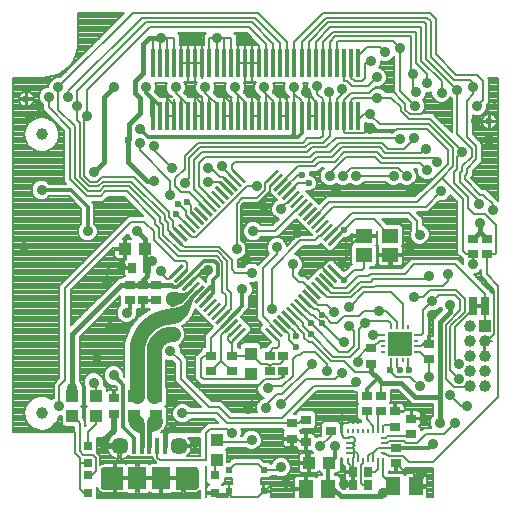
<source format=gtl>
G75*
%MOIN*%
%OFA0B0*%
%FSLAX25Y25*%
%IPPOS*%
%LPD*%
%AMOC8*
5,1,8,0,0,1.08239X$1,22.5*
%
%ADD10R,0.03937X0.04331*%
%ADD11R,0.01378X0.09646*%
%ADD12R,0.03150X0.03150*%
%ADD13R,0.04331X0.03937*%
%ADD14R,0.02756X0.03543*%
%ADD15R,0.03543X0.02756*%
%ADD16R,0.01100X0.05800*%
%ADD17R,0.05512X0.04724*%
%ADD18C,0.02362*%
%ADD19R,0.00984X0.01575*%
%ADD20R,0.01575X0.00984*%
%ADD21C,0.00000*%
%ADD22C,0.00001*%
%ADD23C,0.03969*%
%ADD24R,0.03969X0.03969*%
%ADD25C,0.00039*%
%ADD26R,0.05906X0.07480*%
%ADD27R,0.01575X0.05315*%
%ADD28R,0.02500X0.05000*%
%ADD29C,0.05709*%
%ADD30R,0.01063X0.01772*%
%ADD31R,0.01772X0.01063*%
%ADD32C,0.03937*%
%ADD33R,0.05118X0.05906*%
%ADD34R,0.03543X0.03150*%
%ADD35R,0.03150X0.05906*%
%ADD36C,0.01181*%
%ADD37R,0.02165X0.02362*%
%ADD38C,0.00787*%
%ADD39C,0.03575*%
%ADD40C,0.00984*%
%ADD41C,0.01575*%
%ADD42C,0.05098*%
%ADD43C,0.05098*%
%ADD44C,0.01161*%
%ADD45C,0.01969*%
D10*
X0023898Y0036425D03*
X0023898Y0043118D03*
X0031772Y0043118D03*
X0031772Y0036425D03*
X0044370Y0036425D03*
X0044370Y0043118D03*
X0051850Y0043118D03*
X0051850Y0036425D03*
X0071929Y0028551D03*
X0071929Y0021858D03*
X0083346Y0050598D03*
X0083346Y0057291D03*
D11*
X0083740Y0136524D03*
X0081378Y0136524D03*
X0079016Y0136524D03*
X0076654Y0136524D03*
X0074291Y0136524D03*
X0071929Y0136524D03*
X0069567Y0136524D03*
X0067205Y0136524D03*
X0064843Y0136524D03*
X0062480Y0136524D03*
X0060118Y0136524D03*
X0057756Y0136524D03*
X0055394Y0136524D03*
X0053031Y0136524D03*
X0050669Y0136524D03*
X0050669Y0154043D03*
X0053031Y0154043D03*
X0055394Y0154043D03*
X0057756Y0154043D03*
X0060118Y0154043D03*
X0062480Y0154043D03*
X0064843Y0154043D03*
X0067205Y0154043D03*
X0069567Y0154043D03*
X0071929Y0154043D03*
X0074291Y0154043D03*
X0076654Y0154043D03*
X0079016Y0154043D03*
X0081378Y0154043D03*
X0083740Y0154043D03*
X0086102Y0154043D03*
X0088465Y0154043D03*
X0090827Y0154043D03*
X0093189Y0154043D03*
X0095551Y0154043D03*
X0097913Y0154043D03*
X0100276Y0154043D03*
X0102638Y0154043D03*
X0105000Y0154043D03*
X0107362Y0154043D03*
X0109724Y0154043D03*
X0112087Y0154043D03*
X0114449Y0154043D03*
X0116811Y0154043D03*
X0119173Y0154043D03*
X0119173Y0136524D03*
X0116811Y0136524D03*
X0114449Y0136524D03*
X0112087Y0136524D03*
X0109724Y0136524D03*
X0107362Y0136524D03*
X0105000Y0136524D03*
X0102638Y0136524D03*
X0100276Y0136524D03*
X0097913Y0136524D03*
X0095551Y0136524D03*
X0093189Y0136524D03*
X0090827Y0136524D03*
X0088465Y0136524D03*
X0086102Y0136524D03*
D12*
X0029016Y0026583D03*
X0029016Y0020677D03*
X0029016Y0016740D03*
X0029016Y0010835D03*
X0071535Y0010835D03*
X0071535Y0016740D03*
D13*
X0102835Y0020874D03*
X0109528Y0020874D03*
X0048110Y0092134D03*
X0041417Y0092134D03*
D14*
X0043780Y0085835D03*
X0048898Y0085835D03*
X0117402Y0017724D03*
X0117402Y0013394D03*
X0122520Y0013394D03*
X0122520Y0017724D03*
D15*
X0131772Y0020677D03*
X0131772Y0025795D03*
X0136890Y0030520D03*
X0136890Y0035638D03*
X0131457Y0038000D03*
X0126772Y0038000D03*
X0122008Y0038000D03*
X0122008Y0043118D03*
X0126772Y0043118D03*
X0131457Y0032882D03*
X0123465Y0053984D03*
X0123465Y0059102D03*
X0142795Y0060441D03*
X0142795Y0055323D03*
X0157362Y0090362D03*
X0162087Y0090362D03*
X0162087Y0095480D03*
X0157362Y0095480D03*
X0097126Y0034063D03*
X0097126Y0028945D03*
X0093976Y0051386D03*
X0089646Y0051386D03*
X0089646Y0056504D03*
X0093976Y0056504D03*
X0077047Y0056504D03*
X0077047Y0051386D03*
X0069961Y0051386D03*
X0069961Y0056504D03*
X0051850Y0075008D03*
X0047520Y0075008D03*
X0047520Y0080126D03*
X0051850Y0080126D03*
X0043189Y0080126D03*
X0043189Y0075008D03*
X0037677Y0042331D03*
X0037677Y0037213D03*
D16*
G36*
X0070815Y0068352D02*
X0070037Y0069130D01*
X0074137Y0073230D01*
X0074915Y0072452D01*
X0070815Y0068352D01*
G37*
G36*
X0072229Y0066937D02*
X0071451Y0067715D01*
X0075551Y0071815D01*
X0076329Y0071037D01*
X0072229Y0066937D01*
G37*
G36*
X0073644Y0065523D02*
X0072866Y0066301D01*
X0076966Y0070401D01*
X0077744Y0069623D01*
X0073644Y0065523D01*
G37*
G36*
X0074987Y0064180D02*
X0074209Y0064958D01*
X0078309Y0069058D01*
X0079087Y0068280D01*
X0074987Y0064180D01*
G37*
G36*
X0076401Y0062765D02*
X0075623Y0063543D01*
X0079723Y0067643D01*
X0080501Y0066865D01*
X0076401Y0062765D01*
G37*
G36*
X0077816Y0061351D02*
X0077038Y0062129D01*
X0081138Y0066229D01*
X0081916Y0065451D01*
X0077816Y0061351D01*
G37*
G36*
X0069472Y0069695D02*
X0068694Y0070473D01*
X0072794Y0074573D01*
X0073572Y0073795D01*
X0069472Y0069695D01*
G37*
G36*
X0068057Y0071109D02*
X0067279Y0071887D01*
X0071379Y0075987D01*
X0072157Y0075209D01*
X0068057Y0071109D01*
G37*
G36*
X0066643Y0072524D02*
X0065865Y0073302D01*
X0069965Y0077402D01*
X0070743Y0076624D01*
X0066643Y0072524D01*
G37*
G36*
X0065229Y0073938D02*
X0064451Y0074716D01*
X0068551Y0078816D01*
X0069329Y0078038D01*
X0065229Y0073938D01*
G37*
G36*
X0063886Y0075281D02*
X0063108Y0076059D01*
X0067208Y0080159D01*
X0067986Y0079381D01*
X0063886Y0075281D01*
G37*
G36*
X0062471Y0076695D02*
X0061693Y0077473D01*
X0065793Y0081573D01*
X0066571Y0080795D01*
X0062471Y0076695D01*
G37*
G36*
X0061057Y0078110D02*
X0060279Y0078888D01*
X0064379Y0082988D01*
X0065157Y0082210D01*
X0061057Y0078110D01*
G37*
G36*
X0059714Y0079453D02*
X0058936Y0080231D01*
X0063036Y0084331D01*
X0063814Y0083553D01*
X0059714Y0079453D01*
G37*
G36*
X0058299Y0080867D02*
X0057521Y0081645D01*
X0061621Y0085745D01*
X0062399Y0084967D01*
X0058299Y0080867D01*
G37*
G36*
X0056885Y0082282D02*
X0056107Y0083060D01*
X0060207Y0087160D01*
X0060985Y0086382D01*
X0056885Y0082282D01*
G37*
G36*
X0056107Y0097271D02*
X0056885Y0098049D01*
X0060985Y0093949D01*
X0060207Y0093171D01*
X0056107Y0097271D01*
G37*
G36*
X0057521Y0098685D02*
X0058299Y0099463D01*
X0062399Y0095363D01*
X0061621Y0094585D01*
X0057521Y0098685D01*
G37*
G36*
X0058936Y0100099D02*
X0059714Y0100877D01*
X0063814Y0096777D01*
X0063036Y0095999D01*
X0058936Y0100099D01*
G37*
G36*
X0060279Y0101443D02*
X0061057Y0102221D01*
X0065157Y0098121D01*
X0064379Y0097343D01*
X0060279Y0101443D01*
G37*
G36*
X0061693Y0102857D02*
X0062471Y0103635D01*
X0066571Y0099535D01*
X0065793Y0098757D01*
X0061693Y0102857D01*
G37*
G36*
X0063108Y0104271D02*
X0063886Y0105049D01*
X0067986Y0100949D01*
X0067208Y0100171D01*
X0063108Y0104271D01*
G37*
G36*
X0064451Y0105615D02*
X0065229Y0106393D01*
X0069329Y0102293D01*
X0068551Y0101515D01*
X0064451Y0105615D01*
G37*
G36*
X0065865Y0107029D02*
X0066643Y0107807D01*
X0070743Y0103707D01*
X0069965Y0102929D01*
X0065865Y0107029D01*
G37*
G36*
X0067279Y0108443D02*
X0068057Y0109221D01*
X0072157Y0105121D01*
X0071379Y0104343D01*
X0067279Y0108443D01*
G37*
G36*
X0068694Y0109858D02*
X0069472Y0110636D01*
X0073572Y0106536D01*
X0072794Y0105758D01*
X0068694Y0109858D01*
G37*
G36*
X0070037Y0111201D02*
X0070815Y0111979D01*
X0074915Y0107879D01*
X0074137Y0107101D01*
X0070037Y0111201D01*
G37*
G36*
X0071451Y0112615D02*
X0072229Y0113393D01*
X0076329Y0109293D01*
X0075551Y0108515D01*
X0071451Y0112615D01*
G37*
G36*
X0072866Y0114030D02*
X0073644Y0114808D01*
X0077744Y0110708D01*
X0076966Y0109930D01*
X0072866Y0114030D01*
G37*
G36*
X0074209Y0115373D02*
X0074987Y0116151D01*
X0079087Y0112051D01*
X0078309Y0111273D01*
X0074209Y0115373D01*
G37*
G36*
X0075623Y0116787D02*
X0076401Y0117565D01*
X0080501Y0113465D01*
X0079723Y0112687D01*
X0075623Y0116787D01*
G37*
G36*
X0077038Y0118201D02*
X0077816Y0118979D01*
X0081916Y0114879D01*
X0081138Y0114101D01*
X0077038Y0118201D01*
G37*
G36*
X0088705Y0114101D02*
X0087927Y0114879D01*
X0092027Y0118979D01*
X0092805Y0118201D01*
X0088705Y0114101D01*
G37*
G36*
X0090119Y0112687D02*
X0089341Y0113465D01*
X0093441Y0117565D01*
X0094219Y0116787D01*
X0090119Y0112687D01*
G37*
G36*
X0091533Y0111273D02*
X0090755Y0112051D01*
X0094855Y0116151D01*
X0095633Y0115373D01*
X0091533Y0111273D01*
G37*
G36*
X0092877Y0109930D02*
X0092099Y0110708D01*
X0096199Y0114808D01*
X0096977Y0114030D01*
X0092877Y0109930D01*
G37*
G36*
X0094291Y0108515D02*
X0093513Y0109293D01*
X0097613Y0113393D01*
X0098391Y0112615D01*
X0094291Y0108515D01*
G37*
G36*
X0095705Y0107101D02*
X0094927Y0107879D01*
X0099027Y0111979D01*
X0099805Y0111201D01*
X0095705Y0107101D01*
G37*
G36*
X0097049Y0105758D02*
X0096271Y0106536D01*
X0100371Y0110636D01*
X0101149Y0109858D01*
X0097049Y0105758D01*
G37*
G36*
X0098463Y0104343D02*
X0097685Y0105121D01*
X0101785Y0109221D01*
X0102563Y0108443D01*
X0098463Y0104343D01*
G37*
G36*
X0099877Y0102929D02*
X0099099Y0103707D01*
X0103199Y0107807D01*
X0103977Y0107029D01*
X0099877Y0102929D01*
G37*
G36*
X0101291Y0101515D02*
X0100513Y0102293D01*
X0104613Y0106393D01*
X0105391Y0105615D01*
X0101291Y0101515D01*
G37*
G36*
X0102635Y0100171D02*
X0101857Y0100949D01*
X0105957Y0105049D01*
X0106735Y0104271D01*
X0102635Y0100171D01*
G37*
G36*
X0104049Y0098757D02*
X0103271Y0099535D01*
X0107371Y0103635D01*
X0108149Y0102857D01*
X0104049Y0098757D01*
G37*
G36*
X0105463Y0097343D02*
X0104685Y0098121D01*
X0108785Y0102221D01*
X0109563Y0101443D01*
X0105463Y0097343D01*
G37*
G36*
X0106807Y0095999D02*
X0106029Y0096777D01*
X0110129Y0100877D01*
X0110907Y0100099D01*
X0106807Y0095999D01*
G37*
G36*
X0108221Y0094585D02*
X0107443Y0095363D01*
X0111543Y0099463D01*
X0112321Y0098685D01*
X0108221Y0094585D01*
G37*
G36*
X0109635Y0093171D02*
X0108857Y0093949D01*
X0112957Y0098049D01*
X0113735Y0097271D01*
X0109635Y0093171D01*
G37*
G36*
X0108857Y0086382D02*
X0109635Y0087160D01*
X0113735Y0083060D01*
X0112957Y0082282D01*
X0108857Y0086382D01*
G37*
G36*
X0107443Y0084967D02*
X0108221Y0085745D01*
X0112321Y0081645D01*
X0111543Y0080867D01*
X0107443Y0084967D01*
G37*
G36*
X0106029Y0083553D02*
X0106807Y0084331D01*
X0110907Y0080231D01*
X0110129Y0079453D01*
X0106029Y0083553D01*
G37*
G36*
X0104685Y0082210D02*
X0105463Y0082988D01*
X0109563Y0078888D01*
X0108785Y0078110D01*
X0104685Y0082210D01*
G37*
G36*
X0103271Y0080795D02*
X0104049Y0081573D01*
X0108149Y0077473D01*
X0107371Y0076695D01*
X0103271Y0080795D01*
G37*
G36*
X0101857Y0079381D02*
X0102635Y0080159D01*
X0106735Y0076059D01*
X0105957Y0075281D01*
X0101857Y0079381D01*
G37*
G36*
X0100513Y0078038D02*
X0101291Y0078816D01*
X0105391Y0074716D01*
X0104613Y0073938D01*
X0100513Y0078038D01*
G37*
G36*
X0099099Y0076624D02*
X0099877Y0077402D01*
X0103977Y0073302D01*
X0103199Y0072524D01*
X0099099Y0076624D01*
G37*
G36*
X0097685Y0075209D02*
X0098463Y0075987D01*
X0102563Y0071887D01*
X0101785Y0071109D01*
X0097685Y0075209D01*
G37*
G36*
X0096271Y0073795D02*
X0097049Y0074573D01*
X0101149Y0070473D01*
X0100371Y0069695D01*
X0096271Y0073795D01*
G37*
G36*
X0094927Y0072452D02*
X0095705Y0073230D01*
X0099805Y0069130D01*
X0099027Y0068352D01*
X0094927Y0072452D01*
G37*
G36*
X0093513Y0071037D02*
X0094291Y0071815D01*
X0098391Y0067715D01*
X0097613Y0066937D01*
X0093513Y0071037D01*
G37*
G36*
X0092099Y0069623D02*
X0092877Y0070401D01*
X0096977Y0066301D01*
X0096199Y0065523D01*
X0092099Y0069623D01*
G37*
G36*
X0090755Y0068280D02*
X0091533Y0069058D01*
X0095633Y0064958D01*
X0094855Y0064180D01*
X0090755Y0068280D01*
G37*
G36*
X0089341Y0066865D02*
X0090119Y0067643D01*
X0094219Y0063543D01*
X0093441Y0062765D01*
X0089341Y0066865D01*
G37*
G36*
X0087927Y0065451D02*
X0088705Y0066229D01*
X0092805Y0062129D01*
X0092027Y0061351D01*
X0087927Y0065451D01*
G37*
D17*
X0121220Y0090205D03*
X0121220Y0096504D03*
X0129882Y0096504D03*
X0129882Y0090205D03*
D18*
X0114449Y0098433D03*
X0114449Y0081898D03*
X0107244Y0070283D03*
X0106969Y0067331D03*
X0103425Y0067331D03*
X0103425Y0063787D03*
X0098307Y0063000D03*
X0098307Y0059457D03*
X0129803Y0051976D03*
X0132953Y0051976D03*
X0136102Y0051976D03*
X0102638Y0114181D03*
X0100276Y0116937D03*
X0062087Y0107882D03*
X0058937Y0107094D03*
X0058543Y0103945D03*
X0042402Y0128354D03*
X0008543Y0142134D03*
X0162874Y0134654D03*
D19*
X0135906Y0066150D03*
X0133937Y0066150D03*
X0131969Y0066150D03*
X0130000Y0066150D03*
X0130000Y0055126D03*
X0131969Y0055126D03*
X0133937Y0055126D03*
X0135906Y0055126D03*
D20*
X0138465Y0057685D03*
X0138465Y0059654D03*
X0138465Y0061622D03*
X0138465Y0063591D03*
X0127441Y0063591D03*
X0127441Y0061622D03*
X0127441Y0059654D03*
X0127441Y0057685D03*
D21*
X0129016Y0056701D02*
X0129016Y0064575D01*
X0136890Y0064575D01*
X0136890Y0057488D01*
X0136102Y0056701D01*
X0129016Y0056701D01*
D22*
X0136102Y0056701D01*
X0136103Y0056702D02*
X0129016Y0056702D01*
X0129016Y0056703D02*
X0136104Y0056703D01*
X0136105Y0056704D02*
X0129016Y0056704D01*
X0129016Y0056705D02*
X0136106Y0056705D01*
X0136107Y0056706D02*
X0129016Y0056706D01*
X0129016Y0056707D02*
X0136108Y0056707D01*
X0136109Y0056708D02*
X0129016Y0056708D01*
X0129016Y0056709D02*
X0136110Y0056709D01*
X0136111Y0056710D02*
X0129016Y0056710D01*
X0129016Y0056711D02*
X0136112Y0056711D01*
X0136113Y0056712D02*
X0129016Y0056712D01*
X0129016Y0056713D02*
X0136114Y0056713D01*
X0136115Y0056714D02*
X0129016Y0056714D01*
X0129016Y0056715D02*
X0136116Y0056715D01*
X0136117Y0056716D02*
X0129016Y0056716D01*
X0129016Y0056717D02*
X0136118Y0056717D01*
X0136119Y0056718D02*
X0129016Y0056718D01*
X0129016Y0056719D02*
X0136120Y0056719D01*
X0136121Y0056719D02*
X0129016Y0056719D01*
X0129016Y0056720D02*
X0136122Y0056720D01*
X0136123Y0056721D02*
X0129016Y0056721D01*
X0129016Y0056722D02*
X0136124Y0056722D01*
X0136125Y0056723D02*
X0129016Y0056723D01*
X0129016Y0056724D02*
X0136126Y0056724D01*
X0136127Y0056725D02*
X0129016Y0056725D01*
X0129016Y0056726D02*
X0136128Y0056726D01*
X0136129Y0056727D02*
X0129016Y0056727D01*
X0129016Y0056728D02*
X0136130Y0056728D01*
X0136131Y0056729D02*
X0129016Y0056729D01*
X0129016Y0056730D02*
X0136132Y0056730D01*
X0136133Y0056731D02*
X0129016Y0056731D01*
X0129016Y0056732D02*
X0136134Y0056732D01*
X0136135Y0056733D02*
X0129016Y0056733D01*
X0129016Y0056734D02*
X0136136Y0056734D01*
X0136137Y0056735D02*
X0129016Y0056735D01*
X0129016Y0056736D02*
X0136138Y0056736D01*
X0136139Y0056737D02*
X0129016Y0056737D01*
X0129016Y0056738D02*
X0136140Y0056738D01*
X0136141Y0056739D02*
X0129016Y0056739D01*
X0129016Y0056740D02*
X0136142Y0056740D01*
X0136143Y0056741D02*
X0129016Y0056741D01*
X0129016Y0056742D02*
X0136144Y0056742D01*
X0136145Y0056743D02*
X0129016Y0056743D01*
X0129016Y0056744D02*
X0136146Y0056744D01*
X0136147Y0056745D02*
X0129016Y0056745D01*
X0129016Y0056746D02*
X0136148Y0056746D01*
X0136149Y0056747D02*
X0129016Y0056747D01*
X0129016Y0056748D02*
X0136150Y0056748D01*
X0136151Y0056749D02*
X0129016Y0056749D01*
X0129016Y0056750D02*
X0136152Y0056750D01*
X0136153Y0056751D02*
X0129016Y0056751D01*
X0129016Y0056752D02*
X0136154Y0056752D01*
X0136155Y0056753D02*
X0129016Y0056753D01*
X0129016Y0056754D02*
X0136156Y0056754D01*
X0136156Y0056755D02*
X0129016Y0056755D01*
X0129016Y0056756D02*
X0136157Y0056756D01*
X0136158Y0056757D02*
X0129016Y0056757D01*
X0129016Y0056758D02*
X0136159Y0056758D01*
X0136160Y0056759D02*
X0129016Y0056759D01*
X0129016Y0056760D02*
X0136161Y0056760D01*
X0136162Y0056761D02*
X0129016Y0056761D01*
X0129016Y0056762D02*
X0136163Y0056762D01*
X0136164Y0056763D02*
X0129016Y0056763D01*
X0129016Y0056764D02*
X0136165Y0056764D01*
X0136166Y0056765D02*
X0129016Y0056765D01*
X0129016Y0056766D02*
X0136167Y0056766D01*
X0136168Y0056767D02*
X0129016Y0056767D01*
X0129016Y0056768D02*
X0136169Y0056768D01*
X0136170Y0056769D02*
X0129016Y0056769D01*
X0129016Y0056770D02*
X0136171Y0056770D01*
X0136172Y0056771D02*
X0129016Y0056771D01*
X0129016Y0056772D02*
X0136173Y0056772D01*
X0136174Y0056773D02*
X0129016Y0056773D01*
X0129016Y0056774D02*
X0136175Y0056774D01*
X0136176Y0056775D02*
X0129016Y0056775D01*
X0129016Y0056776D02*
X0136177Y0056776D01*
X0136178Y0056777D02*
X0129016Y0056777D01*
X0129016Y0056778D02*
X0136179Y0056778D01*
X0136180Y0056779D02*
X0129016Y0056779D01*
X0129016Y0056780D02*
X0136181Y0056780D01*
X0136182Y0056781D02*
X0129016Y0056781D01*
X0136183Y0056781D01*
X0136184Y0056782D02*
X0129016Y0056782D01*
X0129016Y0056783D02*
X0136185Y0056783D01*
X0136186Y0056784D02*
X0129016Y0056784D01*
X0129016Y0056785D02*
X0136187Y0056785D01*
X0136188Y0056786D02*
X0129016Y0056786D01*
X0129016Y0056787D02*
X0136189Y0056787D01*
X0136190Y0056788D02*
X0129016Y0056788D01*
X0129016Y0056789D02*
X0136191Y0056789D01*
X0136192Y0056790D02*
X0129016Y0056790D01*
X0129016Y0056791D02*
X0136193Y0056791D01*
X0136194Y0056792D02*
X0129016Y0056792D01*
X0129016Y0056793D02*
X0136195Y0056793D01*
X0136196Y0056794D02*
X0129016Y0056794D01*
X0129016Y0056795D02*
X0136197Y0056795D01*
X0136198Y0056796D02*
X0129016Y0056796D01*
X0129016Y0056797D02*
X0136199Y0056797D01*
X0136200Y0056798D02*
X0129016Y0056798D01*
X0129016Y0056799D02*
X0136201Y0056799D01*
X0136202Y0056800D02*
X0129016Y0056800D01*
X0129016Y0056801D02*
X0136203Y0056801D01*
X0136204Y0056802D02*
X0129016Y0056802D01*
X0129016Y0056803D02*
X0136205Y0056803D01*
X0136206Y0056804D02*
X0129016Y0056804D01*
X0129016Y0056805D02*
X0136207Y0056805D01*
X0136208Y0056806D02*
X0129016Y0056806D01*
X0129016Y0056807D02*
X0136209Y0056807D01*
X0136210Y0056808D02*
X0129016Y0056808D01*
X0129016Y0056809D02*
X0136211Y0056809D01*
X0136212Y0056810D02*
X0129016Y0056810D01*
X0129016Y0056811D02*
X0136213Y0056811D01*
X0136214Y0056812D02*
X0129016Y0056812D01*
X0129016Y0056813D02*
X0136215Y0056813D01*
X0136216Y0056814D02*
X0129016Y0056814D01*
X0129016Y0056815D02*
X0136217Y0056815D01*
X0136218Y0056816D02*
X0129016Y0056816D01*
X0129016Y0056817D02*
X0136219Y0056817D01*
X0136219Y0056818D02*
X0129016Y0056818D01*
X0129016Y0056819D02*
X0136220Y0056819D01*
X0136221Y0056820D02*
X0129016Y0056820D01*
X0129016Y0056821D02*
X0136222Y0056821D01*
X0136223Y0056822D02*
X0129016Y0056822D01*
X0129016Y0056823D02*
X0136224Y0056823D01*
X0136225Y0056824D02*
X0129016Y0056824D01*
X0129016Y0056825D02*
X0136226Y0056825D01*
X0136227Y0056826D02*
X0129016Y0056826D01*
X0129016Y0056827D02*
X0136228Y0056827D01*
X0136229Y0056828D02*
X0129016Y0056828D01*
X0129016Y0056829D02*
X0136230Y0056829D01*
X0136231Y0056830D02*
X0129016Y0056830D01*
X0129016Y0056831D02*
X0136232Y0056831D01*
X0136233Y0056832D02*
X0129016Y0056832D01*
X0129016Y0056833D02*
X0136234Y0056833D01*
X0136235Y0056834D02*
X0129016Y0056834D01*
X0129016Y0056835D02*
X0136236Y0056835D01*
X0136237Y0056836D02*
X0129016Y0056836D01*
X0129016Y0056837D02*
X0136238Y0056837D01*
X0136239Y0056838D02*
X0129016Y0056838D01*
X0129016Y0056839D02*
X0136240Y0056839D01*
X0136241Y0056840D02*
X0129016Y0056840D01*
X0129016Y0056841D02*
X0136242Y0056841D01*
X0136243Y0056842D02*
X0129016Y0056842D01*
X0129016Y0056843D02*
X0136244Y0056843D01*
X0136245Y0056844D02*
X0129016Y0056844D01*
X0136246Y0056844D01*
X0136247Y0056845D02*
X0129016Y0056845D01*
X0129016Y0056846D02*
X0136248Y0056846D01*
X0136249Y0056847D02*
X0129016Y0056847D01*
X0129016Y0056848D02*
X0136250Y0056848D01*
X0136251Y0056849D02*
X0129016Y0056849D01*
X0129016Y0056850D02*
X0136252Y0056850D01*
X0136253Y0056851D02*
X0129016Y0056851D01*
X0129016Y0056852D02*
X0136254Y0056852D01*
X0136255Y0056853D02*
X0129016Y0056853D01*
X0129016Y0056854D02*
X0136256Y0056854D01*
X0136257Y0056855D02*
X0129016Y0056855D01*
X0129016Y0056856D02*
X0136258Y0056856D01*
X0136259Y0056857D02*
X0129016Y0056857D01*
X0129016Y0056858D02*
X0136260Y0056858D01*
X0136261Y0056859D02*
X0129016Y0056859D01*
X0129016Y0056860D02*
X0136262Y0056860D01*
X0136263Y0056861D02*
X0129016Y0056861D01*
X0129016Y0056862D02*
X0136264Y0056862D01*
X0136265Y0056863D02*
X0129016Y0056863D01*
X0129016Y0056864D02*
X0136266Y0056864D01*
X0136267Y0056865D02*
X0129016Y0056865D01*
X0129016Y0056866D02*
X0136268Y0056866D01*
X0136269Y0056867D02*
X0129016Y0056867D01*
X0129016Y0056868D02*
X0136270Y0056868D01*
X0136271Y0056869D02*
X0129016Y0056869D01*
X0129016Y0056870D02*
X0136272Y0056870D01*
X0136273Y0056871D02*
X0129016Y0056871D01*
X0129016Y0056872D02*
X0136274Y0056872D01*
X0136275Y0056873D02*
X0129016Y0056873D01*
X0129016Y0056874D02*
X0136276Y0056874D01*
X0136277Y0056875D02*
X0129016Y0056875D01*
X0129016Y0056876D02*
X0136278Y0056876D01*
X0136279Y0056877D02*
X0129016Y0056877D01*
X0129016Y0056878D02*
X0136280Y0056878D01*
X0136281Y0056879D02*
X0129016Y0056879D01*
X0129016Y0056880D02*
X0136281Y0056880D01*
X0136282Y0056881D02*
X0129016Y0056881D01*
X0129016Y0056882D02*
X0136283Y0056882D01*
X0136284Y0056883D02*
X0129016Y0056883D01*
X0129016Y0056884D02*
X0136285Y0056884D01*
X0136286Y0056885D02*
X0129016Y0056885D01*
X0129016Y0056886D02*
X0136287Y0056886D01*
X0136288Y0056887D02*
X0129016Y0056887D01*
X0129016Y0056888D02*
X0136289Y0056888D01*
X0136290Y0056889D02*
X0129016Y0056889D01*
X0129016Y0056890D02*
X0136291Y0056890D01*
X0136292Y0056891D02*
X0129016Y0056891D01*
X0129016Y0056892D02*
X0136293Y0056892D01*
X0136294Y0056893D02*
X0129016Y0056893D01*
X0129016Y0056894D02*
X0136295Y0056894D01*
X0136296Y0056895D02*
X0129016Y0056895D01*
X0129016Y0056896D02*
X0136297Y0056896D01*
X0136298Y0056897D02*
X0129016Y0056897D01*
X0129016Y0056898D02*
X0136299Y0056898D01*
X0136300Y0056899D02*
X0129016Y0056899D01*
X0129016Y0056900D02*
X0136301Y0056900D01*
X0136302Y0056901D02*
X0129016Y0056901D01*
X0129016Y0056902D02*
X0136303Y0056902D01*
X0136304Y0056903D02*
X0129016Y0056903D01*
X0129016Y0056904D02*
X0136305Y0056904D01*
X0136306Y0056905D02*
X0129016Y0056905D01*
X0129016Y0056906D02*
X0136307Y0056906D01*
X0136308Y0056906D02*
X0129016Y0056906D01*
X0129016Y0056907D02*
X0136309Y0056907D01*
X0136310Y0056908D02*
X0129016Y0056908D01*
X0129016Y0056909D02*
X0136311Y0056909D01*
X0136312Y0056910D02*
X0129016Y0056910D01*
X0129016Y0056911D02*
X0136313Y0056911D01*
X0136314Y0056912D02*
X0129016Y0056912D01*
X0129016Y0056913D02*
X0136315Y0056913D01*
X0136316Y0056914D02*
X0129016Y0056914D01*
X0129016Y0056915D02*
X0136317Y0056915D01*
X0136318Y0056916D02*
X0129016Y0056916D01*
X0129016Y0056917D02*
X0136319Y0056917D01*
X0136320Y0056918D02*
X0129016Y0056918D01*
X0129016Y0056919D02*
X0136321Y0056919D01*
X0136322Y0056920D02*
X0129016Y0056920D01*
X0129016Y0056921D02*
X0136323Y0056921D01*
X0136324Y0056922D02*
X0129016Y0056922D01*
X0129016Y0056923D02*
X0136325Y0056923D01*
X0136326Y0056924D02*
X0129016Y0056924D01*
X0129016Y0056925D02*
X0136327Y0056925D01*
X0136328Y0056926D02*
X0129016Y0056926D01*
X0129016Y0056927D02*
X0136329Y0056927D01*
X0136330Y0056928D02*
X0129016Y0056928D01*
X0129016Y0056929D02*
X0136331Y0056929D01*
X0136332Y0056930D02*
X0129016Y0056930D01*
X0129016Y0056931D02*
X0136333Y0056931D01*
X0136334Y0056932D02*
X0129016Y0056932D01*
X0129016Y0056933D02*
X0136335Y0056933D01*
X0136336Y0056934D02*
X0129016Y0056934D01*
X0129016Y0056935D02*
X0136337Y0056935D01*
X0136338Y0056936D02*
X0129016Y0056936D01*
X0129016Y0056937D02*
X0136339Y0056937D01*
X0136340Y0056938D02*
X0129016Y0056938D01*
X0129016Y0056939D02*
X0136341Y0056939D01*
X0136342Y0056940D02*
X0129016Y0056940D01*
X0129016Y0056941D02*
X0136343Y0056941D01*
X0136344Y0056942D02*
X0129016Y0056942D01*
X0129016Y0056943D02*
X0136344Y0056943D01*
X0136345Y0056944D02*
X0129016Y0056944D01*
X0129016Y0056945D02*
X0136346Y0056945D01*
X0136347Y0056946D02*
X0129016Y0056946D01*
X0129016Y0056947D02*
X0136348Y0056947D01*
X0136349Y0056948D02*
X0129016Y0056948D01*
X0129016Y0056949D02*
X0136350Y0056949D01*
X0136351Y0056950D02*
X0129016Y0056950D01*
X0129016Y0056951D02*
X0136352Y0056951D01*
X0136353Y0056952D02*
X0129016Y0056952D01*
X0129016Y0056953D02*
X0136354Y0056953D01*
X0136355Y0056954D02*
X0129016Y0056954D01*
X0129016Y0056955D02*
X0136356Y0056955D01*
X0136357Y0056956D02*
X0129016Y0056956D01*
X0129016Y0056957D02*
X0136358Y0056957D01*
X0136359Y0056958D02*
X0129016Y0056958D01*
X0129016Y0056959D02*
X0136360Y0056959D01*
X0136361Y0056960D02*
X0129016Y0056960D01*
X0129016Y0056961D02*
X0136362Y0056961D01*
X0136363Y0056962D02*
X0129016Y0056962D01*
X0129016Y0056963D02*
X0136364Y0056963D01*
X0136365Y0056964D02*
X0129016Y0056964D01*
X0129016Y0056965D02*
X0136366Y0056965D01*
X0136367Y0056966D02*
X0129016Y0056966D01*
X0129016Y0056967D02*
X0136368Y0056967D01*
X0136369Y0056968D02*
X0129016Y0056968D01*
X0129016Y0056969D02*
X0136370Y0056969D01*
X0136371Y0056969D02*
X0129016Y0056969D01*
X0129016Y0056970D02*
X0136372Y0056970D01*
X0136373Y0056971D02*
X0129016Y0056971D01*
X0129016Y0056972D02*
X0136374Y0056972D01*
X0136375Y0056973D02*
X0129016Y0056973D01*
X0129016Y0056974D02*
X0136376Y0056974D01*
X0136377Y0056975D02*
X0129016Y0056975D01*
X0129016Y0056976D02*
X0136378Y0056976D01*
X0136379Y0056977D02*
X0129016Y0056977D01*
X0129016Y0056978D02*
X0136380Y0056978D01*
X0136381Y0056979D02*
X0129016Y0056979D01*
X0129016Y0056980D02*
X0136382Y0056980D01*
X0136383Y0056981D02*
X0129016Y0056981D01*
X0129016Y0056982D02*
X0136384Y0056982D01*
X0136385Y0056983D02*
X0129016Y0056983D01*
X0129016Y0056984D02*
X0136386Y0056984D01*
X0136387Y0056985D02*
X0129016Y0056985D01*
X0129016Y0056986D02*
X0136388Y0056986D01*
X0136389Y0056987D02*
X0129016Y0056987D01*
X0129016Y0056988D02*
X0136390Y0056988D01*
X0136391Y0056989D02*
X0129016Y0056989D01*
X0129016Y0056990D02*
X0136392Y0056990D01*
X0136393Y0056991D02*
X0129016Y0056991D01*
X0129016Y0056992D02*
X0136394Y0056992D01*
X0136395Y0056993D02*
X0129016Y0056993D01*
X0129016Y0056994D02*
X0136396Y0056994D01*
X0136397Y0056995D02*
X0129016Y0056995D01*
X0129016Y0056996D02*
X0136398Y0056996D01*
X0136399Y0056997D02*
X0129016Y0056997D01*
X0129016Y0056998D02*
X0136400Y0056998D01*
X0136401Y0056999D02*
X0129016Y0056999D01*
X0129016Y0057000D02*
X0136402Y0057000D01*
X0136403Y0057001D02*
X0129016Y0057001D01*
X0129016Y0057002D02*
X0136404Y0057002D01*
X0136405Y0057003D02*
X0129016Y0057003D01*
X0129016Y0057004D02*
X0136406Y0057004D01*
X0136406Y0057005D02*
X0129016Y0057005D01*
X0129016Y0057006D02*
X0136407Y0057006D01*
X0136408Y0057007D02*
X0129016Y0057007D01*
X0129016Y0057008D02*
X0136409Y0057008D01*
X0136410Y0057009D02*
X0129016Y0057009D01*
X0129016Y0057010D02*
X0136411Y0057010D01*
X0136412Y0057011D02*
X0129016Y0057011D01*
X0129016Y0057012D02*
X0136413Y0057012D01*
X0136414Y0057013D02*
X0129016Y0057013D01*
X0129016Y0057014D02*
X0136415Y0057014D01*
X0136416Y0057015D02*
X0129016Y0057015D01*
X0129016Y0057016D02*
X0136417Y0057016D01*
X0136418Y0057017D02*
X0129016Y0057017D01*
X0129016Y0057018D02*
X0136419Y0057018D01*
X0136420Y0057019D02*
X0129016Y0057019D01*
X0129016Y0057020D02*
X0136421Y0057020D01*
X0136422Y0057021D02*
X0129016Y0057021D01*
X0129016Y0057022D02*
X0136423Y0057022D01*
X0136424Y0057023D02*
X0129016Y0057023D01*
X0129016Y0057024D02*
X0136425Y0057024D01*
X0136426Y0057025D02*
X0129016Y0057025D01*
X0129016Y0057026D02*
X0136427Y0057026D01*
X0136428Y0057027D02*
X0129016Y0057027D01*
X0129016Y0057028D02*
X0136429Y0057028D01*
X0136430Y0057029D02*
X0129016Y0057029D01*
X0129016Y0057030D02*
X0136431Y0057030D01*
X0136432Y0057031D02*
X0129016Y0057031D01*
X0136433Y0057031D01*
X0136434Y0057032D02*
X0129016Y0057032D01*
X0129016Y0057033D02*
X0136435Y0057033D01*
X0136436Y0057034D02*
X0129016Y0057034D01*
X0129016Y0057035D02*
X0136437Y0057035D01*
X0136438Y0057036D02*
X0129016Y0057036D01*
X0129016Y0057037D02*
X0136439Y0057037D01*
X0136440Y0057038D02*
X0129016Y0057038D01*
X0129016Y0057039D02*
X0136441Y0057039D01*
X0136442Y0057040D02*
X0129016Y0057040D01*
X0129016Y0057041D02*
X0136443Y0057041D01*
X0136444Y0057042D02*
X0129016Y0057042D01*
X0129016Y0057043D02*
X0136445Y0057043D01*
X0136446Y0057044D02*
X0129016Y0057044D01*
X0129016Y0057045D02*
X0136447Y0057045D01*
X0136448Y0057046D02*
X0129016Y0057046D01*
X0129016Y0057047D02*
X0136449Y0057047D01*
X0136450Y0057048D02*
X0129016Y0057048D01*
X0129016Y0057049D02*
X0136451Y0057049D01*
X0136452Y0057050D02*
X0129016Y0057050D01*
X0129016Y0057051D02*
X0136453Y0057051D01*
X0136454Y0057052D02*
X0129016Y0057052D01*
X0129016Y0057053D02*
X0136455Y0057053D01*
X0136456Y0057054D02*
X0129016Y0057054D01*
X0129016Y0057055D02*
X0136457Y0057055D01*
X0136458Y0057056D02*
X0129016Y0057056D01*
X0129016Y0057057D02*
X0136459Y0057057D01*
X0136460Y0057058D02*
X0129016Y0057058D01*
X0129016Y0057059D02*
X0136461Y0057059D01*
X0136462Y0057060D02*
X0129016Y0057060D01*
X0129016Y0057061D02*
X0136463Y0057061D01*
X0136464Y0057062D02*
X0129016Y0057062D01*
X0129016Y0057063D02*
X0136465Y0057063D01*
X0136466Y0057064D02*
X0129016Y0057064D01*
X0129016Y0057065D02*
X0136467Y0057065D01*
X0136468Y0057066D02*
X0129016Y0057066D01*
X0129016Y0057067D02*
X0136469Y0057067D01*
X0136469Y0057068D02*
X0129016Y0057068D01*
X0129016Y0057069D02*
X0136470Y0057069D01*
X0136471Y0057070D02*
X0129016Y0057070D01*
X0129016Y0057071D02*
X0136472Y0057071D01*
X0136473Y0057072D02*
X0129016Y0057072D01*
X0129016Y0057073D02*
X0136474Y0057073D01*
X0136475Y0057074D02*
X0129016Y0057074D01*
X0129016Y0057075D02*
X0136476Y0057075D01*
X0136477Y0057076D02*
X0129016Y0057076D01*
X0129016Y0057077D02*
X0136478Y0057077D01*
X0136479Y0057078D02*
X0129016Y0057078D01*
X0129016Y0057079D02*
X0136480Y0057079D01*
X0136481Y0057080D02*
X0129016Y0057080D01*
X0129016Y0057081D02*
X0136482Y0057081D01*
X0136483Y0057082D02*
X0129016Y0057082D01*
X0129016Y0057083D02*
X0136484Y0057083D01*
X0136485Y0057084D02*
X0129016Y0057084D01*
X0129016Y0057085D02*
X0136486Y0057085D01*
X0136487Y0057086D02*
X0129016Y0057086D01*
X0129016Y0057087D02*
X0136488Y0057087D01*
X0136489Y0057088D02*
X0129016Y0057088D01*
X0129016Y0057089D02*
X0136490Y0057089D01*
X0136491Y0057090D02*
X0129016Y0057090D01*
X0129016Y0057091D02*
X0136492Y0057091D01*
X0136493Y0057092D02*
X0129016Y0057092D01*
X0129016Y0057093D02*
X0136494Y0057093D01*
X0136495Y0057094D02*
X0129016Y0057094D01*
X0136496Y0057094D01*
X0136497Y0057095D02*
X0129016Y0057095D01*
X0129016Y0057096D02*
X0136498Y0057096D01*
X0136499Y0057097D02*
X0129016Y0057097D01*
X0129016Y0057098D02*
X0136500Y0057098D01*
X0136501Y0057099D02*
X0129016Y0057099D01*
X0129016Y0057100D02*
X0136502Y0057100D01*
X0136503Y0057101D02*
X0129016Y0057101D01*
X0129016Y0057102D02*
X0136504Y0057102D01*
X0136505Y0057103D02*
X0129016Y0057103D01*
X0129016Y0057104D02*
X0136506Y0057104D01*
X0136507Y0057105D02*
X0129016Y0057105D01*
X0129016Y0057106D02*
X0136508Y0057106D01*
X0136509Y0057107D02*
X0129016Y0057107D01*
X0129016Y0057108D02*
X0136510Y0057108D01*
X0136511Y0057109D02*
X0129016Y0057109D01*
X0129016Y0057110D02*
X0136512Y0057110D01*
X0136513Y0057111D02*
X0129016Y0057111D01*
X0129016Y0057112D02*
X0136514Y0057112D01*
X0136515Y0057113D02*
X0129016Y0057113D01*
X0129016Y0057114D02*
X0136516Y0057114D01*
X0136517Y0057115D02*
X0129016Y0057115D01*
X0129016Y0057116D02*
X0136518Y0057116D01*
X0136519Y0057117D02*
X0129016Y0057117D01*
X0129016Y0057118D02*
X0136520Y0057118D01*
X0136521Y0057119D02*
X0129016Y0057119D01*
X0129016Y0057120D02*
X0136522Y0057120D01*
X0136523Y0057121D02*
X0129016Y0057121D01*
X0129016Y0057122D02*
X0136524Y0057122D01*
X0136525Y0057123D02*
X0129016Y0057123D01*
X0129016Y0057124D02*
X0136526Y0057124D01*
X0136527Y0057125D02*
X0129016Y0057125D01*
X0129016Y0057126D02*
X0136528Y0057126D01*
X0136529Y0057127D02*
X0129016Y0057127D01*
X0129016Y0057128D02*
X0136530Y0057128D01*
X0136531Y0057129D02*
X0129016Y0057129D01*
X0129016Y0057130D02*
X0136531Y0057130D01*
X0136532Y0057131D02*
X0129016Y0057131D01*
X0129016Y0057132D02*
X0136533Y0057132D01*
X0136534Y0057133D02*
X0129016Y0057133D01*
X0129016Y0057134D02*
X0136535Y0057134D01*
X0136536Y0057135D02*
X0129016Y0057135D01*
X0129016Y0057136D02*
X0136537Y0057136D01*
X0136538Y0057137D02*
X0129016Y0057137D01*
X0129016Y0057138D02*
X0136539Y0057138D01*
X0136540Y0057139D02*
X0129016Y0057139D01*
X0129016Y0057140D02*
X0136541Y0057140D01*
X0136542Y0057141D02*
X0129016Y0057141D01*
X0129016Y0057142D02*
X0136543Y0057142D01*
X0136544Y0057143D02*
X0129016Y0057143D01*
X0129016Y0057144D02*
X0136545Y0057144D01*
X0136546Y0057145D02*
X0129016Y0057145D01*
X0129016Y0057146D02*
X0136547Y0057146D01*
X0136548Y0057147D02*
X0129016Y0057147D01*
X0129016Y0057148D02*
X0136549Y0057148D01*
X0136550Y0057149D02*
X0129016Y0057149D01*
X0129016Y0057150D02*
X0136551Y0057150D01*
X0136552Y0057151D02*
X0129016Y0057151D01*
X0129016Y0057152D02*
X0136553Y0057152D01*
X0136554Y0057153D02*
X0129016Y0057153D01*
X0129016Y0057154D02*
X0136555Y0057154D01*
X0136556Y0057155D02*
X0129016Y0057155D01*
X0129016Y0057156D02*
X0136557Y0057156D01*
X0136558Y0057156D02*
X0129016Y0057156D01*
X0129016Y0057157D02*
X0136559Y0057157D01*
X0136560Y0057158D02*
X0129016Y0057158D01*
X0129016Y0057159D02*
X0136561Y0057159D01*
X0136562Y0057160D02*
X0129016Y0057160D01*
X0129016Y0057161D02*
X0136563Y0057161D01*
X0136564Y0057162D02*
X0129016Y0057162D01*
X0129016Y0057163D02*
X0136565Y0057163D01*
X0136566Y0057164D02*
X0129016Y0057164D01*
X0129016Y0057165D02*
X0136567Y0057165D01*
X0136568Y0057166D02*
X0129016Y0057166D01*
X0129016Y0057167D02*
X0136569Y0057167D01*
X0136570Y0057168D02*
X0129016Y0057168D01*
X0129016Y0057169D02*
X0136571Y0057169D01*
X0136572Y0057170D02*
X0129016Y0057170D01*
X0129016Y0057171D02*
X0136573Y0057171D01*
X0136574Y0057172D02*
X0129016Y0057172D01*
X0129016Y0057173D02*
X0136575Y0057173D01*
X0136576Y0057174D02*
X0129016Y0057174D01*
X0129016Y0057175D02*
X0136577Y0057175D01*
X0136578Y0057176D02*
X0129016Y0057176D01*
X0129016Y0057177D02*
X0136579Y0057177D01*
X0136580Y0057178D02*
X0129016Y0057178D01*
X0129016Y0057179D02*
X0136581Y0057179D01*
X0136582Y0057180D02*
X0129016Y0057180D01*
X0129016Y0057181D02*
X0136583Y0057181D01*
X0136584Y0057182D02*
X0129016Y0057182D01*
X0129016Y0057183D02*
X0136585Y0057183D01*
X0136586Y0057184D02*
X0129016Y0057184D01*
X0129016Y0057185D02*
X0136587Y0057185D01*
X0136588Y0057186D02*
X0129016Y0057186D01*
X0129016Y0057187D02*
X0136589Y0057187D01*
X0136590Y0057188D02*
X0129016Y0057188D01*
X0129016Y0057189D02*
X0136591Y0057189D01*
X0136592Y0057190D02*
X0129016Y0057190D01*
X0129016Y0057191D02*
X0136593Y0057191D01*
X0136594Y0057192D02*
X0129016Y0057192D01*
X0129016Y0057193D02*
X0136594Y0057193D01*
X0136595Y0057194D02*
X0129016Y0057194D01*
X0129016Y0057195D02*
X0136596Y0057195D01*
X0136597Y0057196D02*
X0129016Y0057196D01*
X0129016Y0057197D02*
X0136598Y0057197D01*
X0136599Y0057198D02*
X0129016Y0057198D01*
X0129016Y0057199D02*
X0136600Y0057199D01*
X0136601Y0057200D02*
X0129016Y0057200D01*
X0129016Y0057201D02*
X0136602Y0057201D01*
X0136603Y0057202D02*
X0129016Y0057202D01*
X0129016Y0057203D02*
X0136604Y0057203D01*
X0136605Y0057204D02*
X0129016Y0057204D01*
X0129016Y0057205D02*
X0136606Y0057205D01*
X0136607Y0057206D02*
X0129016Y0057206D01*
X0129016Y0057207D02*
X0136608Y0057207D01*
X0136609Y0057208D02*
X0129016Y0057208D01*
X0129016Y0057209D02*
X0136610Y0057209D01*
X0136611Y0057210D02*
X0129016Y0057210D01*
X0129016Y0057211D02*
X0136612Y0057211D01*
X0136613Y0057212D02*
X0129016Y0057212D01*
X0129016Y0057213D02*
X0136614Y0057213D01*
X0136615Y0057214D02*
X0129016Y0057214D01*
X0129016Y0057215D02*
X0136616Y0057215D01*
X0136617Y0057216D02*
X0129016Y0057216D01*
X0129016Y0057217D02*
X0136618Y0057217D01*
X0136619Y0057218D02*
X0129016Y0057218D01*
X0129016Y0057219D02*
X0136620Y0057219D01*
X0136621Y0057219D02*
X0129016Y0057219D01*
X0129016Y0057220D02*
X0136622Y0057220D01*
X0136623Y0057221D02*
X0129016Y0057221D01*
X0129016Y0057222D02*
X0136624Y0057222D01*
X0136625Y0057223D02*
X0129016Y0057223D01*
X0129016Y0057224D02*
X0136626Y0057224D01*
X0136627Y0057225D02*
X0129016Y0057225D01*
X0129016Y0057226D02*
X0136628Y0057226D01*
X0136629Y0057227D02*
X0129016Y0057227D01*
X0129016Y0057228D02*
X0136630Y0057228D01*
X0136631Y0057229D02*
X0129016Y0057229D01*
X0129016Y0057230D02*
X0136632Y0057230D01*
X0136633Y0057231D02*
X0129016Y0057231D01*
X0129016Y0057232D02*
X0136634Y0057232D01*
X0136635Y0057233D02*
X0129016Y0057233D01*
X0129016Y0057234D02*
X0136636Y0057234D01*
X0136637Y0057235D02*
X0129016Y0057235D01*
X0129016Y0057236D02*
X0136638Y0057236D01*
X0136639Y0057237D02*
X0129016Y0057237D01*
X0129016Y0057238D02*
X0136640Y0057238D01*
X0136641Y0057239D02*
X0129016Y0057239D01*
X0129016Y0057240D02*
X0136642Y0057240D01*
X0136643Y0057241D02*
X0129016Y0057241D01*
X0129016Y0057242D02*
X0136644Y0057242D01*
X0136645Y0057243D02*
X0129016Y0057243D01*
X0129016Y0057244D02*
X0136646Y0057244D01*
X0136647Y0057245D02*
X0129016Y0057245D01*
X0129016Y0057246D02*
X0136648Y0057246D01*
X0136649Y0057247D02*
X0129016Y0057247D01*
X0129016Y0057248D02*
X0136650Y0057248D01*
X0136651Y0057249D02*
X0129016Y0057249D01*
X0129016Y0057250D02*
X0136652Y0057250D01*
X0136653Y0057251D02*
X0129016Y0057251D01*
X0129016Y0057252D02*
X0136654Y0057252D01*
X0136655Y0057253D02*
X0129016Y0057253D01*
X0129016Y0057254D02*
X0136656Y0057254D01*
X0136656Y0057255D02*
X0129016Y0057255D01*
X0129016Y0057256D02*
X0136657Y0057256D01*
X0136658Y0057257D02*
X0129016Y0057257D01*
X0129016Y0057258D02*
X0136659Y0057258D01*
X0136660Y0057259D02*
X0129016Y0057259D01*
X0129016Y0057260D02*
X0136661Y0057260D01*
X0136662Y0057261D02*
X0129016Y0057261D01*
X0129016Y0057262D02*
X0136663Y0057262D01*
X0136664Y0057263D02*
X0129016Y0057263D01*
X0129016Y0057264D02*
X0136665Y0057264D01*
X0136666Y0057265D02*
X0129016Y0057265D01*
X0129016Y0057266D02*
X0136667Y0057266D01*
X0136668Y0057267D02*
X0129016Y0057267D01*
X0129016Y0057268D02*
X0136669Y0057268D01*
X0136670Y0057269D02*
X0129016Y0057269D01*
X0129016Y0057270D02*
X0136671Y0057270D01*
X0136672Y0057271D02*
X0129016Y0057271D01*
X0129016Y0057272D02*
X0136673Y0057272D01*
X0136674Y0057273D02*
X0129016Y0057273D01*
X0129016Y0057274D02*
X0136675Y0057274D01*
X0136676Y0057275D02*
X0129016Y0057275D01*
X0129016Y0057276D02*
X0136677Y0057276D01*
X0136678Y0057277D02*
X0129016Y0057277D01*
X0129016Y0057278D02*
X0136679Y0057278D01*
X0136680Y0057279D02*
X0129016Y0057279D01*
X0129016Y0057280D02*
X0136681Y0057280D01*
X0136682Y0057281D02*
X0129016Y0057281D01*
X0136683Y0057281D01*
X0136684Y0057282D02*
X0129016Y0057282D01*
X0129016Y0057283D02*
X0136685Y0057283D01*
X0136686Y0057284D02*
X0129016Y0057284D01*
X0129016Y0057285D02*
X0136687Y0057285D01*
X0136688Y0057286D02*
X0129016Y0057286D01*
X0129016Y0057287D02*
X0136689Y0057287D01*
X0136690Y0057288D02*
X0129016Y0057288D01*
X0129016Y0057289D02*
X0136691Y0057289D01*
X0136692Y0057290D02*
X0129016Y0057290D01*
X0129016Y0057291D02*
X0136693Y0057291D01*
X0136694Y0057292D02*
X0129016Y0057292D01*
X0129016Y0057293D02*
X0136695Y0057293D01*
X0136696Y0057294D02*
X0129016Y0057294D01*
X0129016Y0057295D02*
X0136697Y0057295D01*
X0136698Y0057296D02*
X0129016Y0057296D01*
X0129016Y0057297D02*
X0136699Y0057297D01*
X0136700Y0057298D02*
X0129016Y0057298D01*
X0129016Y0057299D02*
X0136701Y0057299D01*
X0136702Y0057300D02*
X0129016Y0057300D01*
X0129016Y0057301D02*
X0136703Y0057301D01*
X0136704Y0057302D02*
X0129016Y0057302D01*
X0129016Y0057303D02*
X0136705Y0057303D01*
X0136706Y0057304D02*
X0129016Y0057304D01*
X0129016Y0057305D02*
X0136707Y0057305D01*
X0136708Y0057306D02*
X0129016Y0057306D01*
X0129016Y0057307D02*
X0136709Y0057307D01*
X0136710Y0057308D02*
X0129016Y0057308D01*
X0129016Y0057309D02*
X0136711Y0057309D01*
X0136712Y0057310D02*
X0129016Y0057310D01*
X0129016Y0057311D02*
X0136713Y0057311D01*
X0136714Y0057312D02*
X0129016Y0057312D01*
X0129016Y0057313D02*
X0136715Y0057313D01*
X0136716Y0057314D02*
X0129016Y0057314D01*
X0129016Y0057315D02*
X0136717Y0057315D01*
X0136718Y0057316D02*
X0129016Y0057316D01*
X0129016Y0057317D02*
X0136719Y0057317D01*
X0136719Y0057318D02*
X0129016Y0057318D01*
X0129016Y0057319D02*
X0136720Y0057319D01*
X0136721Y0057320D02*
X0129016Y0057320D01*
X0129016Y0057321D02*
X0136722Y0057321D01*
X0136723Y0057322D02*
X0129016Y0057322D01*
X0129016Y0057323D02*
X0136724Y0057323D01*
X0136725Y0057324D02*
X0129016Y0057324D01*
X0129016Y0057325D02*
X0136726Y0057325D01*
X0136727Y0057326D02*
X0129016Y0057326D01*
X0129016Y0057327D02*
X0136728Y0057327D01*
X0136729Y0057328D02*
X0129016Y0057328D01*
X0129016Y0057329D02*
X0136730Y0057329D01*
X0136731Y0057330D02*
X0129016Y0057330D01*
X0129016Y0057331D02*
X0136732Y0057331D01*
X0136733Y0057332D02*
X0129016Y0057332D01*
X0129016Y0057333D02*
X0136734Y0057333D01*
X0136735Y0057334D02*
X0129016Y0057334D01*
X0129016Y0057335D02*
X0136736Y0057335D01*
X0136737Y0057336D02*
X0129016Y0057336D01*
X0129016Y0057337D02*
X0136738Y0057337D01*
X0136739Y0057338D02*
X0129016Y0057338D01*
X0129016Y0057339D02*
X0136740Y0057339D01*
X0136741Y0057340D02*
X0129016Y0057340D01*
X0129016Y0057341D02*
X0136742Y0057341D01*
X0136743Y0057342D02*
X0129016Y0057342D01*
X0129016Y0057343D02*
X0136744Y0057343D01*
X0136745Y0057344D02*
X0129016Y0057344D01*
X0136746Y0057344D01*
X0136747Y0057345D02*
X0129016Y0057345D01*
X0129016Y0057346D02*
X0136748Y0057346D01*
X0136749Y0057347D02*
X0129016Y0057347D01*
X0129016Y0057348D02*
X0136750Y0057348D01*
X0136751Y0057349D02*
X0129016Y0057349D01*
X0129016Y0057350D02*
X0136752Y0057350D01*
X0136753Y0057351D02*
X0129016Y0057351D01*
X0129016Y0057352D02*
X0136754Y0057352D01*
X0136755Y0057353D02*
X0129016Y0057353D01*
X0129016Y0057354D02*
X0136756Y0057354D01*
X0136757Y0057355D02*
X0129016Y0057355D01*
X0129016Y0057356D02*
X0136758Y0057356D01*
X0136759Y0057357D02*
X0129016Y0057357D01*
X0129016Y0057358D02*
X0136760Y0057358D01*
X0136761Y0057359D02*
X0129016Y0057359D01*
X0129016Y0057360D02*
X0136762Y0057360D01*
X0136763Y0057361D02*
X0129016Y0057361D01*
X0129016Y0057362D02*
X0136764Y0057362D01*
X0136765Y0057363D02*
X0129016Y0057363D01*
X0129016Y0057364D02*
X0136766Y0057364D01*
X0136767Y0057365D02*
X0129016Y0057365D01*
X0129016Y0057366D02*
X0136768Y0057366D01*
X0136769Y0057367D02*
X0129016Y0057367D01*
X0129016Y0057368D02*
X0136770Y0057368D01*
X0136771Y0057369D02*
X0129016Y0057369D01*
X0129016Y0057370D02*
X0136772Y0057370D01*
X0136773Y0057371D02*
X0129016Y0057371D01*
X0129016Y0057372D02*
X0136774Y0057372D01*
X0136775Y0057373D02*
X0129016Y0057373D01*
X0129016Y0057374D02*
X0136776Y0057374D01*
X0136777Y0057375D02*
X0129016Y0057375D01*
X0129016Y0057376D02*
X0136778Y0057376D01*
X0136779Y0057377D02*
X0129016Y0057377D01*
X0129016Y0057378D02*
X0136780Y0057378D01*
X0136781Y0057379D02*
X0129016Y0057379D01*
X0129016Y0057380D02*
X0136781Y0057380D01*
X0136782Y0057381D02*
X0129016Y0057381D01*
X0129016Y0057382D02*
X0136783Y0057382D01*
X0136784Y0057383D02*
X0129016Y0057383D01*
X0129016Y0057384D02*
X0136785Y0057384D01*
X0136786Y0057385D02*
X0129016Y0057385D01*
X0129016Y0057386D02*
X0136787Y0057386D01*
X0136788Y0057387D02*
X0129016Y0057387D01*
X0129016Y0057388D02*
X0136789Y0057388D01*
X0136790Y0057389D02*
X0129016Y0057389D01*
X0129016Y0057390D02*
X0136791Y0057390D01*
X0136792Y0057391D02*
X0129016Y0057391D01*
X0129016Y0057392D02*
X0136793Y0057392D01*
X0136794Y0057393D02*
X0129016Y0057393D01*
X0129016Y0057394D02*
X0136795Y0057394D01*
X0136796Y0057395D02*
X0129016Y0057395D01*
X0129016Y0057396D02*
X0136797Y0057396D01*
X0136798Y0057397D02*
X0129016Y0057397D01*
X0129016Y0057398D02*
X0136799Y0057398D01*
X0136800Y0057399D02*
X0129016Y0057399D01*
X0129016Y0057400D02*
X0136801Y0057400D01*
X0136802Y0057401D02*
X0129016Y0057401D01*
X0129016Y0057402D02*
X0136803Y0057402D01*
X0136804Y0057403D02*
X0129016Y0057403D01*
X0129016Y0057404D02*
X0136805Y0057404D01*
X0136806Y0057405D02*
X0129016Y0057405D01*
X0129016Y0057406D02*
X0136807Y0057406D01*
X0136808Y0057406D02*
X0129016Y0057406D01*
X0129016Y0057407D02*
X0136809Y0057407D01*
X0136810Y0057408D02*
X0129016Y0057408D01*
X0129016Y0057409D02*
X0136811Y0057409D01*
X0136812Y0057410D02*
X0129016Y0057410D01*
X0129016Y0057411D02*
X0136813Y0057411D01*
X0136814Y0057412D02*
X0129016Y0057412D01*
X0129016Y0057413D02*
X0136815Y0057413D01*
X0136816Y0057414D02*
X0129016Y0057414D01*
X0129016Y0057415D02*
X0136817Y0057415D01*
X0136818Y0057416D02*
X0129016Y0057416D01*
X0129016Y0057417D02*
X0136819Y0057417D01*
X0136820Y0057418D02*
X0129016Y0057418D01*
X0129016Y0057419D02*
X0136821Y0057419D01*
X0136822Y0057420D02*
X0129016Y0057420D01*
X0129016Y0057421D02*
X0136823Y0057421D01*
X0136824Y0057422D02*
X0129016Y0057422D01*
X0129016Y0057423D02*
X0136825Y0057423D01*
X0136826Y0057424D02*
X0129016Y0057424D01*
X0129016Y0057425D02*
X0136827Y0057425D01*
X0136828Y0057426D02*
X0129016Y0057426D01*
X0129016Y0057427D02*
X0136829Y0057427D01*
X0136830Y0057428D02*
X0129016Y0057428D01*
X0129016Y0057429D02*
X0136831Y0057429D01*
X0136832Y0057430D02*
X0129016Y0057430D01*
X0129016Y0057431D02*
X0136833Y0057431D01*
X0136834Y0057432D02*
X0129016Y0057432D01*
X0129016Y0057433D02*
X0136835Y0057433D01*
X0136836Y0057434D02*
X0129016Y0057434D01*
X0129016Y0057435D02*
X0136837Y0057435D01*
X0136838Y0057436D02*
X0129016Y0057436D01*
X0129016Y0057437D02*
X0136839Y0057437D01*
X0136840Y0057438D02*
X0129016Y0057438D01*
X0129016Y0057439D02*
X0136841Y0057439D01*
X0136842Y0057440D02*
X0129016Y0057440D01*
X0129016Y0057441D02*
X0136843Y0057441D01*
X0136844Y0057442D02*
X0129016Y0057442D01*
X0129016Y0057443D02*
X0136844Y0057443D01*
X0136845Y0057444D02*
X0129016Y0057444D01*
X0129016Y0057445D02*
X0136846Y0057445D01*
X0136847Y0057446D02*
X0129016Y0057446D01*
X0129016Y0057447D02*
X0136848Y0057447D01*
X0136849Y0057448D02*
X0129016Y0057448D01*
X0129016Y0057449D02*
X0136850Y0057449D01*
X0136851Y0057450D02*
X0129016Y0057450D01*
X0129016Y0057451D02*
X0136852Y0057451D01*
X0136853Y0057452D02*
X0129016Y0057452D01*
X0129016Y0057453D02*
X0136854Y0057453D01*
X0136855Y0057454D02*
X0129016Y0057454D01*
X0129016Y0057455D02*
X0136856Y0057455D01*
X0136857Y0057456D02*
X0129016Y0057456D01*
X0129016Y0057457D02*
X0136858Y0057457D01*
X0136859Y0057458D02*
X0129016Y0057458D01*
X0129016Y0057459D02*
X0136860Y0057459D01*
X0136861Y0057460D02*
X0129016Y0057460D01*
X0129016Y0057461D02*
X0136862Y0057461D01*
X0136863Y0057462D02*
X0129016Y0057462D01*
X0129016Y0057463D02*
X0136864Y0057463D01*
X0136865Y0057464D02*
X0129016Y0057464D01*
X0129016Y0057465D02*
X0136866Y0057465D01*
X0136867Y0057466D02*
X0129016Y0057466D01*
X0129016Y0057467D02*
X0136868Y0057467D01*
X0136869Y0057468D02*
X0129016Y0057468D01*
X0129016Y0057469D02*
X0136870Y0057469D01*
X0136871Y0057469D02*
X0129016Y0057469D01*
X0129016Y0057470D02*
X0136872Y0057470D01*
X0136873Y0057471D02*
X0129016Y0057471D01*
X0129016Y0057472D02*
X0136874Y0057472D01*
X0136875Y0057473D02*
X0129016Y0057473D01*
X0129016Y0057474D02*
X0136876Y0057474D01*
X0136877Y0057475D02*
X0129016Y0057475D01*
X0129016Y0057476D02*
X0136878Y0057476D01*
X0136879Y0057477D02*
X0129016Y0057477D01*
X0129016Y0057478D02*
X0136880Y0057478D01*
X0136881Y0057479D02*
X0129016Y0057479D01*
X0129016Y0057480D02*
X0136882Y0057480D01*
X0136883Y0057481D02*
X0129016Y0057481D01*
X0129016Y0057482D02*
X0136884Y0057482D01*
X0136885Y0057483D02*
X0129016Y0057483D01*
X0129016Y0057484D02*
X0136886Y0057484D01*
X0136887Y0057485D02*
X0129016Y0057485D01*
X0129016Y0057486D02*
X0136888Y0057486D01*
X0136889Y0057487D02*
X0129016Y0057487D01*
X0129016Y0057488D02*
X0136890Y0057488D01*
X0136890Y0057489D02*
X0129016Y0057489D01*
X0129016Y0057490D02*
X0136890Y0057490D01*
X0136890Y0057491D02*
X0129016Y0057491D01*
X0129016Y0057492D02*
X0136890Y0057492D01*
X0136890Y0057493D02*
X0129016Y0057493D01*
X0129016Y0057494D02*
X0136890Y0057494D01*
X0136890Y0057495D02*
X0129016Y0057495D01*
X0129016Y0057496D02*
X0136890Y0057496D01*
X0136890Y0057497D02*
X0129016Y0057497D01*
X0129016Y0057498D02*
X0136890Y0057498D01*
X0136890Y0057499D02*
X0129016Y0057499D01*
X0129016Y0057500D02*
X0136890Y0057500D01*
X0136890Y0057501D02*
X0129016Y0057501D01*
X0129016Y0057502D02*
X0136890Y0057502D01*
X0136890Y0057503D02*
X0129016Y0057503D01*
X0129016Y0057504D02*
X0136890Y0057504D01*
X0136890Y0057505D02*
X0129016Y0057505D01*
X0129016Y0057506D02*
X0136890Y0057506D01*
X0136890Y0057507D02*
X0129016Y0057507D01*
X0129016Y0057508D02*
X0136890Y0057508D01*
X0136890Y0057509D02*
X0129016Y0057509D01*
X0129016Y0057510D02*
X0136890Y0057510D01*
X0136890Y0057511D02*
X0129016Y0057511D01*
X0129016Y0057512D02*
X0136890Y0057512D01*
X0136890Y0057513D02*
X0129016Y0057513D01*
X0129016Y0057514D02*
X0136890Y0057514D01*
X0136890Y0057515D02*
X0129016Y0057515D01*
X0129016Y0057516D02*
X0136890Y0057516D01*
X0136890Y0057517D02*
X0129016Y0057517D01*
X0129016Y0057518D02*
X0136890Y0057518D01*
X0136890Y0057519D02*
X0129016Y0057519D01*
X0129016Y0057520D02*
X0136890Y0057520D01*
X0136890Y0057521D02*
X0129016Y0057521D01*
X0129016Y0057522D02*
X0136890Y0057522D01*
X0136890Y0057523D02*
X0129016Y0057523D01*
X0129016Y0057524D02*
X0136890Y0057524D01*
X0136890Y0057525D02*
X0129016Y0057525D01*
X0129016Y0057526D02*
X0136890Y0057526D01*
X0136890Y0057527D02*
X0129016Y0057527D01*
X0129016Y0057528D02*
X0136890Y0057528D01*
X0136890Y0057529D02*
X0129016Y0057529D01*
X0129016Y0057530D02*
X0136890Y0057530D01*
X0136890Y0057531D02*
X0129016Y0057531D01*
X0136890Y0057531D01*
X0136890Y0057532D02*
X0129016Y0057532D01*
X0129016Y0057533D02*
X0136890Y0057533D01*
X0136890Y0057534D02*
X0129016Y0057534D01*
X0129016Y0057535D02*
X0136890Y0057535D01*
X0136890Y0057536D02*
X0129016Y0057536D01*
X0129016Y0057537D02*
X0136890Y0057537D01*
X0136890Y0057538D02*
X0129016Y0057538D01*
X0129016Y0057539D02*
X0136890Y0057539D01*
X0136890Y0057540D02*
X0129016Y0057540D01*
X0129016Y0057541D02*
X0136890Y0057541D01*
X0136890Y0057542D02*
X0129016Y0057542D01*
X0129016Y0057543D02*
X0136890Y0057543D01*
X0136890Y0057544D02*
X0129016Y0057544D01*
X0129016Y0057545D02*
X0136890Y0057545D01*
X0136890Y0057546D02*
X0129016Y0057546D01*
X0129016Y0057547D02*
X0136890Y0057547D01*
X0136890Y0057548D02*
X0129016Y0057548D01*
X0129016Y0057549D02*
X0136890Y0057549D01*
X0136890Y0057550D02*
X0129016Y0057550D01*
X0129016Y0057551D02*
X0136890Y0057551D01*
X0136890Y0057552D02*
X0129016Y0057552D01*
X0129016Y0057553D02*
X0136890Y0057553D01*
X0136890Y0057554D02*
X0129016Y0057554D01*
X0129016Y0057555D02*
X0136890Y0057555D01*
X0136890Y0057556D02*
X0129016Y0057556D01*
X0129016Y0057557D02*
X0136890Y0057557D01*
X0136890Y0057558D02*
X0129016Y0057558D01*
X0129016Y0057559D02*
X0136890Y0057559D01*
X0136890Y0057560D02*
X0129016Y0057560D01*
X0129016Y0057561D02*
X0136890Y0057561D01*
X0136890Y0057562D02*
X0129016Y0057562D01*
X0129016Y0057563D02*
X0136890Y0057563D01*
X0136890Y0057564D02*
X0129016Y0057564D01*
X0129016Y0057565D02*
X0136890Y0057565D01*
X0136890Y0057566D02*
X0129016Y0057566D01*
X0129016Y0057567D02*
X0136890Y0057567D01*
X0136890Y0057568D02*
X0129016Y0057568D01*
X0129016Y0057569D02*
X0136890Y0057569D01*
X0136890Y0057570D02*
X0129016Y0057570D01*
X0129016Y0057571D02*
X0136890Y0057571D01*
X0136890Y0057572D02*
X0129016Y0057572D01*
X0129016Y0057573D02*
X0136890Y0057573D01*
X0136890Y0057574D02*
X0129016Y0057574D01*
X0129016Y0057575D02*
X0136890Y0057575D01*
X0136890Y0057576D02*
X0129016Y0057576D01*
X0129016Y0057577D02*
X0136890Y0057577D01*
X0136890Y0057578D02*
X0129016Y0057578D01*
X0129016Y0057579D02*
X0136890Y0057579D01*
X0136890Y0057580D02*
X0129016Y0057580D01*
X0129016Y0057581D02*
X0136890Y0057581D01*
X0136890Y0057582D02*
X0129016Y0057582D01*
X0129016Y0057583D02*
X0136890Y0057583D01*
X0136890Y0057584D02*
X0129016Y0057584D01*
X0129016Y0057585D02*
X0136890Y0057585D01*
X0136890Y0057586D02*
X0129016Y0057586D01*
X0129016Y0057587D02*
X0136890Y0057587D01*
X0136890Y0057588D02*
X0129016Y0057588D01*
X0129016Y0057589D02*
X0136890Y0057589D01*
X0136890Y0057590D02*
X0129016Y0057590D01*
X0129016Y0057591D02*
X0136890Y0057591D01*
X0136890Y0057592D02*
X0129016Y0057592D01*
X0129016Y0057593D02*
X0136890Y0057593D01*
X0136890Y0057594D02*
X0129016Y0057594D01*
X0136890Y0057594D01*
X0136890Y0057595D02*
X0129016Y0057595D01*
X0129016Y0057596D02*
X0136890Y0057596D01*
X0136890Y0057597D02*
X0129016Y0057597D01*
X0129016Y0057598D02*
X0136890Y0057598D01*
X0136890Y0057599D02*
X0129016Y0057599D01*
X0129016Y0057600D02*
X0136890Y0057600D01*
X0136890Y0057601D02*
X0129016Y0057601D01*
X0129016Y0057602D02*
X0136890Y0057602D01*
X0136890Y0057603D02*
X0129016Y0057603D01*
X0129016Y0057604D02*
X0136890Y0057604D01*
X0136890Y0057605D02*
X0129016Y0057605D01*
X0129016Y0057606D02*
X0136890Y0057606D01*
X0136890Y0057607D02*
X0129016Y0057607D01*
X0129016Y0057608D02*
X0136890Y0057608D01*
X0136890Y0057609D02*
X0129016Y0057609D01*
X0129016Y0057610D02*
X0136890Y0057610D01*
X0136890Y0057611D02*
X0129016Y0057611D01*
X0129016Y0057612D02*
X0136890Y0057612D01*
X0136890Y0057613D02*
X0129016Y0057613D01*
X0129016Y0057614D02*
X0136890Y0057614D01*
X0136890Y0057615D02*
X0129016Y0057615D01*
X0129016Y0057616D02*
X0136890Y0057616D01*
X0136890Y0057617D02*
X0129016Y0057617D01*
X0129016Y0057618D02*
X0136890Y0057618D01*
X0136890Y0057619D02*
X0129016Y0057619D01*
X0129016Y0057620D02*
X0136890Y0057620D01*
X0136890Y0057621D02*
X0129016Y0057621D01*
X0129016Y0057622D02*
X0136890Y0057622D01*
X0136890Y0057623D02*
X0129016Y0057623D01*
X0129016Y0057624D02*
X0136890Y0057624D01*
X0136890Y0057625D02*
X0129016Y0057625D01*
X0129016Y0057626D02*
X0136890Y0057626D01*
X0136890Y0057627D02*
X0129016Y0057627D01*
X0129016Y0057628D02*
X0136890Y0057628D01*
X0136890Y0057629D02*
X0129016Y0057629D01*
X0129016Y0057630D02*
X0136890Y0057630D01*
X0136890Y0057631D02*
X0129016Y0057631D01*
X0129016Y0057632D02*
X0136890Y0057632D01*
X0136890Y0057633D02*
X0129016Y0057633D01*
X0129016Y0057634D02*
X0136890Y0057634D01*
X0136890Y0057635D02*
X0129016Y0057635D01*
X0129016Y0057636D02*
X0136890Y0057636D01*
X0136890Y0057637D02*
X0129016Y0057637D01*
X0129016Y0057638D02*
X0136890Y0057638D01*
X0136890Y0057639D02*
X0129016Y0057639D01*
X0129016Y0057640D02*
X0136890Y0057640D01*
X0136890Y0057641D02*
X0129016Y0057641D01*
X0129016Y0057642D02*
X0136890Y0057642D01*
X0136890Y0057643D02*
X0129016Y0057643D01*
X0129016Y0057644D02*
X0136890Y0057644D01*
X0136890Y0057645D02*
X0129016Y0057645D01*
X0129016Y0057646D02*
X0136890Y0057646D01*
X0136890Y0057647D02*
X0129016Y0057647D01*
X0129016Y0057648D02*
X0136890Y0057648D01*
X0136890Y0057649D02*
X0129016Y0057649D01*
X0129016Y0057650D02*
X0136890Y0057650D01*
X0136890Y0057651D02*
X0129016Y0057651D01*
X0129016Y0057652D02*
X0136890Y0057652D01*
X0136890Y0057653D02*
X0129016Y0057653D01*
X0129016Y0057654D02*
X0136890Y0057654D01*
X0136890Y0057655D02*
X0129016Y0057655D01*
X0129016Y0057656D02*
X0136890Y0057656D01*
X0129016Y0057656D01*
X0129016Y0057657D02*
X0136890Y0057657D01*
X0136890Y0057658D02*
X0129016Y0057658D01*
X0129016Y0057659D02*
X0136890Y0057659D01*
X0136890Y0057660D02*
X0129016Y0057660D01*
X0129016Y0057661D02*
X0136890Y0057661D01*
X0136890Y0057662D02*
X0129016Y0057662D01*
X0129016Y0057663D02*
X0136890Y0057663D01*
X0136890Y0057664D02*
X0129016Y0057664D01*
X0129016Y0057665D02*
X0136890Y0057665D01*
X0136890Y0057666D02*
X0129016Y0057666D01*
X0129016Y0057667D02*
X0136890Y0057667D01*
X0136890Y0057668D02*
X0129016Y0057668D01*
X0129016Y0057669D02*
X0136890Y0057669D01*
X0136890Y0057670D02*
X0129016Y0057670D01*
X0129016Y0057671D02*
X0136890Y0057671D01*
X0136890Y0057672D02*
X0129016Y0057672D01*
X0129016Y0057673D02*
X0136890Y0057673D01*
X0136890Y0057674D02*
X0129016Y0057674D01*
X0129016Y0057675D02*
X0136890Y0057675D01*
X0136890Y0057676D02*
X0129016Y0057676D01*
X0129016Y0057677D02*
X0136890Y0057677D01*
X0136890Y0057678D02*
X0129016Y0057678D01*
X0129016Y0057679D02*
X0136890Y0057679D01*
X0136890Y0057680D02*
X0129016Y0057680D01*
X0129016Y0057681D02*
X0136890Y0057681D01*
X0136890Y0057682D02*
X0129016Y0057682D01*
X0129016Y0057683D02*
X0136890Y0057683D01*
X0136890Y0057684D02*
X0129016Y0057684D01*
X0129016Y0057685D02*
X0136890Y0057685D01*
X0136890Y0057686D02*
X0129016Y0057686D01*
X0129016Y0057687D02*
X0136890Y0057687D01*
X0136890Y0057688D02*
X0129016Y0057688D01*
X0129016Y0057689D02*
X0136890Y0057689D01*
X0136890Y0057690D02*
X0129016Y0057690D01*
X0129016Y0057691D02*
X0136890Y0057691D01*
X0136890Y0057692D02*
X0129016Y0057692D01*
X0129016Y0057693D02*
X0136890Y0057693D01*
X0136890Y0057694D02*
X0129016Y0057694D01*
X0129016Y0057695D02*
X0136890Y0057695D01*
X0136890Y0057696D02*
X0129016Y0057696D01*
X0129016Y0057697D02*
X0136890Y0057697D01*
X0136890Y0057698D02*
X0129016Y0057698D01*
X0129016Y0057699D02*
X0136890Y0057699D01*
X0136890Y0057700D02*
X0129016Y0057700D01*
X0129016Y0057701D02*
X0136890Y0057701D01*
X0136890Y0057702D02*
X0129016Y0057702D01*
X0129016Y0057703D02*
X0136890Y0057703D01*
X0136890Y0057704D02*
X0129016Y0057704D01*
X0129016Y0057705D02*
X0136890Y0057705D01*
X0136890Y0057706D02*
X0129016Y0057706D01*
X0129016Y0057707D02*
X0136890Y0057707D01*
X0136890Y0057708D02*
X0129016Y0057708D01*
X0129016Y0057709D02*
X0136890Y0057709D01*
X0136890Y0057710D02*
X0129016Y0057710D01*
X0129016Y0057711D02*
X0136890Y0057711D01*
X0136890Y0057712D02*
X0129016Y0057712D01*
X0129016Y0057713D02*
X0136890Y0057713D01*
X0136890Y0057714D02*
X0129016Y0057714D01*
X0129016Y0057715D02*
X0136890Y0057715D01*
X0136890Y0057716D02*
X0129016Y0057716D01*
X0129016Y0057717D02*
X0136890Y0057717D01*
X0136890Y0057718D02*
X0129016Y0057718D01*
X0129016Y0057719D02*
X0136890Y0057719D01*
X0129016Y0057719D01*
X0129016Y0057720D02*
X0136890Y0057720D01*
X0136890Y0057721D02*
X0129016Y0057721D01*
X0129016Y0057722D02*
X0136890Y0057722D01*
X0136890Y0057723D02*
X0129016Y0057723D01*
X0129016Y0057724D02*
X0136890Y0057724D01*
X0136890Y0057725D02*
X0129016Y0057725D01*
X0129016Y0057726D02*
X0136890Y0057726D01*
X0136890Y0057727D02*
X0129016Y0057727D01*
X0129016Y0057728D02*
X0136890Y0057728D01*
X0136890Y0057729D02*
X0129016Y0057729D01*
X0129016Y0057730D02*
X0136890Y0057730D01*
X0136890Y0057731D02*
X0129016Y0057731D01*
X0129016Y0057732D02*
X0136890Y0057732D01*
X0136890Y0057733D02*
X0129016Y0057733D01*
X0129016Y0057734D02*
X0136890Y0057734D01*
X0136890Y0057735D02*
X0129016Y0057735D01*
X0129016Y0057736D02*
X0136890Y0057736D01*
X0136890Y0057737D02*
X0129016Y0057737D01*
X0129016Y0057738D02*
X0136890Y0057738D01*
X0136890Y0057739D02*
X0129016Y0057739D01*
X0129016Y0057740D02*
X0136890Y0057740D01*
X0136890Y0057741D02*
X0129016Y0057741D01*
X0129016Y0057742D02*
X0136890Y0057742D01*
X0136890Y0057743D02*
X0129016Y0057743D01*
X0129016Y0057744D02*
X0136890Y0057744D01*
X0136890Y0057745D02*
X0129016Y0057745D01*
X0129016Y0057746D02*
X0136890Y0057746D01*
X0136890Y0057747D02*
X0129016Y0057747D01*
X0129016Y0057748D02*
X0136890Y0057748D01*
X0136890Y0057749D02*
X0129016Y0057749D01*
X0129016Y0057750D02*
X0136890Y0057750D01*
X0136890Y0057751D02*
X0129016Y0057751D01*
X0129016Y0057752D02*
X0136890Y0057752D01*
X0136890Y0057753D02*
X0129016Y0057753D01*
X0129016Y0057754D02*
X0136890Y0057754D01*
X0136890Y0057755D02*
X0129016Y0057755D01*
X0129016Y0057756D02*
X0136890Y0057756D01*
X0136890Y0057757D02*
X0129016Y0057757D01*
X0129016Y0057758D02*
X0136890Y0057758D01*
X0136890Y0057759D02*
X0129016Y0057759D01*
X0129016Y0057760D02*
X0136890Y0057760D01*
X0136890Y0057761D02*
X0129016Y0057761D01*
X0129016Y0057762D02*
X0136890Y0057762D01*
X0136890Y0057763D02*
X0129016Y0057763D01*
X0129016Y0057764D02*
X0136890Y0057764D01*
X0136890Y0057765D02*
X0129016Y0057765D01*
X0129016Y0057766D02*
X0136890Y0057766D01*
X0136890Y0057767D02*
X0129016Y0057767D01*
X0129016Y0057768D02*
X0136890Y0057768D01*
X0136890Y0057769D02*
X0129016Y0057769D01*
X0129016Y0057770D02*
X0136890Y0057770D01*
X0136890Y0057771D02*
X0129016Y0057771D01*
X0129016Y0057772D02*
X0136890Y0057772D01*
X0136890Y0057773D02*
X0129016Y0057773D01*
X0129016Y0057774D02*
X0136890Y0057774D01*
X0136890Y0057775D02*
X0129016Y0057775D01*
X0129016Y0057776D02*
X0136890Y0057776D01*
X0136890Y0057777D02*
X0129016Y0057777D01*
X0129016Y0057778D02*
X0136890Y0057778D01*
X0136890Y0057779D02*
X0129016Y0057779D01*
X0129016Y0057780D02*
X0136890Y0057780D01*
X0136890Y0057781D02*
X0129016Y0057781D01*
X0136890Y0057781D01*
X0136890Y0057782D02*
X0129016Y0057782D01*
X0129016Y0057783D02*
X0136890Y0057783D01*
X0136890Y0057784D02*
X0129016Y0057784D01*
X0129016Y0057785D02*
X0136890Y0057785D01*
X0136890Y0057786D02*
X0129016Y0057786D01*
X0129016Y0057787D02*
X0136890Y0057787D01*
X0136890Y0057788D02*
X0129016Y0057788D01*
X0129016Y0057789D02*
X0136890Y0057789D01*
X0136890Y0057790D02*
X0129016Y0057790D01*
X0129016Y0057791D02*
X0136890Y0057791D01*
X0136890Y0057792D02*
X0129016Y0057792D01*
X0129016Y0057793D02*
X0136890Y0057793D01*
X0136890Y0057794D02*
X0129016Y0057794D01*
X0129016Y0057795D02*
X0136890Y0057795D01*
X0136890Y0057796D02*
X0129016Y0057796D01*
X0129016Y0057797D02*
X0136890Y0057797D01*
X0136890Y0057798D02*
X0129016Y0057798D01*
X0129016Y0057799D02*
X0136890Y0057799D01*
X0136890Y0057800D02*
X0129016Y0057800D01*
X0129016Y0057801D02*
X0136890Y0057801D01*
X0136890Y0057802D02*
X0129016Y0057802D01*
X0129016Y0057803D02*
X0136890Y0057803D01*
X0136890Y0057804D02*
X0129016Y0057804D01*
X0129016Y0057805D02*
X0136890Y0057805D01*
X0136890Y0057806D02*
X0129016Y0057806D01*
X0129016Y0057807D02*
X0136890Y0057807D01*
X0136890Y0057808D02*
X0129016Y0057808D01*
X0129016Y0057809D02*
X0136890Y0057809D01*
X0136890Y0057810D02*
X0129016Y0057810D01*
X0129016Y0057811D02*
X0136890Y0057811D01*
X0136890Y0057812D02*
X0129016Y0057812D01*
X0129016Y0057813D02*
X0136890Y0057813D01*
X0136890Y0057814D02*
X0129016Y0057814D01*
X0129016Y0057815D02*
X0136890Y0057815D01*
X0136890Y0057816D02*
X0129016Y0057816D01*
X0129016Y0057817D02*
X0136890Y0057817D01*
X0136890Y0057818D02*
X0129016Y0057818D01*
X0129016Y0057819D02*
X0136890Y0057819D01*
X0136890Y0057820D02*
X0129016Y0057820D01*
X0129016Y0057821D02*
X0136890Y0057821D01*
X0136890Y0057822D02*
X0129016Y0057822D01*
X0129016Y0057823D02*
X0136890Y0057823D01*
X0136890Y0057824D02*
X0129016Y0057824D01*
X0129016Y0057825D02*
X0136890Y0057825D01*
X0136890Y0057826D02*
X0129016Y0057826D01*
X0129016Y0057827D02*
X0136890Y0057827D01*
X0136890Y0057828D02*
X0129016Y0057828D01*
X0129016Y0057829D02*
X0136890Y0057829D01*
X0136890Y0057830D02*
X0129016Y0057830D01*
X0129016Y0057831D02*
X0136890Y0057831D01*
X0136890Y0057832D02*
X0129016Y0057832D01*
X0129016Y0057833D02*
X0136890Y0057833D01*
X0136890Y0057834D02*
X0129016Y0057834D01*
X0129016Y0057835D02*
X0136890Y0057835D01*
X0136890Y0057836D02*
X0129016Y0057836D01*
X0129016Y0057837D02*
X0136890Y0057837D01*
X0136890Y0057838D02*
X0129016Y0057838D01*
X0129016Y0057839D02*
X0136890Y0057839D01*
X0136890Y0057840D02*
X0129016Y0057840D01*
X0129016Y0057841D02*
X0136890Y0057841D01*
X0136890Y0057842D02*
X0129016Y0057842D01*
X0129016Y0057843D02*
X0136890Y0057843D01*
X0136890Y0057844D02*
X0129016Y0057844D01*
X0136890Y0057844D01*
X0136890Y0057845D02*
X0129016Y0057845D01*
X0129016Y0057846D02*
X0136890Y0057846D01*
X0136890Y0057847D02*
X0129016Y0057847D01*
X0129016Y0057848D02*
X0136890Y0057848D01*
X0136890Y0057849D02*
X0129016Y0057849D01*
X0129016Y0057850D02*
X0136890Y0057850D01*
X0136890Y0057851D02*
X0129016Y0057851D01*
X0129016Y0057852D02*
X0136890Y0057852D01*
X0136890Y0057853D02*
X0129016Y0057853D01*
X0129016Y0057854D02*
X0136890Y0057854D01*
X0136890Y0057855D02*
X0129016Y0057855D01*
X0129016Y0057856D02*
X0136890Y0057856D01*
X0136890Y0057857D02*
X0129016Y0057857D01*
X0129016Y0057858D02*
X0136890Y0057858D01*
X0136890Y0057859D02*
X0129016Y0057859D01*
X0129016Y0057860D02*
X0136890Y0057860D01*
X0136890Y0057861D02*
X0129016Y0057861D01*
X0129016Y0057862D02*
X0136890Y0057862D01*
X0136890Y0057863D02*
X0129016Y0057863D01*
X0129016Y0057864D02*
X0136890Y0057864D01*
X0136890Y0057865D02*
X0129016Y0057865D01*
X0129016Y0057866D02*
X0136890Y0057866D01*
X0136890Y0057867D02*
X0129016Y0057867D01*
X0129016Y0057868D02*
X0136890Y0057868D01*
X0136890Y0057869D02*
X0129016Y0057869D01*
X0129016Y0057870D02*
X0136890Y0057870D01*
X0136890Y0057871D02*
X0129016Y0057871D01*
X0129016Y0057872D02*
X0136890Y0057872D01*
X0136890Y0057873D02*
X0129016Y0057873D01*
X0129016Y0057874D02*
X0136890Y0057874D01*
X0136890Y0057875D02*
X0129016Y0057875D01*
X0129016Y0057876D02*
X0136890Y0057876D01*
X0136890Y0057877D02*
X0129016Y0057877D01*
X0129016Y0057878D02*
X0136890Y0057878D01*
X0136890Y0057879D02*
X0129016Y0057879D01*
X0129016Y0057880D02*
X0136890Y0057880D01*
X0136890Y0057881D02*
X0129016Y0057881D01*
X0129016Y0057882D02*
X0136890Y0057882D01*
X0136890Y0057883D02*
X0129016Y0057883D01*
X0129016Y0057884D02*
X0136890Y0057884D01*
X0136890Y0057885D02*
X0129016Y0057885D01*
X0129016Y0057886D02*
X0136890Y0057886D01*
X0136890Y0057887D02*
X0129016Y0057887D01*
X0129016Y0057888D02*
X0136890Y0057888D01*
X0136890Y0057889D02*
X0129016Y0057889D01*
X0129016Y0057890D02*
X0136890Y0057890D01*
X0136890Y0057891D02*
X0129016Y0057891D01*
X0129016Y0057892D02*
X0136890Y0057892D01*
X0136890Y0057893D02*
X0129016Y0057893D01*
X0129016Y0057894D02*
X0136890Y0057894D01*
X0136890Y0057895D02*
X0129016Y0057895D01*
X0129016Y0057896D02*
X0136890Y0057896D01*
X0136890Y0057897D02*
X0129016Y0057897D01*
X0129016Y0057898D02*
X0136890Y0057898D01*
X0136890Y0057899D02*
X0129016Y0057899D01*
X0129016Y0057900D02*
X0136890Y0057900D01*
X0136890Y0057901D02*
X0129016Y0057901D01*
X0129016Y0057902D02*
X0136890Y0057902D01*
X0136890Y0057903D02*
X0129016Y0057903D01*
X0129016Y0057904D02*
X0136890Y0057904D01*
X0136890Y0057905D02*
X0129016Y0057905D01*
X0129016Y0057906D02*
X0136890Y0057906D01*
X0129016Y0057906D01*
X0129016Y0057907D02*
X0136890Y0057907D01*
X0136890Y0057908D02*
X0129016Y0057908D01*
X0129016Y0057909D02*
X0136890Y0057909D01*
X0136890Y0057910D02*
X0129016Y0057910D01*
X0129016Y0057911D02*
X0136890Y0057911D01*
X0136890Y0057912D02*
X0129016Y0057912D01*
X0129016Y0057913D02*
X0136890Y0057913D01*
X0136890Y0057914D02*
X0129016Y0057914D01*
X0129016Y0057915D02*
X0136890Y0057915D01*
X0136890Y0057916D02*
X0129016Y0057916D01*
X0129016Y0057917D02*
X0136890Y0057917D01*
X0136890Y0057918D02*
X0129016Y0057918D01*
X0129016Y0057919D02*
X0136890Y0057919D01*
X0136890Y0057920D02*
X0129016Y0057920D01*
X0129016Y0057921D02*
X0136890Y0057921D01*
X0136890Y0057922D02*
X0129016Y0057922D01*
X0129016Y0057923D02*
X0136890Y0057923D01*
X0136890Y0057924D02*
X0129016Y0057924D01*
X0129016Y0057925D02*
X0136890Y0057925D01*
X0136890Y0057926D02*
X0129016Y0057926D01*
X0129016Y0057927D02*
X0136890Y0057927D01*
X0136890Y0057928D02*
X0129016Y0057928D01*
X0129016Y0057929D02*
X0136890Y0057929D01*
X0136890Y0057930D02*
X0129016Y0057930D01*
X0129016Y0057931D02*
X0136890Y0057931D01*
X0136890Y0057932D02*
X0129016Y0057932D01*
X0129016Y0057933D02*
X0136890Y0057933D01*
X0136890Y0057934D02*
X0129016Y0057934D01*
X0129016Y0057935D02*
X0136890Y0057935D01*
X0136890Y0057936D02*
X0129016Y0057936D01*
X0129016Y0057937D02*
X0136890Y0057937D01*
X0136890Y0057938D02*
X0129016Y0057938D01*
X0129016Y0057939D02*
X0136890Y0057939D01*
X0136890Y0057940D02*
X0129016Y0057940D01*
X0129016Y0057941D02*
X0136890Y0057941D01*
X0136890Y0057942D02*
X0129016Y0057942D01*
X0129016Y0057943D02*
X0136890Y0057943D01*
X0136890Y0057944D02*
X0129016Y0057944D01*
X0129016Y0057945D02*
X0136890Y0057945D01*
X0136890Y0057946D02*
X0129016Y0057946D01*
X0129016Y0057947D02*
X0136890Y0057947D01*
X0136890Y0057948D02*
X0129016Y0057948D01*
X0129016Y0057949D02*
X0136890Y0057949D01*
X0136890Y0057950D02*
X0129016Y0057950D01*
X0129016Y0057951D02*
X0136890Y0057951D01*
X0136890Y0057952D02*
X0129016Y0057952D01*
X0129016Y0057953D02*
X0136890Y0057953D01*
X0136890Y0057954D02*
X0129016Y0057954D01*
X0129016Y0057955D02*
X0136890Y0057955D01*
X0136890Y0057956D02*
X0129016Y0057956D01*
X0129016Y0057957D02*
X0136890Y0057957D01*
X0136890Y0057958D02*
X0129016Y0057958D01*
X0129016Y0057959D02*
X0136890Y0057959D01*
X0136890Y0057960D02*
X0129016Y0057960D01*
X0129016Y0057961D02*
X0136890Y0057961D01*
X0136890Y0057962D02*
X0129016Y0057962D01*
X0129016Y0057963D02*
X0136890Y0057963D01*
X0136890Y0057964D02*
X0129016Y0057964D01*
X0129016Y0057965D02*
X0136890Y0057965D01*
X0136890Y0057966D02*
X0129016Y0057966D01*
X0129016Y0057967D02*
X0136890Y0057967D01*
X0136890Y0057968D02*
X0129016Y0057968D01*
X0129016Y0057969D02*
X0136890Y0057969D01*
X0129016Y0057969D01*
X0129016Y0057970D02*
X0136890Y0057970D01*
X0136890Y0057971D02*
X0129016Y0057971D01*
X0129016Y0057972D02*
X0136890Y0057972D01*
X0136890Y0057973D02*
X0129016Y0057973D01*
X0129016Y0057974D02*
X0136890Y0057974D01*
X0136890Y0057975D02*
X0129016Y0057975D01*
X0129016Y0057976D02*
X0136890Y0057976D01*
X0136890Y0057977D02*
X0129016Y0057977D01*
X0129016Y0057978D02*
X0136890Y0057978D01*
X0136890Y0057979D02*
X0129016Y0057979D01*
X0129016Y0057980D02*
X0136890Y0057980D01*
X0136890Y0057981D02*
X0129016Y0057981D01*
X0129016Y0057982D02*
X0136890Y0057982D01*
X0136890Y0057983D02*
X0129016Y0057983D01*
X0129016Y0057984D02*
X0136890Y0057984D01*
X0136890Y0057985D02*
X0129016Y0057985D01*
X0129016Y0057986D02*
X0136890Y0057986D01*
X0136890Y0057987D02*
X0129016Y0057987D01*
X0129016Y0057988D02*
X0136890Y0057988D01*
X0136890Y0057989D02*
X0129016Y0057989D01*
X0129016Y0057990D02*
X0136890Y0057990D01*
X0136890Y0057991D02*
X0129016Y0057991D01*
X0129016Y0057992D02*
X0136890Y0057992D01*
X0136890Y0057993D02*
X0129016Y0057993D01*
X0129016Y0057994D02*
X0136890Y0057994D01*
X0136890Y0057995D02*
X0129016Y0057995D01*
X0129016Y0057996D02*
X0136890Y0057996D01*
X0136890Y0057997D02*
X0129016Y0057997D01*
X0129016Y0057998D02*
X0136890Y0057998D01*
X0136890Y0057999D02*
X0129016Y0057999D01*
X0129016Y0058000D02*
X0136890Y0058000D01*
X0136890Y0058001D02*
X0129016Y0058001D01*
X0129016Y0058002D02*
X0136890Y0058002D01*
X0136890Y0058003D02*
X0129016Y0058003D01*
X0129016Y0058004D02*
X0136890Y0058004D01*
X0136890Y0058005D02*
X0129016Y0058005D01*
X0129016Y0058006D02*
X0136890Y0058006D01*
X0136890Y0058007D02*
X0129016Y0058007D01*
X0129016Y0058008D02*
X0136890Y0058008D01*
X0136890Y0058009D02*
X0129016Y0058009D01*
X0129016Y0058010D02*
X0136890Y0058010D01*
X0136890Y0058011D02*
X0129016Y0058011D01*
X0129016Y0058012D02*
X0136890Y0058012D01*
X0136890Y0058013D02*
X0129016Y0058013D01*
X0129016Y0058014D02*
X0136890Y0058014D01*
X0136890Y0058015D02*
X0129016Y0058015D01*
X0129016Y0058016D02*
X0136890Y0058016D01*
X0136890Y0058017D02*
X0129016Y0058017D01*
X0129016Y0058018D02*
X0136890Y0058018D01*
X0136890Y0058019D02*
X0129016Y0058019D01*
X0129016Y0058020D02*
X0136890Y0058020D01*
X0136890Y0058021D02*
X0129016Y0058021D01*
X0129016Y0058022D02*
X0136890Y0058022D01*
X0136890Y0058023D02*
X0129016Y0058023D01*
X0129016Y0058024D02*
X0136890Y0058024D01*
X0136890Y0058025D02*
X0129016Y0058025D01*
X0129016Y0058026D02*
X0136890Y0058026D01*
X0136890Y0058027D02*
X0129016Y0058027D01*
X0129016Y0058028D02*
X0136890Y0058028D01*
X0136890Y0058029D02*
X0129016Y0058029D01*
X0129016Y0058030D02*
X0136890Y0058030D01*
X0136890Y0058031D02*
X0129016Y0058031D01*
X0136890Y0058031D01*
X0136890Y0058032D02*
X0129016Y0058032D01*
X0129016Y0058033D02*
X0136890Y0058033D01*
X0136890Y0058034D02*
X0129016Y0058034D01*
X0129016Y0058035D02*
X0136890Y0058035D01*
X0136890Y0058036D02*
X0129016Y0058036D01*
X0129016Y0058037D02*
X0136890Y0058037D01*
X0136890Y0058038D02*
X0129016Y0058038D01*
X0129016Y0058039D02*
X0136890Y0058039D01*
X0136890Y0058040D02*
X0129016Y0058040D01*
X0129016Y0058041D02*
X0136890Y0058041D01*
X0136890Y0058042D02*
X0129016Y0058042D01*
X0129016Y0058043D02*
X0136890Y0058043D01*
X0136890Y0058044D02*
X0129016Y0058044D01*
X0129016Y0058045D02*
X0136890Y0058045D01*
X0136890Y0058046D02*
X0129016Y0058046D01*
X0129016Y0058047D02*
X0136890Y0058047D01*
X0136890Y0058048D02*
X0129016Y0058048D01*
X0129016Y0058049D02*
X0136890Y0058049D01*
X0136890Y0058050D02*
X0129016Y0058050D01*
X0129016Y0058051D02*
X0136890Y0058051D01*
X0136890Y0058052D02*
X0129016Y0058052D01*
X0129016Y0058053D02*
X0136890Y0058053D01*
X0136890Y0058054D02*
X0129016Y0058054D01*
X0129016Y0058055D02*
X0136890Y0058055D01*
X0136890Y0058056D02*
X0129016Y0058056D01*
X0129016Y0058057D02*
X0136890Y0058057D01*
X0136890Y0058058D02*
X0129016Y0058058D01*
X0129016Y0058059D02*
X0136890Y0058059D01*
X0136890Y0058060D02*
X0129016Y0058060D01*
X0129016Y0058061D02*
X0136890Y0058061D01*
X0136890Y0058062D02*
X0129016Y0058062D01*
X0129016Y0058063D02*
X0136890Y0058063D01*
X0136890Y0058064D02*
X0129016Y0058064D01*
X0129016Y0058065D02*
X0136890Y0058065D01*
X0136890Y0058066D02*
X0129016Y0058066D01*
X0129016Y0058067D02*
X0136890Y0058067D01*
X0136890Y0058068D02*
X0129016Y0058068D01*
X0129016Y0058069D02*
X0136890Y0058069D01*
X0136890Y0058070D02*
X0129016Y0058070D01*
X0129016Y0058071D02*
X0136890Y0058071D01*
X0136890Y0058072D02*
X0129016Y0058072D01*
X0129016Y0058073D02*
X0136890Y0058073D01*
X0136890Y0058074D02*
X0129016Y0058074D01*
X0129016Y0058075D02*
X0136890Y0058075D01*
X0136890Y0058076D02*
X0129016Y0058076D01*
X0129016Y0058077D02*
X0136890Y0058077D01*
X0136890Y0058078D02*
X0129016Y0058078D01*
X0129016Y0058079D02*
X0136890Y0058079D01*
X0136890Y0058080D02*
X0129016Y0058080D01*
X0129016Y0058081D02*
X0136890Y0058081D01*
X0136890Y0058082D02*
X0129016Y0058082D01*
X0129016Y0058083D02*
X0136890Y0058083D01*
X0136890Y0058084D02*
X0129016Y0058084D01*
X0129016Y0058085D02*
X0136890Y0058085D01*
X0136890Y0058086D02*
X0129016Y0058086D01*
X0129016Y0058087D02*
X0136890Y0058087D01*
X0136890Y0058088D02*
X0129016Y0058088D01*
X0129016Y0058089D02*
X0136890Y0058089D01*
X0136890Y0058090D02*
X0129016Y0058090D01*
X0129016Y0058091D02*
X0136890Y0058091D01*
X0136890Y0058092D02*
X0129016Y0058092D01*
X0129016Y0058093D02*
X0136890Y0058093D01*
X0136890Y0058094D02*
X0129016Y0058094D01*
X0136890Y0058094D01*
X0136890Y0058095D02*
X0129016Y0058095D01*
X0129016Y0058096D02*
X0136890Y0058096D01*
X0136890Y0058097D02*
X0129016Y0058097D01*
X0129016Y0058098D02*
X0136890Y0058098D01*
X0136890Y0058099D02*
X0129016Y0058099D01*
X0129016Y0058100D02*
X0136890Y0058100D01*
X0136890Y0058101D02*
X0129016Y0058101D01*
X0129016Y0058102D02*
X0136890Y0058102D01*
X0136890Y0058103D02*
X0129016Y0058103D01*
X0129016Y0058104D02*
X0136890Y0058104D01*
X0136890Y0058105D02*
X0129016Y0058105D01*
X0129016Y0058106D02*
X0136890Y0058106D01*
X0136890Y0058107D02*
X0129016Y0058107D01*
X0129016Y0058108D02*
X0136890Y0058108D01*
X0136890Y0058109D02*
X0129016Y0058109D01*
X0129016Y0058110D02*
X0136890Y0058110D01*
X0136890Y0058111D02*
X0129016Y0058111D01*
X0129016Y0058112D02*
X0136890Y0058112D01*
X0136890Y0058113D02*
X0129016Y0058113D01*
X0129016Y0058114D02*
X0136890Y0058114D01*
X0136890Y0058115D02*
X0129016Y0058115D01*
X0129016Y0058116D02*
X0136890Y0058116D01*
X0136890Y0058117D02*
X0129016Y0058117D01*
X0129016Y0058118D02*
X0136890Y0058118D01*
X0136890Y0058119D02*
X0129016Y0058119D01*
X0129016Y0058120D02*
X0136890Y0058120D01*
X0136890Y0058121D02*
X0129016Y0058121D01*
X0129016Y0058122D02*
X0136890Y0058122D01*
X0136890Y0058123D02*
X0129016Y0058123D01*
X0129016Y0058124D02*
X0136890Y0058124D01*
X0136890Y0058125D02*
X0129016Y0058125D01*
X0129016Y0058126D02*
X0136890Y0058126D01*
X0136890Y0058127D02*
X0129016Y0058127D01*
X0129016Y0058128D02*
X0136890Y0058128D01*
X0136890Y0058129D02*
X0129016Y0058129D01*
X0129016Y0058130D02*
X0136890Y0058130D01*
X0136890Y0058131D02*
X0129016Y0058131D01*
X0129016Y0058132D02*
X0136890Y0058132D01*
X0136890Y0058133D02*
X0129016Y0058133D01*
X0129016Y0058134D02*
X0136890Y0058134D01*
X0136890Y0058135D02*
X0129016Y0058135D01*
X0129016Y0058136D02*
X0136890Y0058136D01*
X0136890Y0058137D02*
X0129016Y0058137D01*
X0129016Y0058138D02*
X0136890Y0058138D01*
X0136890Y0058139D02*
X0129016Y0058139D01*
X0129016Y0058140D02*
X0136890Y0058140D01*
X0136890Y0058141D02*
X0129016Y0058141D01*
X0129016Y0058142D02*
X0136890Y0058142D01*
X0136890Y0058143D02*
X0129016Y0058143D01*
X0129016Y0058144D02*
X0136890Y0058144D01*
X0136890Y0058145D02*
X0129016Y0058145D01*
X0129016Y0058146D02*
X0136890Y0058146D01*
X0136890Y0058147D02*
X0129016Y0058147D01*
X0129016Y0058148D02*
X0136890Y0058148D01*
X0136890Y0058149D02*
X0129016Y0058149D01*
X0129016Y0058150D02*
X0136890Y0058150D01*
X0136890Y0058151D02*
X0129016Y0058151D01*
X0129016Y0058152D02*
X0136890Y0058152D01*
X0136890Y0058153D02*
X0129016Y0058153D01*
X0129016Y0058154D02*
X0136890Y0058154D01*
X0136890Y0058155D02*
X0129016Y0058155D01*
X0129016Y0058156D02*
X0136890Y0058156D01*
X0129016Y0058156D01*
X0129016Y0058157D02*
X0136890Y0058157D01*
X0136890Y0058158D02*
X0129016Y0058158D01*
X0129016Y0058159D02*
X0136890Y0058159D01*
X0136890Y0058160D02*
X0129016Y0058160D01*
X0129016Y0058161D02*
X0136890Y0058161D01*
X0136890Y0058162D02*
X0129016Y0058162D01*
X0129016Y0058163D02*
X0136890Y0058163D01*
X0136890Y0058164D02*
X0129016Y0058164D01*
X0129016Y0058165D02*
X0136890Y0058165D01*
X0136890Y0058166D02*
X0129016Y0058166D01*
X0129016Y0058167D02*
X0136890Y0058167D01*
X0136890Y0058168D02*
X0129016Y0058168D01*
X0129016Y0058169D02*
X0136890Y0058169D01*
X0136890Y0058170D02*
X0129016Y0058170D01*
X0129016Y0058171D02*
X0136890Y0058171D01*
X0136890Y0058172D02*
X0129016Y0058172D01*
X0129016Y0058173D02*
X0136890Y0058173D01*
X0136890Y0058174D02*
X0129016Y0058174D01*
X0129016Y0058175D02*
X0136890Y0058175D01*
X0136890Y0058176D02*
X0129016Y0058176D01*
X0129016Y0058177D02*
X0136890Y0058177D01*
X0136890Y0058178D02*
X0129016Y0058178D01*
X0129016Y0058179D02*
X0136890Y0058179D01*
X0136890Y0058180D02*
X0129016Y0058180D01*
X0129016Y0058181D02*
X0136890Y0058181D01*
X0136890Y0058182D02*
X0129016Y0058182D01*
X0129016Y0058183D02*
X0136890Y0058183D01*
X0136890Y0058184D02*
X0129016Y0058184D01*
X0129016Y0058185D02*
X0136890Y0058185D01*
X0136890Y0058186D02*
X0129016Y0058186D01*
X0129016Y0058187D02*
X0136890Y0058187D01*
X0136890Y0058188D02*
X0129016Y0058188D01*
X0129016Y0058189D02*
X0136890Y0058189D01*
X0136890Y0058190D02*
X0129016Y0058190D01*
X0129016Y0058191D02*
X0136890Y0058191D01*
X0136890Y0058192D02*
X0129016Y0058192D01*
X0129016Y0058193D02*
X0136890Y0058193D01*
X0136890Y0058194D02*
X0129016Y0058194D01*
X0129016Y0058195D02*
X0136890Y0058195D01*
X0136890Y0058196D02*
X0129016Y0058196D01*
X0129016Y0058197D02*
X0136890Y0058197D01*
X0136890Y0058198D02*
X0129016Y0058198D01*
X0129016Y0058199D02*
X0136890Y0058199D01*
X0136890Y0058200D02*
X0129016Y0058200D01*
X0129016Y0058201D02*
X0136890Y0058201D01*
X0136890Y0058202D02*
X0129016Y0058202D01*
X0129016Y0058203D02*
X0136890Y0058203D01*
X0136890Y0058204D02*
X0129016Y0058204D01*
X0129016Y0058205D02*
X0136890Y0058205D01*
X0136890Y0058206D02*
X0129016Y0058206D01*
X0129016Y0058207D02*
X0136890Y0058207D01*
X0136890Y0058208D02*
X0129016Y0058208D01*
X0129016Y0058209D02*
X0136890Y0058209D01*
X0136890Y0058210D02*
X0129016Y0058210D01*
X0129016Y0058211D02*
X0136890Y0058211D01*
X0136890Y0058212D02*
X0129016Y0058212D01*
X0129016Y0058213D02*
X0136890Y0058213D01*
X0136890Y0058214D02*
X0129016Y0058214D01*
X0129016Y0058215D02*
X0136890Y0058215D01*
X0136890Y0058216D02*
X0129016Y0058216D01*
X0129016Y0058217D02*
X0136890Y0058217D01*
X0136890Y0058218D02*
X0129016Y0058218D01*
X0129016Y0058219D02*
X0136890Y0058219D01*
X0129016Y0058219D01*
X0129016Y0058220D02*
X0136890Y0058220D01*
X0136890Y0058221D02*
X0129016Y0058221D01*
X0129016Y0058222D02*
X0136890Y0058222D01*
X0136890Y0058223D02*
X0129016Y0058223D01*
X0129016Y0058224D02*
X0136890Y0058224D01*
X0136890Y0058225D02*
X0129016Y0058225D01*
X0129016Y0058226D02*
X0136890Y0058226D01*
X0136890Y0058227D02*
X0129016Y0058227D01*
X0129016Y0058228D02*
X0136890Y0058228D01*
X0136890Y0058229D02*
X0129016Y0058229D01*
X0129016Y0058230D02*
X0136890Y0058230D01*
X0136890Y0058231D02*
X0129016Y0058231D01*
X0129016Y0058232D02*
X0136890Y0058232D01*
X0136890Y0058233D02*
X0129016Y0058233D01*
X0129016Y0058234D02*
X0136890Y0058234D01*
X0136890Y0058235D02*
X0129016Y0058235D01*
X0129016Y0058236D02*
X0136890Y0058236D01*
X0136890Y0058237D02*
X0129016Y0058237D01*
X0129016Y0058238D02*
X0136890Y0058238D01*
X0136890Y0058239D02*
X0129016Y0058239D01*
X0129016Y0058240D02*
X0136890Y0058240D01*
X0136890Y0058241D02*
X0129016Y0058241D01*
X0129016Y0058242D02*
X0136890Y0058242D01*
X0136890Y0058243D02*
X0129016Y0058243D01*
X0129016Y0058244D02*
X0136890Y0058244D01*
X0136890Y0058245D02*
X0129016Y0058245D01*
X0129016Y0058246D02*
X0136890Y0058246D01*
X0136890Y0058247D02*
X0129016Y0058247D01*
X0129016Y0058248D02*
X0136890Y0058248D01*
X0136890Y0058249D02*
X0129016Y0058249D01*
X0129016Y0058250D02*
X0136890Y0058250D01*
X0136890Y0058251D02*
X0129016Y0058251D01*
X0129016Y0058252D02*
X0136890Y0058252D01*
X0136890Y0058253D02*
X0129016Y0058253D01*
X0129016Y0058254D02*
X0136890Y0058254D01*
X0136890Y0058255D02*
X0129016Y0058255D01*
X0129016Y0058256D02*
X0136890Y0058256D01*
X0136890Y0058257D02*
X0129016Y0058257D01*
X0129016Y0058258D02*
X0136890Y0058258D01*
X0136890Y0058259D02*
X0129016Y0058259D01*
X0129016Y0058260D02*
X0136890Y0058260D01*
X0136890Y0058261D02*
X0129016Y0058261D01*
X0129016Y0058262D02*
X0136890Y0058262D01*
X0136890Y0058263D02*
X0129016Y0058263D01*
X0129016Y0058264D02*
X0136890Y0058264D01*
X0136890Y0058265D02*
X0129016Y0058265D01*
X0129016Y0058266D02*
X0136890Y0058266D01*
X0136890Y0058267D02*
X0129016Y0058267D01*
X0129016Y0058268D02*
X0136890Y0058268D01*
X0136890Y0058269D02*
X0129016Y0058269D01*
X0129016Y0058270D02*
X0136890Y0058270D01*
X0136890Y0058271D02*
X0129016Y0058271D01*
X0129016Y0058272D02*
X0136890Y0058272D01*
X0136890Y0058273D02*
X0129016Y0058273D01*
X0129016Y0058274D02*
X0136890Y0058274D01*
X0136890Y0058275D02*
X0129016Y0058275D01*
X0129016Y0058276D02*
X0136890Y0058276D01*
X0136890Y0058277D02*
X0129016Y0058277D01*
X0129016Y0058278D02*
X0136890Y0058278D01*
X0136890Y0058279D02*
X0129016Y0058279D01*
X0129016Y0058280D02*
X0136890Y0058280D01*
X0136890Y0058281D02*
X0129016Y0058281D01*
X0136890Y0058281D01*
X0136890Y0058282D02*
X0129016Y0058282D01*
X0129016Y0058283D02*
X0136890Y0058283D01*
X0136890Y0058284D02*
X0129016Y0058284D01*
X0129016Y0058285D02*
X0136890Y0058285D01*
X0136890Y0058286D02*
X0129016Y0058286D01*
X0129016Y0058287D02*
X0136890Y0058287D01*
X0136890Y0058288D02*
X0129016Y0058288D01*
X0129016Y0058289D02*
X0136890Y0058289D01*
X0136890Y0058290D02*
X0129016Y0058290D01*
X0129016Y0058291D02*
X0136890Y0058291D01*
X0136890Y0058292D02*
X0129016Y0058292D01*
X0129016Y0058293D02*
X0136890Y0058293D01*
X0136890Y0058294D02*
X0129016Y0058294D01*
X0129016Y0058295D02*
X0136890Y0058295D01*
X0136890Y0058296D02*
X0129016Y0058296D01*
X0129016Y0058297D02*
X0136890Y0058297D01*
X0136890Y0058298D02*
X0129016Y0058298D01*
X0129016Y0058299D02*
X0136890Y0058299D01*
X0136890Y0058300D02*
X0129016Y0058300D01*
X0129016Y0058301D02*
X0136890Y0058301D01*
X0136890Y0058302D02*
X0129016Y0058302D01*
X0129016Y0058303D02*
X0136890Y0058303D01*
X0136890Y0058304D02*
X0129016Y0058304D01*
X0129016Y0058305D02*
X0136890Y0058305D01*
X0136890Y0058306D02*
X0129016Y0058306D01*
X0129016Y0058307D02*
X0136890Y0058307D01*
X0136890Y0058308D02*
X0129016Y0058308D01*
X0129016Y0058309D02*
X0136890Y0058309D01*
X0136890Y0058310D02*
X0129016Y0058310D01*
X0129016Y0058311D02*
X0136890Y0058311D01*
X0136890Y0058312D02*
X0129016Y0058312D01*
X0129016Y0058313D02*
X0136890Y0058313D01*
X0136890Y0058314D02*
X0129016Y0058314D01*
X0129016Y0058315D02*
X0136890Y0058315D01*
X0136890Y0058316D02*
X0129016Y0058316D01*
X0129016Y0058317D02*
X0136890Y0058317D01*
X0136890Y0058318D02*
X0129016Y0058318D01*
X0129016Y0058319D02*
X0136890Y0058319D01*
X0136890Y0058320D02*
X0129016Y0058320D01*
X0129016Y0058321D02*
X0136890Y0058321D01*
X0136890Y0058322D02*
X0129016Y0058322D01*
X0129016Y0058323D02*
X0136890Y0058323D01*
X0136890Y0058324D02*
X0129016Y0058324D01*
X0129016Y0058325D02*
X0136890Y0058325D01*
X0136890Y0058326D02*
X0129016Y0058326D01*
X0129016Y0058327D02*
X0136890Y0058327D01*
X0136890Y0058328D02*
X0129016Y0058328D01*
X0129016Y0058329D02*
X0136890Y0058329D01*
X0136890Y0058330D02*
X0129016Y0058330D01*
X0129016Y0058331D02*
X0136890Y0058331D01*
X0136890Y0058332D02*
X0129016Y0058332D01*
X0129016Y0058333D02*
X0136890Y0058333D01*
X0136890Y0058334D02*
X0129016Y0058334D01*
X0129016Y0058335D02*
X0136890Y0058335D01*
X0136890Y0058336D02*
X0129016Y0058336D01*
X0129016Y0058337D02*
X0136890Y0058337D01*
X0136890Y0058338D02*
X0129016Y0058338D01*
X0129016Y0058339D02*
X0136890Y0058339D01*
X0136890Y0058340D02*
X0129016Y0058340D01*
X0129016Y0058341D02*
X0136890Y0058341D01*
X0136890Y0058342D02*
X0129016Y0058342D01*
X0129016Y0058343D02*
X0136890Y0058343D01*
X0136890Y0058344D02*
X0129016Y0058344D01*
X0136890Y0058344D01*
X0136890Y0058345D02*
X0129016Y0058345D01*
X0129016Y0058346D02*
X0136890Y0058346D01*
X0136890Y0058347D02*
X0129016Y0058347D01*
X0129016Y0058348D02*
X0136890Y0058348D01*
X0136890Y0058349D02*
X0129016Y0058349D01*
X0129016Y0058350D02*
X0136890Y0058350D01*
X0136890Y0058351D02*
X0129016Y0058351D01*
X0129016Y0058352D02*
X0136890Y0058352D01*
X0136890Y0058353D02*
X0129016Y0058353D01*
X0129016Y0058354D02*
X0136890Y0058354D01*
X0136890Y0058355D02*
X0129016Y0058355D01*
X0129016Y0058356D02*
X0136890Y0058356D01*
X0136890Y0058357D02*
X0129016Y0058357D01*
X0129016Y0058358D02*
X0136890Y0058358D01*
X0136890Y0058359D02*
X0129016Y0058359D01*
X0129016Y0058360D02*
X0136890Y0058360D01*
X0136890Y0058361D02*
X0129016Y0058361D01*
X0129016Y0058362D02*
X0136890Y0058362D01*
X0136890Y0058363D02*
X0129016Y0058363D01*
X0129016Y0058364D02*
X0136890Y0058364D01*
X0136890Y0058365D02*
X0129016Y0058365D01*
X0129016Y0058366D02*
X0136890Y0058366D01*
X0136890Y0058367D02*
X0129016Y0058367D01*
X0129016Y0058368D02*
X0136890Y0058368D01*
X0136890Y0058369D02*
X0129016Y0058369D01*
X0129016Y0058370D02*
X0136890Y0058370D01*
X0136890Y0058371D02*
X0129016Y0058371D01*
X0129016Y0058372D02*
X0136890Y0058372D01*
X0136890Y0058373D02*
X0129016Y0058373D01*
X0129016Y0058374D02*
X0136890Y0058374D01*
X0136890Y0058375D02*
X0129016Y0058375D01*
X0129016Y0058376D02*
X0136890Y0058376D01*
X0136890Y0058377D02*
X0129016Y0058377D01*
X0129016Y0058378D02*
X0136890Y0058378D01*
X0136890Y0058379D02*
X0129016Y0058379D01*
X0129016Y0058380D02*
X0136890Y0058380D01*
X0136890Y0058381D02*
X0129016Y0058381D01*
X0129016Y0058382D02*
X0136890Y0058382D01*
X0136890Y0058383D02*
X0129016Y0058383D01*
X0129016Y0058384D02*
X0136890Y0058384D01*
X0136890Y0058385D02*
X0129016Y0058385D01*
X0129016Y0058386D02*
X0136890Y0058386D01*
X0136890Y0058387D02*
X0129016Y0058387D01*
X0129016Y0058388D02*
X0136890Y0058388D01*
X0136890Y0058389D02*
X0129016Y0058389D01*
X0129016Y0058390D02*
X0136890Y0058390D01*
X0136890Y0058391D02*
X0129016Y0058391D01*
X0129016Y0058392D02*
X0136890Y0058392D01*
X0136890Y0058393D02*
X0129016Y0058393D01*
X0129016Y0058394D02*
X0136890Y0058394D01*
X0136890Y0058395D02*
X0129016Y0058395D01*
X0129016Y0058396D02*
X0136890Y0058396D01*
X0136890Y0058397D02*
X0129016Y0058397D01*
X0129016Y0058398D02*
X0136890Y0058398D01*
X0136890Y0058399D02*
X0129016Y0058399D01*
X0129016Y0058400D02*
X0136890Y0058400D01*
X0136890Y0058401D02*
X0129016Y0058401D01*
X0129016Y0058402D02*
X0136890Y0058402D01*
X0136890Y0058403D02*
X0129016Y0058403D01*
X0129016Y0058404D02*
X0136890Y0058404D01*
X0136890Y0058405D02*
X0129016Y0058405D01*
X0129016Y0058406D02*
X0136890Y0058406D01*
X0129016Y0058406D01*
X0129016Y0058407D02*
X0136890Y0058407D01*
X0136890Y0058408D02*
X0129016Y0058408D01*
X0129016Y0058409D02*
X0136890Y0058409D01*
X0136890Y0058410D02*
X0129016Y0058410D01*
X0129016Y0058411D02*
X0136890Y0058411D01*
X0136890Y0058412D02*
X0129016Y0058412D01*
X0129016Y0058413D02*
X0136890Y0058413D01*
X0136890Y0058414D02*
X0129016Y0058414D01*
X0129016Y0058415D02*
X0136890Y0058415D01*
X0136890Y0058416D02*
X0129016Y0058416D01*
X0129016Y0058417D02*
X0136890Y0058417D01*
X0136890Y0058418D02*
X0129016Y0058418D01*
X0129016Y0058419D02*
X0136890Y0058419D01*
X0136890Y0058420D02*
X0129016Y0058420D01*
X0129016Y0058421D02*
X0136890Y0058421D01*
X0136890Y0058422D02*
X0129016Y0058422D01*
X0129016Y0058423D02*
X0136890Y0058423D01*
X0136890Y0058424D02*
X0129016Y0058424D01*
X0129016Y0058425D02*
X0136890Y0058425D01*
X0136890Y0058426D02*
X0129016Y0058426D01*
X0129016Y0058427D02*
X0136890Y0058427D01*
X0136890Y0058428D02*
X0129016Y0058428D01*
X0129016Y0058429D02*
X0136890Y0058429D01*
X0136890Y0058430D02*
X0129016Y0058430D01*
X0129016Y0058431D02*
X0136890Y0058431D01*
X0136890Y0058432D02*
X0129016Y0058432D01*
X0129016Y0058433D02*
X0136890Y0058433D01*
X0136890Y0058434D02*
X0129016Y0058434D01*
X0129016Y0058435D02*
X0136890Y0058435D01*
X0136890Y0058436D02*
X0129016Y0058436D01*
X0129016Y0058437D02*
X0136890Y0058437D01*
X0136890Y0058438D02*
X0129016Y0058438D01*
X0129016Y0058439D02*
X0136890Y0058439D01*
X0136890Y0058440D02*
X0129016Y0058440D01*
X0129016Y0058441D02*
X0136890Y0058441D01*
X0136890Y0058442D02*
X0129016Y0058442D01*
X0129016Y0058443D02*
X0136890Y0058443D01*
X0136890Y0058444D02*
X0129016Y0058444D01*
X0129016Y0058445D02*
X0136890Y0058445D01*
X0136890Y0058446D02*
X0129016Y0058446D01*
X0129016Y0058447D02*
X0136890Y0058447D01*
X0136890Y0058448D02*
X0129016Y0058448D01*
X0129016Y0058449D02*
X0136890Y0058449D01*
X0136890Y0058450D02*
X0129016Y0058450D01*
X0129016Y0058451D02*
X0136890Y0058451D01*
X0136890Y0058452D02*
X0129016Y0058452D01*
X0129016Y0058453D02*
X0136890Y0058453D01*
X0136890Y0058454D02*
X0129016Y0058454D01*
X0129016Y0058455D02*
X0136890Y0058455D01*
X0136890Y0058456D02*
X0129016Y0058456D01*
X0129016Y0058457D02*
X0136890Y0058457D01*
X0136890Y0058458D02*
X0129016Y0058458D01*
X0129016Y0058459D02*
X0136890Y0058459D01*
X0136890Y0058460D02*
X0129016Y0058460D01*
X0129016Y0058461D02*
X0136890Y0058461D01*
X0136890Y0058462D02*
X0129016Y0058462D01*
X0129016Y0058463D02*
X0136890Y0058463D01*
X0136890Y0058464D02*
X0129016Y0058464D01*
X0129016Y0058465D02*
X0136890Y0058465D01*
X0136890Y0058466D02*
X0129016Y0058466D01*
X0129016Y0058467D02*
X0136890Y0058467D01*
X0136890Y0058468D02*
X0129016Y0058468D01*
X0129016Y0058469D02*
X0136890Y0058469D01*
X0129016Y0058469D01*
X0129016Y0058470D02*
X0136890Y0058470D01*
X0136890Y0058471D02*
X0129016Y0058471D01*
X0129016Y0058472D02*
X0136890Y0058472D01*
X0136890Y0058473D02*
X0129016Y0058473D01*
X0129016Y0058474D02*
X0136890Y0058474D01*
X0136890Y0058475D02*
X0129016Y0058475D01*
X0129016Y0058476D02*
X0136890Y0058476D01*
X0136890Y0058477D02*
X0129016Y0058477D01*
X0129016Y0058478D02*
X0136890Y0058478D01*
X0136890Y0058479D02*
X0129016Y0058479D01*
X0129016Y0058480D02*
X0136890Y0058480D01*
X0136890Y0058481D02*
X0129016Y0058481D01*
X0129016Y0058482D02*
X0136890Y0058482D01*
X0136890Y0058483D02*
X0129016Y0058483D01*
X0129016Y0058484D02*
X0136890Y0058484D01*
X0136890Y0058485D02*
X0129016Y0058485D01*
X0129016Y0058486D02*
X0136890Y0058486D01*
X0136890Y0058487D02*
X0129016Y0058487D01*
X0129016Y0058488D02*
X0136890Y0058488D01*
X0136890Y0058489D02*
X0129016Y0058489D01*
X0129016Y0058490D02*
X0136890Y0058490D01*
X0136890Y0058491D02*
X0129016Y0058491D01*
X0129016Y0058492D02*
X0136890Y0058492D01*
X0136890Y0058493D02*
X0129016Y0058493D01*
X0129016Y0058494D02*
X0136890Y0058494D01*
X0136890Y0058495D02*
X0129016Y0058495D01*
X0129016Y0058496D02*
X0136890Y0058496D01*
X0136890Y0058497D02*
X0129016Y0058497D01*
X0129016Y0058498D02*
X0136890Y0058498D01*
X0136890Y0058499D02*
X0129016Y0058499D01*
X0129016Y0058500D02*
X0136890Y0058500D01*
X0136890Y0058501D02*
X0129016Y0058501D01*
X0129016Y0058502D02*
X0136890Y0058502D01*
X0136890Y0058503D02*
X0129016Y0058503D01*
X0129016Y0058504D02*
X0136890Y0058504D01*
X0136890Y0058505D02*
X0129016Y0058505D01*
X0129016Y0058506D02*
X0136890Y0058506D01*
X0136890Y0058507D02*
X0129016Y0058507D01*
X0129016Y0058508D02*
X0136890Y0058508D01*
X0136890Y0058509D02*
X0129016Y0058509D01*
X0129016Y0058510D02*
X0136890Y0058510D01*
X0136890Y0058511D02*
X0129016Y0058511D01*
X0129016Y0058512D02*
X0136890Y0058512D01*
X0136890Y0058513D02*
X0129016Y0058513D01*
X0129016Y0058514D02*
X0136890Y0058514D01*
X0136890Y0058515D02*
X0129016Y0058515D01*
X0129016Y0058516D02*
X0136890Y0058516D01*
X0136890Y0058517D02*
X0129016Y0058517D01*
X0129016Y0058518D02*
X0136890Y0058518D01*
X0136890Y0058519D02*
X0129016Y0058519D01*
X0129016Y0058520D02*
X0136890Y0058520D01*
X0136890Y0058521D02*
X0129016Y0058521D01*
X0129016Y0058522D02*
X0136890Y0058522D01*
X0136890Y0058523D02*
X0129016Y0058523D01*
X0129016Y0058524D02*
X0136890Y0058524D01*
X0136890Y0058525D02*
X0129016Y0058525D01*
X0129016Y0058526D02*
X0136890Y0058526D01*
X0136890Y0058527D02*
X0129016Y0058527D01*
X0129016Y0058528D02*
X0136890Y0058528D01*
X0136890Y0058529D02*
X0129016Y0058529D01*
X0129016Y0058530D02*
X0136890Y0058530D01*
X0136890Y0058531D02*
X0129016Y0058531D01*
X0136890Y0058531D01*
X0136890Y0058532D02*
X0129016Y0058532D01*
X0129016Y0058533D02*
X0136890Y0058533D01*
X0136890Y0058534D02*
X0129016Y0058534D01*
X0129016Y0058535D02*
X0136890Y0058535D01*
X0136890Y0058536D02*
X0129016Y0058536D01*
X0129016Y0058537D02*
X0136890Y0058537D01*
X0136890Y0058538D02*
X0129016Y0058538D01*
X0129016Y0058539D02*
X0136890Y0058539D01*
X0136890Y0058540D02*
X0129016Y0058540D01*
X0129016Y0058541D02*
X0136890Y0058541D01*
X0136890Y0058542D02*
X0129016Y0058542D01*
X0129016Y0058543D02*
X0136890Y0058543D01*
X0136890Y0058544D02*
X0129016Y0058544D01*
X0129016Y0058545D02*
X0136890Y0058545D01*
X0136890Y0058546D02*
X0129016Y0058546D01*
X0129016Y0058547D02*
X0136890Y0058547D01*
X0136890Y0058548D02*
X0129016Y0058548D01*
X0129016Y0058549D02*
X0136890Y0058549D01*
X0136890Y0058550D02*
X0129016Y0058550D01*
X0129016Y0058551D02*
X0136890Y0058551D01*
X0136890Y0058552D02*
X0129016Y0058552D01*
X0129016Y0058553D02*
X0136890Y0058553D01*
X0136890Y0058554D02*
X0129016Y0058554D01*
X0129016Y0058555D02*
X0136890Y0058555D01*
X0136890Y0058556D02*
X0129016Y0058556D01*
X0129016Y0058557D02*
X0136890Y0058557D01*
X0136890Y0058558D02*
X0129016Y0058558D01*
X0129016Y0058559D02*
X0136890Y0058559D01*
X0136890Y0058560D02*
X0129016Y0058560D01*
X0129016Y0058561D02*
X0136890Y0058561D01*
X0136890Y0058562D02*
X0129016Y0058562D01*
X0129016Y0058563D02*
X0136890Y0058563D01*
X0136890Y0058564D02*
X0129016Y0058564D01*
X0129016Y0058565D02*
X0136890Y0058565D01*
X0136890Y0058566D02*
X0129016Y0058566D01*
X0129016Y0058567D02*
X0136890Y0058567D01*
X0136890Y0058568D02*
X0129016Y0058568D01*
X0129016Y0058569D02*
X0136890Y0058569D01*
X0136890Y0058570D02*
X0129016Y0058570D01*
X0129016Y0058571D02*
X0136890Y0058571D01*
X0136890Y0058572D02*
X0129016Y0058572D01*
X0129016Y0058573D02*
X0136890Y0058573D01*
X0136890Y0058574D02*
X0129016Y0058574D01*
X0129016Y0058575D02*
X0136890Y0058575D01*
X0136890Y0058576D02*
X0129016Y0058576D01*
X0129016Y0058577D02*
X0136890Y0058577D01*
X0136890Y0058578D02*
X0129016Y0058578D01*
X0129016Y0058579D02*
X0136890Y0058579D01*
X0136890Y0058580D02*
X0129016Y0058580D01*
X0129016Y0058581D02*
X0136890Y0058581D01*
X0136890Y0058582D02*
X0129016Y0058582D01*
X0129016Y0058583D02*
X0136890Y0058583D01*
X0136890Y0058584D02*
X0129016Y0058584D01*
X0129016Y0058585D02*
X0136890Y0058585D01*
X0136890Y0058586D02*
X0129016Y0058586D01*
X0129016Y0058587D02*
X0136890Y0058587D01*
X0136890Y0058588D02*
X0129016Y0058588D01*
X0129016Y0058589D02*
X0136890Y0058589D01*
X0136890Y0058590D02*
X0129016Y0058590D01*
X0129016Y0058591D02*
X0136890Y0058591D01*
X0136890Y0058592D02*
X0129016Y0058592D01*
X0129016Y0058593D02*
X0136890Y0058593D01*
X0136890Y0058594D02*
X0129016Y0058594D01*
X0136890Y0058594D01*
X0136890Y0058595D02*
X0129016Y0058595D01*
X0129016Y0058596D02*
X0136890Y0058596D01*
X0136890Y0058597D02*
X0129016Y0058597D01*
X0129016Y0058598D02*
X0136890Y0058598D01*
X0136890Y0058599D02*
X0129016Y0058599D01*
X0129016Y0058600D02*
X0136890Y0058600D01*
X0136890Y0058601D02*
X0129016Y0058601D01*
X0129016Y0058602D02*
X0136890Y0058602D01*
X0136890Y0058603D02*
X0129016Y0058603D01*
X0129016Y0058604D02*
X0136890Y0058604D01*
X0136890Y0058605D02*
X0129016Y0058605D01*
X0129016Y0058606D02*
X0136890Y0058606D01*
X0136890Y0058607D02*
X0129016Y0058607D01*
X0129016Y0058608D02*
X0136890Y0058608D01*
X0136890Y0058609D02*
X0129016Y0058609D01*
X0129016Y0058610D02*
X0136890Y0058610D01*
X0136890Y0058611D02*
X0129016Y0058611D01*
X0129016Y0058612D02*
X0136890Y0058612D01*
X0136890Y0058613D02*
X0129016Y0058613D01*
X0129016Y0058614D02*
X0136890Y0058614D01*
X0136890Y0058615D02*
X0129016Y0058615D01*
X0129016Y0058616D02*
X0136890Y0058616D01*
X0136890Y0058617D02*
X0129016Y0058617D01*
X0129016Y0058618D02*
X0136890Y0058618D01*
X0136890Y0058619D02*
X0129016Y0058619D01*
X0129016Y0058620D02*
X0136890Y0058620D01*
X0136890Y0058621D02*
X0129016Y0058621D01*
X0129016Y0058622D02*
X0136890Y0058622D01*
X0136890Y0058623D02*
X0129016Y0058623D01*
X0129016Y0058624D02*
X0136890Y0058624D01*
X0136890Y0058625D02*
X0129016Y0058625D01*
X0129016Y0058626D02*
X0136890Y0058626D01*
X0136890Y0058627D02*
X0129016Y0058627D01*
X0129016Y0058628D02*
X0136890Y0058628D01*
X0136890Y0058629D02*
X0129016Y0058629D01*
X0129016Y0058630D02*
X0136890Y0058630D01*
X0136890Y0058631D02*
X0129016Y0058631D01*
X0129016Y0058632D02*
X0136890Y0058632D01*
X0136890Y0058633D02*
X0129016Y0058633D01*
X0129016Y0058634D02*
X0136890Y0058634D01*
X0136890Y0058635D02*
X0129016Y0058635D01*
X0129016Y0058636D02*
X0136890Y0058636D01*
X0136890Y0058637D02*
X0129016Y0058637D01*
X0129016Y0058638D02*
X0136890Y0058638D01*
X0136890Y0058639D02*
X0129016Y0058639D01*
X0129016Y0058640D02*
X0136890Y0058640D01*
X0136890Y0058641D02*
X0129016Y0058641D01*
X0129016Y0058642D02*
X0136890Y0058642D01*
X0136890Y0058643D02*
X0129016Y0058643D01*
X0129016Y0058644D02*
X0136890Y0058644D01*
X0136890Y0058645D02*
X0129016Y0058645D01*
X0129016Y0058646D02*
X0136890Y0058646D01*
X0136890Y0058647D02*
X0129016Y0058647D01*
X0129016Y0058648D02*
X0136890Y0058648D01*
X0136890Y0058649D02*
X0129016Y0058649D01*
X0129016Y0058650D02*
X0136890Y0058650D01*
X0136890Y0058651D02*
X0129016Y0058651D01*
X0129016Y0058652D02*
X0136890Y0058652D01*
X0136890Y0058653D02*
X0129016Y0058653D01*
X0129016Y0058654D02*
X0136890Y0058654D01*
X0136890Y0058655D02*
X0129016Y0058655D01*
X0129016Y0058656D02*
X0136890Y0058656D01*
X0129016Y0058656D01*
X0129016Y0058657D02*
X0136890Y0058657D01*
X0136890Y0058658D02*
X0129016Y0058658D01*
X0129016Y0058659D02*
X0136890Y0058659D01*
X0136890Y0058660D02*
X0129016Y0058660D01*
X0129016Y0058661D02*
X0136890Y0058661D01*
X0136890Y0058662D02*
X0129016Y0058662D01*
X0129016Y0058663D02*
X0136890Y0058663D01*
X0136890Y0058664D02*
X0129016Y0058664D01*
X0129016Y0058665D02*
X0136890Y0058665D01*
X0136890Y0058666D02*
X0129016Y0058666D01*
X0129016Y0058667D02*
X0136890Y0058667D01*
X0136890Y0058668D02*
X0129016Y0058668D01*
X0129016Y0058669D02*
X0136890Y0058669D01*
X0136890Y0058670D02*
X0129016Y0058670D01*
X0129016Y0058671D02*
X0136890Y0058671D01*
X0136890Y0058672D02*
X0129016Y0058672D01*
X0129016Y0058673D02*
X0136890Y0058673D01*
X0136890Y0058674D02*
X0129016Y0058674D01*
X0129016Y0058675D02*
X0136890Y0058675D01*
X0136890Y0058676D02*
X0129016Y0058676D01*
X0129016Y0058677D02*
X0136890Y0058677D01*
X0136890Y0058678D02*
X0129016Y0058678D01*
X0129016Y0058679D02*
X0136890Y0058679D01*
X0136890Y0058680D02*
X0129016Y0058680D01*
X0129016Y0058681D02*
X0136890Y0058681D01*
X0136890Y0058682D02*
X0129016Y0058682D01*
X0129016Y0058683D02*
X0136890Y0058683D01*
X0136890Y0058684D02*
X0129016Y0058684D01*
X0129016Y0058685D02*
X0136890Y0058685D01*
X0136890Y0058686D02*
X0129016Y0058686D01*
X0129016Y0058687D02*
X0136890Y0058687D01*
X0136890Y0058688D02*
X0129016Y0058688D01*
X0129016Y0058689D02*
X0136890Y0058689D01*
X0136890Y0058690D02*
X0129016Y0058690D01*
X0129016Y0058691D02*
X0136890Y0058691D01*
X0136890Y0058692D02*
X0129016Y0058692D01*
X0129016Y0058693D02*
X0136890Y0058693D01*
X0136890Y0058694D02*
X0129016Y0058694D01*
X0129016Y0058695D02*
X0136890Y0058695D01*
X0136890Y0058696D02*
X0129016Y0058696D01*
X0129016Y0058697D02*
X0136890Y0058697D01*
X0136890Y0058698D02*
X0129016Y0058698D01*
X0129016Y0058699D02*
X0136890Y0058699D01*
X0136890Y0058700D02*
X0129016Y0058700D01*
X0129016Y0058701D02*
X0136890Y0058701D01*
X0136890Y0058702D02*
X0129016Y0058702D01*
X0129016Y0058703D02*
X0136890Y0058703D01*
X0136890Y0058704D02*
X0129016Y0058704D01*
X0129016Y0058705D02*
X0136890Y0058705D01*
X0136890Y0058706D02*
X0129016Y0058706D01*
X0129016Y0058707D02*
X0136890Y0058707D01*
X0136890Y0058708D02*
X0129016Y0058708D01*
X0129016Y0058709D02*
X0136890Y0058709D01*
X0136890Y0058710D02*
X0129016Y0058710D01*
X0129016Y0058711D02*
X0136890Y0058711D01*
X0136890Y0058712D02*
X0129016Y0058712D01*
X0129016Y0058713D02*
X0136890Y0058713D01*
X0136890Y0058714D02*
X0129016Y0058714D01*
X0129016Y0058715D02*
X0136890Y0058715D01*
X0136890Y0058716D02*
X0129016Y0058716D01*
X0129016Y0058717D02*
X0136890Y0058717D01*
X0136890Y0058718D02*
X0129016Y0058718D01*
X0129016Y0058719D02*
X0136890Y0058719D01*
X0129016Y0058719D01*
X0129016Y0058720D02*
X0136890Y0058720D01*
X0136890Y0058721D02*
X0129016Y0058721D01*
X0129016Y0058722D02*
X0136890Y0058722D01*
X0136890Y0058723D02*
X0129016Y0058723D01*
X0129016Y0058724D02*
X0136890Y0058724D01*
X0136890Y0058725D02*
X0129016Y0058725D01*
X0129016Y0058726D02*
X0136890Y0058726D01*
X0136890Y0058727D02*
X0129016Y0058727D01*
X0129016Y0058728D02*
X0136890Y0058728D01*
X0136890Y0058729D02*
X0129016Y0058729D01*
X0129016Y0058730D02*
X0136890Y0058730D01*
X0136890Y0058731D02*
X0129016Y0058731D01*
X0129016Y0058732D02*
X0136890Y0058732D01*
X0136890Y0058733D02*
X0129016Y0058733D01*
X0129016Y0058734D02*
X0136890Y0058734D01*
X0136890Y0058735D02*
X0129016Y0058735D01*
X0129016Y0058736D02*
X0136890Y0058736D01*
X0136890Y0058737D02*
X0129016Y0058737D01*
X0129016Y0058738D02*
X0136890Y0058738D01*
X0136890Y0058739D02*
X0129016Y0058739D01*
X0129016Y0058740D02*
X0136890Y0058740D01*
X0136890Y0058741D02*
X0129016Y0058741D01*
X0129016Y0058742D02*
X0136890Y0058742D01*
X0136890Y0058743D02*
X0129016Y0058743D01*
X0129016Y0058744D02*
X0136890Y0058744D01*
X0136890Y0058745D02*
X0129016Y0058745D01*
X0129016Y0058746D02*
X0136890Y0058746D01*
X0136890Y0058747D02*
X0129016Y0058747D01*
X0129016Y0058748D02*
X0136890Y0058748D01*
X0136890Y0058749D02*
X0129016Y0058749D01*
X0129016Y0058750D02*
X0136890Y0058750D01*
X0136890Y0058751D02*
X0129016Y0058751D01*
X0129016Y0058752D02*
X0136890Y0058752D01*
X0136890Y0058753D02*
X0129016Y0058753D01*
X0129016Y0058754D02*
X0136890Y0058754D01*
X0136890Y0058755D02*
X0129016Y0058755D01*
X0129016Y0058756D02*
X0136890Y0058756D01*
X0136890Y0058757D02*
X0129016Y0058757D01*
X0129016Y0058758D02*
X0136890Y0058758D01*
X0136890Y0058759D02*
X0129016Y0058759D01*
X0129016Y0058760D02*
X0136890Y0058760D01*
X0136890Y0058761D02*
X0129016Y0058761D01*
X0129016Y0058762D02*
X0136890Y0058762D01*
X0136890Y0058763D02*
X0129016Y0058763D01*
X0129016Y0058764D02*
X0136890Y0058764D01*
X0136890Y0058765D02*
X0129016Y0058765D01*
X0129016Y0058766D02*
X0136890Y0058766D01*
X0136890Y0058767D02*
X0129016Y0058767D01*
X0129016Y0058768D02*
X0136890Y0058768D01*
X0136890Y0058769D02*
X0129016Y0058769D01*
X0129016Y0058770D02*
X0136890Y0058770D01*
X0136890Y0058771D02*
X0129016Y0058771D01*
X0129016Y0058772D02*
X0136890Y0058772D01*
X0136890Y0058773D02*
X0129016Y0058773D01*
X0129016Y0058774D02*
X0136890Y0058774D01*
X0136890Y0058775D02*
X0129016Y0058775D01*
X0129016Y0058776D02*
X0136890Y0058776D01*
X0136890Y0058777D02*
X0129016Y0058777D01*
X0129016Y0058778D02*
X0136890Y0058778D01*
X0136890Y0058779D02*
X0129016Y0058779D01*
X0129016Y0058780D02*
X0136890Y0058780D01*
X0136890Y0058781D02*
X0129016Y0058781D01*
X0136890Y0058781D01*
X0136890Y0058782D02*
X0129016Y0058782D01*
X0129016Y0058783D02*
X0136890Y0058783D01*
X0136890Y0058784D02*
X0129016Y0058784D01*
X0129016Y0058785D02*
X0136890Y0058785D01*
X0136890Y0058786D02*
X0129016Y0058786D01*
X0129016Y0058787D02*
X0136890Y0058787D01*
X0136890Y0058788D02*
X0129016Y0058788D01*
X0129016Y0058789D02*
X0136890Y0058789D01*
X0136890Y0058790D02*
X0129016Y0058790D01*
X0129016Y0058791D02*
X0136890Y0058791D01*
X0136890Y0058792D02*
X0129016Y0058792D01*
X0129016Y0058793D02*
X0136890Y0058793D01*
X0136890Y0058794D02*
X0129016Y0058794D01*
X0129016Y0058795D02*
X0136890Y0058795D01*
X0136890Y0058796D02*
X0129016Y0058796D01*
X0129016Y0058797D02*
X0136890Y0058797D01*
X0136890Y0058798D02*
X0129016Y0058798D01*
X0129016Y0058799D02*
X0136890Y0058799D01*
X0136890Y0058800D02*
X0129016Y0058800D01*
X0129016Y0058801D02*
X0136890Y0058801D01*
X0136890Y0058802D02*
X0129016Y0058802D01*
X0129016Y0058803D02*
X0136890Y0058803D01*
X0136890Y0058804D02*
X0129016Y0058804D01*
X0129016Y0058805D02*
X0136890Y0058805D01*
X0136890Y0058806D02*
X0129016Y0058806D01*
X0129016Y0058807D02*
X0136890Y0058807D01*
X0136890Y0058808D02*
X0129016Y0058808D01*
X0129016Y0058809D02*
X0136890Y0058809D01*
X0136890Y0058810D02*
X0129016Y0058810D01*
X0129016Y0058811D02*
X0136890Y0058811D01*
X0136890Y0058812D02*
X0129016Y0058812D01*
X0129016Y0058813D02*
X0136890Y0058813D01*
X0136890Y0058814D02*
X0129016Y0058814D01*
X0129016Y0058815D02*
X0136890Y0058815D01*
X0136890Y0058816D02*
X0129016Y0058816D01*
X0129016Y0058817D02*
X0136890Y0058817D01*
X0136890Y0058818D02*
X0129016Y0058818D01*
X0129016Y0058819D02*
X0136890Y0058819D01*
X0136890Y0058820D02*
X0129016Y0058820D01*
X0129016Y0058821D02*
X0136890Y0058821D01*
X0136890Y0058822D02*
X0129016Y0058822D01*
X0129016Y0058823D02*
X0136890Y0058823D01*
X0136890Y0058824D02*
X0129016Y0058824D01*
X0129016Y0058825D02*
X0136890Y0058825D01*
X0136890Y0058826D02*
X0129016Y0058826D01*
X0129016Y0058827D02*
X0136890Y0058827D01*
X0136890Y0058828D02*
X0129016Y0058828D01*
X0129016Y0058829D02*
X0136890Y0058829D01*
X0136890Y0058830D02*
X0129016Y0058830D01*
X0129016Y0058831D02*
X0136890Y0058831D01*
X0136890Y0058832D02*
X0129016Y0058832D01*
X0129016Y0058833D02*
X0136890Y0058833D01*
X0136890Y0058834D02*
X0129016Y0058834D01*
X0129016Y0058835D02*
X0136890Y0058835D01*
X0136890Y0058836D02*
X0129016Y0058836D01*
X0129016Y0058837D02*
X0136890Y0058837D01*
X0136890Y0058838D02*
X0129016Y0058838D01*
X0129016Y0058839D02*
X0136890Y0058839D01*
X0136890Y0058840D02*
X0129016Y0058840D01*
X0129016Y0058841D02*
X0136890Y0058841D01*
X0136890Y0058842D02*
X0129016Y0058842D01*
X0129016Y0058843D02*
X0136890Y0058843D01*
X0136890Y0058844D02*
X0129016Y0058844D01*
X0136890Y0058844D01*
X0136890Y0058845D02*
X0129016Y0058845D01*
X0129016Y0058846D02*
X0136890Y0058846D01*
X0136890Y0058847D02*
X0129016Y0058847D01*
X0129016Y0058848D02*
X0136890Y0058848D01*
X0136890Y0058849D02*
X0129016Y0058849D01*
X0129016Y0058850D02*
X0136890Y0058850D01*
X0136890Y0058851D02*
X0129016Y0058851D01*
X0129016Y0058852D02*
X0136890Y0058852D01*
X0136890Y0058853D02*
X0129016Y0058853D01*
X0129016Y0058854D02*
X0136890Y0058854D01*
X0136890Y0058855D02*
X0129016Y0058855D01*
X0129016Y0058856D02*
X0136890Y0058856D01*
X0136890Y0058857D02*
X0129016Y0058857D01*
X0129016Y0058858D02*
X0136890Y0058858D01*
X0136890Y0058859D02*
X0129016Y0058859D01*
X0129016Y0058860D02*
X0136890Y0058860D01*
X0136890Y0058861D02*
X0129016Y0058861D01*
X0129016Y0058862D02*
X0136890Y0058862D01*
X0136890Y0058863D02*
X0129016Y0058863D01*
X0129016Y0058864D02*
X0136890Y0058864D01*
X0136890Y0058865D02*
X0129016Y0058865D01*
X0129016Y0058866D02*
X0136890Y0058866D01*
X0136890Y0058867D02*
X0129016Y0058867D01*
X0129016Y0058868D02*
X0136890Y0058868D01*
X0136890Y0058869D02*
X0129016Y0058869D01*
X0129016Y0058870D02*
X0136890Y0058870D01*
X0136890Y0058871D02*
X0129016Y0058871D01*
X0129016Y0058872D02*
X0136890Y0058872D01*
X0136890Y0058873D02*
X0129016Y0058873D01*
X0129016Y0058874D02*
X0136890Y0058874D01*
X0136890Y0058875D02*
X0129016Y0058875D01*
X0129016Y0058876D02*
X0136890Y0058876D01*
X0136890Y0058877D02*
X0129016Y0058877D01*
X0129016Y0058878D02*
X0136890Y0058878D01*
X0136890Y0058879D02*
X0129016Y0058879D01*
X0129016Y0058880D02*
X0136890Y0058880D01*
X0136890Y0058881D02*
X0129016Y0058881D01*
X0129016Y0058882D02*
X0136890Y0058882D01*
X0136890Y0058883D02*
X0129016Y0058883D01*
X0129016Y0058884D02*
X0136890Y0058884D01*
X0136890Y0058885D02*
X0129016Y0058885D01*
X0129016Y0058886D02*
X0136890Y0058886D01*
X0136890Y0058887D02*
X0129016Y0058887D01*
X0129016Y0058888D02*
X0136890Y0058888D01*
X0136890Y0058889D02*
X0129016Y0058889D01*
X0129016Y0058890D02*
X0136890Y0058890D01*
X0136890Y0058891D02*
X0129016Y0058891D01*
X0129016Y0058892D02*
X0136890Y0058892D01*
X0136890Y0058893D02*
X0129016Y0058893D01*
X0129016Y0058894D02*
X0136890Y0058894D01*
X0136890Y0058895D02*
X0129016Y0058895D01*
X0129016Y0058896D02*
X0136890Y0058896D01*
X0136890Y0058897D02*
X0129016Y0058897D01*
X0129016Y0058898D02*
X0136890Y0058898D01*
X0136890Y0058899D02*
X0129016Y0058899D01*
X0129016Y0058900D02*
X0136890Y0058900D01*
X0136890Y0058901D02*
X0129016Y0058901D01*
X0129016Y0058902D02*
X0136890Y0058902D01*
X0136890Y0058903D02*
X0129016Y0058903D01*
X0129016Y0058904D02*
X0136890Y0058904D01*
X0136890Y0058905D02*
X0129016Y0058905D01*
X0129016Y0058906D02*
X0136890Y0058906D01*
X0129016Y0058906D01*
X0129016Y0058907D02*
X0136890Y0058907D01*
X0136890Y0058908D02*
X0129016Y0058908D01*
X0129016Y0058909D02*
X0136890Y0058909D01*
X0136890Y0058910D02*
X0129016Y0058910D01*
X0129016Y0058911D02*
X0136890Y0058911D01*
X0136890Y0058912D02*
X0129016Y0058912D01*
X0129016Y0058913D02*
X0136890Y0058913D01*
X0136890Y0058914D02*
X0129016Y0058914D01*
X0129016Y0058915D02*
X0136890Y0058915D01*
X0136890Y0058916D02*
X0129016Y0058916D01*
X0129016Y0058917D02*
X0136890Y0058917D01*
X0136890Y0058918D02*
X0129016Y0058918D01*
X0129016Y0058919D02*
X0136890Y0058919D01*
X0136890Y0058920D02*
X0129016Y0058920D01*
X0129016Y0058921D02*
X0136890Y0058921D01*
X0136890Y0058922D02*
X0129016Y0058922D01*
X0129016Y0058923D02*
X0136890Y0058923D01*
X0136890Y0058924D02*
X0129016Y0058924D01*
X0129016Y0058925D02*
X0136890Y0058925D01*
X0136890Y0058926D02*
X0129016Y0058926D01*
X0129016Y0058927D02*
X0136890Y0058927D01*
X0136890Y0058928D02*
X0129016Y0058928D01*
X0129016Y0058929D02*
X0136890Y0058929D01*
X0136890Y0058930D02*
X0129016Y0058930D01*
X0129016Y0058931D02*
X0136890Y0058931D01*
X0136890Y0058932D02*
X0129016Y0058932D01*
X0129016Y0058933D02*
X0136890Y0058933D01*
X0136890Y0058934D02*
X0129016Y0058934D01*
X0129016Y0058935D02*
X0136890Y0058935D01*
X0136890Y0058936D02*
X0129016Y0058936D01*
X0129016Y0058937D02*
X0136890Y0058937D01*
X0136890Y0058938D02*
X0129016Y0058938D01*
X0129016Y0058939D02*
X0136890Y0058939D01*
X0136890Y0058940D02*
X0129016Y0058940D01*
X0129016Y0058941D02*
X0136890Y0058941D01*
X0136890Y0058942D02*
X0129016Y0058942D01*
X0129016Y0058943D02*
X0136890Y0058943D01*
X0136890Y0058944D02*
X0129016Y0058944D01*
X0129016Y0058945D02*
X0136890Y0058945D01*
X0136890Y0058946D02*
X0129016Y0058946D01*
X0129016Y0058947D02*
X0136890Y0058947D01*
X0136890Y0058948D02*
X0129016Y0058948D01*
X0129016Y0058949D02*
X0136890Y0058949D01*
X0136890Y0058950D02*
X0129016Y0058950D01*
X0129016Y0058951D02*
X0136890Y0058951D01*
X0136890Y0058952D02*
X0129016Y0058952D01*
X0129016Y0058953D02*
X0136890Y0058953D01*
X0136890Y0058954D02*
X0129016Y0058954D01*
X0129016Y0058955D02*
X0136890Y0058955D01*
X0136890Y0058956D02*
X0129016Y0058956D01*
X0129016Y0058957D02*
X0136890Y0058957D01*
X0136890Y0058958D02*
X0129016Y0058958D01*
X0129016Y0058959D02*
X0136890Y0058959D01*
X0136890Y0058960D02*
X0129016Y0058960D01*
X0129016Y0058961D02*
X0136890Y0058961D01*
X0136890Y0058962D02*
X0129016Y0058962D01*
X0129016Y0058963D02*
X0136890Y0058963D01*
X0136890Y0058964D02*
X0129016Y0058964D01*
X0129016Y0058965D02*
X0136890Y0058965D01*
X0136890Y0058966D02*
X0129016Y0058966D01*
X0129016Y0058967D02*
X0136890Y0058967D01*
X0136890Y0058968D02*
X0129016Y0058968D01*
X0129016Y0058969D02*
X0136890Y0058969D01*
X0129016Y0058969D01*
X0129016Y0058970D02*
X0136890Y0058970D01*
X0136890Y0058971D02*
X0129016Y0058971D01*
X0129016Y0058972D02*
X0136890Y0058972D01*
X0136890Y0058973D02*
X0129016Y0058973D01*
X0129016Y0058974D02*
X0136890Y0058974D01*
X0136890Y0058975D02*
X0129016Y0058975D01*
X0129016Y0058976D02*
X0136890Y0058976D01*
X0136890Y0058977D02*
X0129016Y0058977D01*
X0129016Y0058978D02*
X0136890Y0058978D01*
X0136890Y0058979D02*
X0129016Y0058979D01*
X0129016Y0058980D02*
X0136890Y0058980D01*
X0136890Y0058981D02*
X0129016Y0058981D01*
X0129016Y0058982D02*
X0136890Y0058982D01*
X0136890Y0058983D02*
X0129016Y0058983D01*
X0129016Y0058984D02*
X0136890Y0058984D01*
X0136890Y0058985D02*
X0129016Y0058985D01*
X0129016Y0058986D02*
X0136890Y0058986D01*
X0136890Y0058987D02*
X0129016Y0058987D01*
X0129016Y0058988D02*
X0136890Y0058988D01*
X0136890Y0058989D02*
X0129016Y0058989D01*
X0129016Y0058990D02*
X0136890Y0058990D01*
X0136890Y0058991D02*
X0129016Y0058991D01*
X0129016Y0058992D02*
X0136890Y0058992D01*
X0136890Y0058993D02*
X0129016Y0058993D01*
X0129016Y0058994D02*
X0136890Y0058994D01*
X0136890Y0058995D02*
X0129016Y0058995D01*
X0129016Y0058996D02*
X0136890Y0058996D01*
X0136890Y0058997D02*
X0129016Y0058997D01*
X0129016Y0058998D02*
X0136890Y0058998D01*
X0136890Y0058999D02*
X0129016Y0058999D01*
X0129016Y0059000D02*
X0136890Y0059000D01*
X0136890Y0059001D02*
X0129016Y0059001D01*
X0129016Y0059002D02*
X0136890Y0059002D01*
X0136890Y0059003D02*
X0129016Y0059003D01*
X0129016Y0059004D02*
X0136890Y0059004D01*
X0136890Y0059005D02*
X0129016Y0059005D01*
X0129016Y0059006D02*
X0136890Y0059006D01*
X0136890Y0059007D02*
X0129016Y0059007D01*
X0129016Y0059008D02*
X0136890Y0059008D01*
X0136890Y0059009D02*
X0129016Y0059009D01*
X0129016Y0059010D02*
X0136890Y0059010D01*
X0136890Y0059011D02*
X0129016Y0059011D01*
X0129016Y0059012D02*
X0136890Y0059012D01*
X0136890Y0059013D02*
X0129016Y0059013D01*
X0129016Y0059014D02*
X0136890Y0059014D01*
X0136890Y0059015D02*
X0129016Y0059015D01*
X0129016Y0059016D02*
X0136890Y0059016D01*
X0136890Y0059017D02*
X0129016Y0059017D01*
X0129016Y0059018D02*
X0136890Y0059018D01*
X0136890Y0059019D02*
X0129016Y0059019D01*
X0129016Y0059020D02*
X0136890Y0059020D01*
X0136890Y0059021D02*
X0129016Y0059021D01*
X0129016Y0059022D02*
X0136890Y0059022D01*
X0136890Y0059023D02*
X0129016Y0059023D01*
X0129016Y0059024D02*
X0136890Y0059024D01*
X0136890Y0059025D02*
X0129016Y0059025D01*
X0129016Y0059026D02*
X0136890Y0059026D01*
X0136890Y0059027D02*
X0129016Y0059027D01*
X0129016Y0059028D02*
X0136890Y0059028D01*
X0136890Y0059029D02*
X0129016Y0059029D01*
X0129016Y0059030D02*
X0136890Y0059030D01*
X0136890Y0059031D02*
X0129016Y0059031D01*
X0136890Y0059031D01*
X0136890Y0059032D02*
X0129016Y0059032D01*
X0129016Y0059033D02*
X0136890Y0059033D01*
X0136890Y0059034D02*
X0129016Y0059034D01*
X0129016Y0059035D02*
X0136890Y0059035D01*
X0136890Y0059036D02*
X0129016Y0059036D01*
X0129016Y0059037D02*
X0136890Y0059037D01*
X0136890Y0059038D02*
X0129016Y0059038D01*
X0129016Y0059039D02*
X0136890Y0059039D01*
X0136890Y0059040D02*
X0129016Y0059040D01*
X0129016Y0059041D02*
X0136890Y0059041D01*
X0136890Y0059042D02*
X0129016Y0059042D01*
X0129016Y0059043D02*
X0136890Y0059043D01*
X0136890Y0059044D02*
X0129016Y0059044D01*
X0129016Y0059045D02*
X0136890Y0059045D01*
X0136890Y0059046D02*
X0129016Y0059046D01*
X0129016Y0059047D02*
X0136890Y0059047D01*
X0136890Y0059048D02*
X0129016Y0059048D01*
X0129016Y0059049D02*
X0136890Y0059049D01*
X0136890Y0059050D02*
X0129016Y0059050D01*
X0129016Y0059051D02*
X0136890Y0059051D01*
X0136890Y0059052D02*
X0129016Y0059052D01*
X0129016Y0059053D02*
X0136890Y0059053D01*
X0136890Y0059054D02*
X0129016Y0059054D01*
X0129016Y0059055D02*
X0136890Y0059055D01*
X0136890Y0059056D02*
X0129016Y0059056D01*
X0129016Y0059057D02*
X0136890Y0059057D01*
X0136890Y0059058D02*
X0129016Y0059058D01*
X0129016Y0059059D02*
X0136890Y0059059D01*
X0136890Y0059060D02*
X0129016Y0059060D01*
X0129016Y0059061D02*
X0136890Y0059061D01*
X0136890Y0059062D02*
X0129016Y0059062D01*
X0129016Y0059063D02*
X0136890Y0059063D01*
X0136890Y0059064D02*
X0129016Y0059064D01*
X0129016Y0059065D02*
X0136890Y0059065D01*
X0136890Y0059066D02*
X0129016Y0059066D01*
X0129016Y0059067D02*
X0136890Y0059067D01*
X0136890Y0059068D02*
X0129016Y0059068D01*
X0129016Y0059069D02*
X0136890Y0059069D01*
X0136890Y0059070D02*
X0129016Y0059070D01*
X0129016Y0059071D02*
X0136890Y0059071D01*
X0136890Y0059072D02*
X0129016Y0059072D01*
X0129016Y0059073D02*
X0136890Y0059073D01*
X0136890Y0059074D02*
X0129016Y0059074D01*
X0129016Y0059075D02*
X0136890Y0059075D01*
X0136890Y0059076D02*
X0129016Y0059076D01*
X0129016Y0059077D02*
X0136890Y0059077D01*
X0136890Y0059078D02*
X0129016Y0059078D01*
X0129016Y0059079D02*
X0136890Y0059079D01*
X0136890Y0059080D02*
X0129016Y0059080D01*
X0129016Y0059081D02*
X0136890Y0059081D01*
X0136890Y0059082D02*
X0129016Y0059082D01*
X0129016Y0059083D02*
X0136890Y0059083D01*
X0136890Y0059084D02*
X0129016Y0059084D01*
X0129016Y0059085D02*
X0136890Y0059085D01*
X0136890Y0059086D02*
X0129016Y0059086D01*
X0129016Y0059087D02*
X0136890Y0059087D01*
X0136890Y0059088D02*
X0129016Y0059088D01*
X0129016Y0059089D02*
X0136890Y0059089D01*
X0136890Y0059090D02*
X0129016Y0059090D01*
X0129016Y0059091D02*
X0136890Y0059091D01*
X0136890Y0059092D02*
X0129016Y0059092D01*
X0129016Y0059093D02*
X0136890Y0059093D01*
X0136890Y0059094D02*
X0129016Y0059094D01*
X0136890Y0059094D01*
X0136890Y0059095D02*
X0129016Y0059095D01*
X0129016Y0059096D02*
X0136890Y0059096D01*
X0136890Y0059097D02*
X0129016Y0059097D01*
X0129016Y0059098D02*
X0136890Y0059098D01*
X0136890Y0059099D02*
X0129016Y0059099D01*
X0129016Y0059100D02*
X0136890Y0059100D01*
X0136890Y0059101D02*
X0129016Y0059101D01*
X0129016Y0059102D02*
X0136890Y0059102D01*
X0136890Y0059103D02*
X0129016Y0059103D01*
X0129016Y0059104D02*
X0136890Y0059104D01*
X0136890Y0059105D02*
X0129016Y0059105D01*
X0129016Y0059106D02*
X0136890Y0059106D01*
X0136890Y0059107D02*
X0129016Y0059107D01*
X0129016Y0059108D02*
X0136890Y0059108D01*
X0136890Y0059109D02*
X0129016Y0059109D01*
X0129016Y0059110D02*
X0136890Y0059110D01*
X0136890Y0059111D02*
X0129016Y0059111D01*
X0129016Y0059112D02*
X0136890Y0059112D01*
X0136890Y0059113D02*
X0129016Y0059113D01*
X0129016Y0059114D02*
X0136890Y0059114D01*
X0136890Y0059115D02*
X0129016Y0059115D01*
X0129016Y0059116D02*
X0136890Y0059116D01*
X0136890Y0059117D02*
X0129016Y0059117D01*
X0129016Y0059118D02*
X0136890Y0059118D01*
X0136890Y0059119D02*
X0129016Y0059119D01*
X0129016Y0059120D02*
X0136890Y0059120D01*
X0136890Y0059121D02*
X0129016Y0059121D01*
X0129016Y0059122D02*
X0136890Y0059122D01*
X0136890Y0059123D02*
X0129016Y0059123D01*
X0129016Y0059124D02*
X0136890Y0059124D01*
X0136890Y0059125D02*
X0129016Y0059125D01*
X0129016Y0059126D02*
X0136890Y0059126D01*
X0136890Y0059127D02*
X0129016Y0059127D01*
X0129016Y0059128D02*
X0136890Y0059128D01*
X0136890Y0059129D02*
X0129016Y0059129D01*
X0129016Y0059130D02*
X0136890Y0059130D01*
X0136890Y0059131D02*
X0129016Y0059131D01*
X0129016Y0059132D02*
X0136890Y0059132D01*
X0136890Y0059133D02*
X0129016Y0059133D01*
X0129016Y0059134D02*
X0136890Y0059134D01*
X0136890Y0059135D02*
X0129016Y0059135D01*
X0129016Y0059136D02*
X0136890Y0059136D01*
X0136890Y0059137D02*
X0129016Y0059137D01*
X0129016Y0059138D02*
X0136890Y0059138D01*
X0136890Y0059139D02*
X0129016Y0059139D01*
X0129016Y0059140D02*
X0136890Y0059140D01*
X0136890Y0059141D02*
X0129016Y0059141D01*
X0129016Y0059142D02*
X0136890Y0059142D01*
X0136890Y0059143D02*
X0129016Y0059143D01*
X0129016Y0059144D02*
X0136890Y0059144D01*
X0136890Y0059145D02*
X0129016Y0059145D01*
X0129016Y0059146D02*
X0136890Y0059146D01*
X0136890Y0059147D02*
X0129016Y0059147D01*
X0129016Y0059148D02*
X0136890Y0059148D01*
X0136890Y0059149D02*
X0129016Y0059149D01*
X0129016Y0059150D02*
X0136890Y0059150D01*
X0136890Y0059151D02*
X0129016Y0059151D01*
X0129016Y0059152D02*
X0136890Y0059152D01*
X0136890Y0059153D02*
X0129016Y0059153D01*
X0129016Y0059154D02*
X0136890Y0059154D01*
X0136890Y0059155D02*
X0129016Y0059155D01*
X0129016Y0059156D02*
X0136890Y0059156D01*
X0129016Y0059156D01*
X0129016Y0059157D02*
X0136890Y0059157D01*
X0136890Y0059158D02*
X0129016Y0059158D01*
X0129016Y0059159D02*
X0136890Y0059159D01*
X0136890Y0059160D02*
X0129016Y0059160D01*
X0129016Y0059161D02*
X0136890Y0059161D01*
X0136890Y0059162D02*
X0129016Y0059162D01*
X0129016Y0059163D02*
X0136890Y0059163D01*
X0136890Y0059164D02*
X0129016Y0059164D01*
X0129016Y0059165D02*
X0136890Y0059165D01*
X0136890Y0059166D02*
X0129016Y0059166D01*
X0129016Y0059167D02*
X0136890Y0059167D01*
X0136890Y0059168D02*
X0129016Y0059168D01*
X0129016Y0059169D02*
X0136890Y0059169D01*
X0136890Y0059170D02*
X0129016Y0059170D01*
X0129016Y0059171D02*
X0136890Y0059171D01*
X0136890Y0059172D02*
X0129016Y0059172D01*
X0129016Y0059173D02*
X0136890Y0059173D01*
X0136890Y0059174D02*
X0129016Y0059174D01*
X0129016Y0059175D02*
X0136890Y0059175D01*
X0136890Y0059176D02*
X0129016Y0059176D01*
X0129016Y0059177D02*
X0136890Y0059177D01*
X0136890Y0059178D02*
X0129016Y0059178D01*
X0129016Y0059179D02*
X0136890Y0059179D01*
X0136890Y0059180D02*
X0129016Y0059180D01*
X0129016Y0059181D02*
X0136890Y0059181D01*
X0136890Y0059182D02*
X0129016Y0059182D01*
X0129016Y0059183D02*
X0136890Y0059183D01*
X0136890Y0059184D02*
X0129016Y0059184D01*
X0129016Y0059185D02*
X0136890Y0059185D01*
X0136890Y0059186D02*
X0129016Y0059186D01*
X0129016Y0059187D02*
X0136890Y0059187D01*
X0136890Y0059188D02*
X0129016Y0059188D01*
X0129016Y0059189D02*
X0136890Y0059189D01*
X0136890Y0059190D02*
X0129016Y0059190D01*
X0129016Y0059191D02*
X0136890Y0059191D01*
X0136890Y0059192D02*
X0129016Y0059192D01*
X0129016Y0059193D02*
X0136890Y0059193D01*
X0136890Y0059194D02*
X0129016Y0059194D01*
X0129016Y0059195D02*
X0136890Y0059195D01*
X0136890Y0059196D02*
X0129016Y0059196D01*
X0129016Y0059197D02*
X0136890Y0059197D01*
X0136890Y0059198D02*
X0129016Y0059198D01*
X0129016Y0059199D02*
X0136890Y0059199D01*
X0136890Y0059200D02*
X0129016Y0059200D01*
X0129016Y0059201D02*
X0136890Y0059201D01*
X0136890Y0059202D02*
X0129016Y0059202D01*
X0129016Y0059203D02*
X0136890Y0059203D01*
X0136890Y0059204D02*
X0129016Y0059204D01*
X0129016Y0059205D02*
X0136890Y0059205D01*
X0136890Y0059206D02*
X0129016Y0059206D01*
X0129016Y0059207D02*
X0136890Y0059207D01*
X0136890Y0059208D02*
X0129016Y0059208D01*
X0129016Y0059209D02*
X0136890Y0059209D01*
X0136890Y0059210D02*
X0129016Y0059210D01*
X0129016Y0059211D02*
X0136890Y0059211D01*
X0136890Y0059212D02*
X0129016Y0059212D01*
X0129016Y0059213D02*
X0136890Y0059213D01*
X0136890Y0059214D02*
X0129016Y0059214D01*
X0129016Y0059215D02*
X0136890Y0059215D01*
X0136890Y0059216D02*
X0129016Y0059216D01*
X0129016Y0059217D02*
X0136890Y0059217D01*
X0136890Y0059218D02*
X0129016Y0059218D01*
X0129016Y0059219D02*
X0136890Y0059219D01*
X0129016Y0059219D01*
X0129016Y0059220D02*
X0136890Y0059220D01*
X0136890Y0059221D02*
X0129016Y0059221D01*
X0129016Y0059222D02*
X0136890Y0059222D01*
X0136890Y0059223D02*
X0129016Y0059223D01*
X0129016Y0059224D02*
X0136890Y0059224D01*
X0136890Y0059225D02*
X0129016Y0059225D01*
X0129016Y0059226D02*
X0136890Y0059226D01*
X0136890Y0059227D02*
X0129016Y0059227D01*
X0129016Y0059228D02*
X0136890Y0059228D01*
X0136890Y0059229D02*
X0129016Y0059229D01*
X0129016Y0059230D02*
X0136890Y0059230D01*
X0136890Y0059231D02*
X0129016Y0059231D01*
X0129016Y0059232D02*
X0136890Y0059232D01*
X0136890Y0059233D02*
X0129016Y0059233D01*
X0129016Y0059234D02*
X0136890Y0059234D01*
X0136890Y0059235D02*
X0129016Y0059235D01*
X0129016Y0059236D02*
X0136890Y0059236D01*
X0136890Y0059237D02*
X0129016Y0059237D01*
X0129016Y0059238D02*
X0136890Y0059238D01*
X0136890Y0059239D02*
X0129016Y0059239D01*
X0129016Y0059240D02*
X0136890Y0059240D01*
X0136890Y0059241D02*
X0129016Y0059241D01*
X0129016Y0059242D02*
X0136890Y0059242D01*
X0136890Y0059243D02*
X0129016Y0059243D01*
X0129016Y0059244D02*
X0136890Y0059244D01*
X0136890Y0059245D02*
X0129016Y0059245D01*
X0129016Y0059246D02*
X0136890Y0059246D01*
X0136890Y0059247D02*
X0129016Y0059247D01*
X0129016Y0059248D02*
X0136890Y0059248D01*
X0136890Y0059249D02*
X0129016Y0059249D01*
X0129016Y0059250D02*
X0136890Y0059250D01*
X0136890Y0059251D02*
X0129016Y0059251D01*
X0129016Y0059252D02*
X0136890Y0059252D01*
X0136890Y0059253D02*
X0129016Y0059253D01*
X0129016Y0059254D02*
X0136890Y0059254D01*
X0136890Y0059255D02*
X0129016Y0059255D01*
X0129016Y0059256D02*
X0136890Y0059256D01*
X0136890Y0059257D02*
X0129016Y0059257D01*
X0129016Y0059258D02*
X0136890Y0059258D01*
X0136890Y0059259D02*
X0129016Y0059259D01*
X0129016Y0059260D02*
X0136890Y0059260D01*
X0136890Y0059261D02*
X0129016Y0059261D01*
X0129016Y0059262D02*
X0136890Y0059262D01*
X0136890Y0059263D02*
X0129016Y0059263D01*
X0129016Y0059264D02*
X0136890Y0059264D01*
X0136890Y0059265D02*
X0129016Y0059265D01*
X0129016Y0059266D02*
X0136890Y0059266D01*
X0136890Y0059267D02*
X0129016Y0059267D01*
X0129016Y0059268D02*
X0136890Y0059268D01*
X0136890Y0059269D02*
X0129016Y0059269D01*
X0129016Y0059270D02*
X0136890Y0059270D01*
X0136890Y0059271D02*
X0129016Y0059271D01*
X0129016Y0059272D02*
X0136890Y0059272D01*
X0136890Y0059273D02*
X0129016Y0059273D01*
X0129016Y0059274D02*
X0136890Y0059274D01*
X0136890Y0059275D02*
X0129016Y0059275D01*
X0129016Y0059276D02*
X0136890Y0059276D01*
X0136890Y0059277D02*
X0129016Y0059277D01*
X0129016Y0059278D02*
X0136890Y0059278D01*
X0136890Y0059279D02*
X0129016Y0059279D01*
X0129016Y0059280D02*
X0136890Y0059280D01*
X0136890Y0059281D02*
X0129016Y0059281D01*
X0136890Y0059281D01*
X0136890Y0059282D02*
X0129016Y0059282D01*
X0129016Y0059283D02*
X0136890Y0059283D01*
X0136890Y0059284D02*
X0129016Y0059284D01*
X0129016Y0059285D02*
X0136890Y0059285D01*
X0136890Y0059286D02*
X0129016Y0059286D01*
X0129016Y0059287D02*
X0136890Y0059287D01*
X0136890Y0059288D02*
X0129016Y0059288D01*
X0129016Y0059289D02*
X0136890Y0059289D01*
X0136890Y0059290D02*
X0129016Y0059290D01*
X0129016Y0059291D02*
X0136890Y0059291D01*
X0136890Y0059292D02*
X0129016Y0059292D01*
X0129016Y0059293D02*
X0136890Y0059293D01*
X0136890Y0059294D02*
X0129016Y0059294D01*
X0129016Y0059295D02*
X0136890Y0059295D01*
X0136890Y0059296D02*
X0129016Y0059296D01*
X0129016Y0059297D02*
X0136890Y0059297D01*
X0136890Y0059298D02*
X0129016Y0059298D01*
X0129016Y0059299D02*
X0136890Y0059299D01*
X0136890Y0059300D02*
X0129016Y0059300D01*
X0129016Y0059301D02*
X0136890Y0059301D01*
X0136890Y0059302D02*
X0129016Y0059302D01*
X0129016Y0059303D02*
X0136890Y0059303D01*
X0136890Y0059304D02*
X0129016Y0059304D01*
X0129016Y0059305D02*
X0136890Y0059305D01*
X0136890Y0059306D02*
X0129016Y0059306D01*
X0129016Y0059307D02*
X0136890Y0059307D01*
X0136890Y0059308D02*
X0129016Y0059308D01*
X0129016Y0059309D02*
X0136890Y0059309D01*
X0136890Y0059310D02*
X0129016Y0059310D01*
X0129016Y0059311D02*
X0136890Y0059311D01*
X0136890Y0059312D02*
X0129016Y0059312D01*
X0129016Y0059313D02*
X0136890Y0059313D01*
X0136890Y0059314D02*
X0129016Y0059314D01*
X0129016Y0059315D02*
X0136890Y0059315D01*
X0136890Y0059316D02*
X0129016Y0059316D01*
X0129016Y0059317D02*
X0136890Y0059317D01*
X0136890Y0059318D02*
X0129016Y0059318D01*
X0129016Y0059319D02*
X0136890Y0059319D01*
X0136890Y0059320D02*
X0129016Y0059320D01*
X0129016Y0059321D02*
X0136890Y0059321D01*
X0136890Y0059322D02*
X0129016Y0059322D01*
X0129016Y0059323D02*
X0136890Y0059323D01*
X0136890Y0059324D02*
X0129016Y0059324D01*
X0129016Y0059325D02*
X0136890Y0059325D01*
X0136890Y0059326D02*
X0129016Y0059326D01*
X0129016Y0059327D02*
X0136890Y0059327D01*
X0136890Y0059328D02*
X0129016Y0059328D01*
X0129016Y0059329D02*
X0136890Y0059329D01*
X0136890Y0059330D02*
X0129016Y0059330D01*
X0129016Y0059331D02*
X0136890Y0059331D01*
X0136890Y0059332D02*
X0129016Y0059332D01*
X0129016Y0059333D02*
X0136890Y0059333D01*
X0136890Y0059334D02*
X0129016Y0059334D01*
X0129016Y0059335D02*
X0136890Y0059335D01*
X0136890Y0059336D02*
X0129016Y0059336D01*
X0129016Y0059337D02*
X0136890Y0059337D01*
X0136890Y0059338D02*
X0129016Y0059338D01*
X0129016Y0059339D02*
X0136890Y0059339D01*
X0136890Y0059340D02*
X0129016Y0059340D01*
X0129016Y0059341D02*
X0136890Y0059341D01*
X0136890Y0059342D02*
X0129016Y0059342D01*
X0129016Y0059343D02*
X0136890Y0059343D01*
X0136890Y0059344D02*
X0129016Y0059344D01*
X0136890Y0059344D01*
X0136890Y0059345D02*
X0129016Y0059345D01*
X0129016Y0059346D02*
X0136890Y0059346D01*
X0136890Y0059347D02*
X0129016Y0059347D01*
X0129016Y0059348D02*
X0136890Y0059348D01*
X0136890Y0059349D02*
X0129016Y0059349D01*
X0129016Y0059350D02*
X0136890Y0059350D01*
X0136890Y0059351D02*
X0129016Y0059351D01*
X0129016Y0059352D02*
X0136890Y0059352D01*
X0136890Y0059353D02*
X0129016Y0059353D01*
X0129016Y0059354D02*
X0136890Y0059354D01*
X0136890Y0059355D02*
X0129016Y0059355D01*
X0129016Y0059356D02*
X0136890Y0059356D01*
X0136890Y0059357D02*
X0129016Y0059357D01*
X0129016Y0059358D02*
X0136890Y0059358D01*
X0136890Y0059359D02*
X0129016Y0059359D01*
X0129016Y0059360D02*
X0136890Y0059360D01*
X0136890Y0059361D02*
X0129016Y0059361D01*
X0129016Y0059362D02*
X0136890Y0059362D01*
X0136890Y0059363D02*
X0129016Y0059363D01*
X0129016Y0059364D02*
X0136890Y0059364D01*
X0136890Y0059365D02*
X0129016Y0059365D01*
X0129016Y0059366D02*
X0136890Y0059366D01*
X0136890Y0059367D02*
X0129016Y0059367D01*
X0129016Y0059368D02*
X0136890Y0059368D01*
X0136890Y0059369D02*
X0129016Y0059369D01*
X0129016Y0059370D02*
X0136890Y0059370D01*
X0136890Y0059371D02*
X0129016Y0059371D01*
X0129016Y0059372D02*
X0136890Y0059372D01*
X0136890Y0059373D02*
X0129016Y0059373D01*
X0129016Y0059374D02*
X0136890Y0059374D01*
X0136890Y0059375D02*
X0129016Y0059375D01*
X0129016Y0059376D02*
X0136890Y0059376D01*
X0136890Y0059377D02*
X0129016Y0059377D01*
X0129016Y0059378D02*
X0136890Y0059378D01*
X0136890Y0059379D02*
X0129016Y0059379D01*
X0129016Y0059380D02*
X0136890Y0059380D01*
X0136890Y0059381D02*
X0129016Y0059381D01*
X0129016Y0059382D02*
X0136890Y0059382D01*
X0136890Y0059383D02*
X0129016Y0059383D01*
X0129016Y0059384D02*
X0136890Y0059384D01*
X0136890Y0059385D02*
X0129016Y0059385D01*
X0129016Y0059386D02*
X0136890Y0059386D01*
X0136890Y0059387D02*
X0129016Y0059387D01*
X0129016Y0059388D02*
X0136890Y0059388D01*
X0136890Y0059389D02*
X0129016Y0059389D01*
X0129016Y0059390D02*
X0136890Y0059390D01*
X0136890Y0059391D02*
X0129016Y0059391D01*
X0129016Y0059392D02*
X0136890Y0059392D01*
X0136890Y0059393D02*
X0129016Y0059393D01*
X0129016Y0059394D02*
X0136890Y0059394D01*
X0136890Y0059395D02*
X0129016Y0059395D01*
X0129016Y0059396D02*
X0136890Y0059396D01*
X0136890Y0059397D02*
X0129016Y0059397D01*
X0129016Y0059398D02*
X0136890Y0059398D01*
X0136890Y0059399D02*
X0129016Y0059399D01*
X0129016Y0059400D02*
X0136890Y0059400D01*
X0136890Y0059401D02*
X0129016Y0059401D01*
X0129016Y0059402D02*
X0136890Y0059402D01*
X0136890Y0059403D02*
X0129016Y0059403D01*
X0129016Y0059404D02*
X0136890Y0059404D01*
X0136890Y0059405D02*
X0129016Y0059405D01*
X0129016Y0059406D02*
X0136890Y0059406D01*
X0129016Y0059406D01*
X0129016Y0059407D02*
X0136890Y0059407D01*
X0136890Y0059408D02*
X0129016Y0059408D01*
X0129016Y0059409D02*
X0136890Y0059409D01*
X0136890Y0059410D02*
X0129016Y0059410D01*
X0129016Y0059411D02*
X0136890Y0059411D01*
X0136890Y0059412D02*
X0129016Y0059412D01*
X0129016Y0059413D02*
X0136890Y0059413D01*
X0136890Y0059414D02*
X0129016Y0059414D01*
X0129016Y0059415D02*
X0136890Y0059415D01*
X0136890Y0059416D02*
X0129016Y0059416D01*
X0129016Y0059417D02*
X0136890Y0059417D01*
X0136890Y0059418D02*
X0129016Y0059418D01*
X0129016Y0059419D02*
X0136890Y0059419D01*
X0136890Y0059420D02*
X0129016Y0059420D01*
X0129016Y0059421D02*
X0136890Y0059421D01*
X0136890Y0059422D02*
X0129016Y0059422D01*
X0129016Y0059423D02*
X0136890Y0059423D01*
X0136890Y0059424D02*
X0129016Y0059424D01*
X0129016Y0059425D02*
X0136890Y0059425D01*
X0136890Y0059426D02*
X0129016Y0059426D01*
X0129016Y0059427D02*
X0136890Y0059427D01*
X0136890Y0059428D02*
X0129016Y0059428D01*
X0129016Y0059429D02*
X0136890Y0059429D01*
X0136890Y0059430D02*
X0129016Y0059430D01*
X0129016Y0059431D02*
X0136890Y0059431D01*
X0136890Y0059432D02*
X0129016Y0059432D01*
X0129016Y0059433D02*
X0136890Y0059433D01*
X0136890Y0059434D02*
X0129016Y0059434D01*
X0129016Y0059435D02*
X0136890Y0059435D01*
X0136890Y0059436D02*
X0129016Y0059436D01*
X0129016Y0059437D02*
X0136890Y0059437D01*
X0136890Y0059438D02*
X0129016Y0059438D01*
X0129016Y0059439D02*
X0136890Y0059439D01*
X0136890Y0059440D02*
X0129016Y0059440D01*
X0129016Y0059441D02*
X0136890Y0059441D01*
X0136890Y0059442D02*
X0129016Y0059442D01*
X0129016Y0059443D02*
X0136890Y0059443D01*
X0136890Y0059444D02*
X0129016Y0059444D01*
X0129016Y0059445D02*
X0136890Y0059445D01*
X0136890Y0059446D02*
X0129016Y0059446D01*
X0129016Y0059447D02*
X0136890Y0059447D01*
X0136890Y0059448D02*
X0129016Y0059448D01*
X0129016Y0059449D02*
X0136890Y0059449D01*
X0136890Y0059450D02*
X0129016Y0059450D01*
X0129016Y0059451D02*
X0136890Y0059451D01*
X0136890Y0059452D02*
X0129016Y0059452D01*
X0129016Y0059453D02*
X0136890Y0059453D01*
X0136890Y0059454D02*
X0129016Y0059454D01*
X0129016Y0059455D02*
X0136890Y0059455D01*
X0136890Y0059456D02*
X0129016Y0059456D01*
X0129016Y0059457D02*
X0136890Y0059457D01*
X0136890Y0059458D02*
X0129016Y0059458D01*
X0129016Y0059459D02*
X0136890Y0059459D01*
X0136890Y0059460D02*
X0129016Y0059460D01*
X0129016Y0059461D02*
X0136890Y0059461D01*
X0136890Y0059462D02*
X0129016Y0059462D01*
X0129016Y0059463D02*
X0136890Y0059463D01*
X0136890Y0059464D02*
X0129016Y0059464D01*
X0129016Y0059465D02*
X0136890Y0059465D01*
X0136890Y0059466D02*
X0129016Y0059466D01*
X0129016Y0059467D02*
X0136890Y0059467D01*
X0136890Y0059468D02*
X0129016Y0059468D01*
X0129016Y0059469D02*
X0136890Y0059469D01*
X0129016Y0059469D01*
X0129016Y0059470D02*
X0136890Y0059470D01*
X0136890Y0059471D02*
X0129016Y0059471D01*
X0129016Y0059472D02*
X0136890Y0059472D01*
X0136890Y0059473D02*
X0129016Y0059473D01*
X0129016Y0059474D02*
X0136890Y0059474D01*
X0136890Y0059475D02*
X0129016Y0059475D01*
X0129016Y0059476D02*
X0136890Y0059476D01*
X0136890Y0059477D02*
X0129016Y0059477D01*
X0129016Y0059478D02*
X0136890Y0059478D01*
X0136890Y0059479D02*
X0129016Y0059479D01*
X0129016Y0059480D02*
X0136890Y0059480D01*
X0136890Y0059481D02*
X0129016Y0059481D01*
X0129016Y0059482D02*
X0136890Y0059482D01*
X0136890Y0059483D02*
X0129016Y0059483D01*
X0129016Y0059484D02*
X0136890Y0059484D01*
X0136890Y0059485D02*
X0129016Y0059485D01*
X0129016Y0059486D02*
X0136890Y0059486D01*
X0136890Y0059487D02*
X0129016Y0059487D01*
X0129016Y0059488D02*
X0136890Y0059488D01*
X0136890Y0059489D02*
X0129016Y0059489D01*
X0129016Y0059490D02*
X0136890Y0059490D01*
X0136890Y0059491D02*
X0129016Y0059491D01*
X0129016Y0059492D02*
X0136890Y0059492D01*
X0136890Y0059493D02*
X0129016Y0059493D01*
X0129016Y0059494D02*
X0136890Y0059494D01*
X0136890Y0059495D02*
X0129016Y0059495D01*
X0129016Y0059496D02*
X0136890Y0059496D01*
X0136890Y0059497D02*
X0129016Y0059497D01*
X0129016Y0059498D02*
X0136890Y0059498D01*
X0136890Y0059499D02*
X0129016Y0059499D01*
X0129016Y0059500D02*
X0136890Y0059500D01*
X0136890Y0059501D02*
X0129016Y0059501D01*
X0129016Y0059502D02*
X0136890Y0059502D01*
X0136890Y0059503D02*
X0129016Y0059503D01*
X0129016Y0059504D02*
X0136890Y0059504D01*
X0136890Y0059505D02*
X0129016Y0059505D01*
X0129016Y0059506D02*
X0136890Y0059506D01*
X0136890Y0059507D02*
X0129016Y0059507D01*
X0129016Y0059508D02*
X0136890Y0059508D01*
X0136890Y0059509D02*
X0129016Y0059509D01*
X0129016Y0059510D02*
X0136890Y0059510D01*
X0136890Y0059511D02*
X0129016Y0059511D01*
X0129016Y0059512D02*
X0136890Y0059512D01*
X0136890Y0059513D02*
X0129016Y0059513D01*
X0129016Y0059514D02*
X0136890Y0059514D01*
X0136890Y0059515D02*
X0129016Y0059515D01*
X0129016Y0059516D02*
X0136890Y0059516D01*
X0136890Y0059517D02*
X0129016Y0059517D01*
X0129016Y0059518D02*
X0136890Y0059518D01*
X0136890Y0059519D02*
X0129016Y0059519D01*
X0129016Y0059520D02*
X0136890Y0059520D01*
X0136890Y0059521D02*
X0129016Y0059521D01*
X0129016Y0059522D02*
X0136890Y0059522D01*
X0136890Y0059523D02*
X0129016Y0059523D01*
X0129016Y0059524D02*
X0136890Y0059524D01*
X0136890Y0059525D02*
X0129016Y0059525D01*
X0129016Y0059526D02*
X0136890Y0059526D01*
X0136890Y0059527D02*
X0129016Y0059527D01*
X0129016Y0059528D02*
X0136890Y0059528D01*
X0136890Y0059529D02*
X0129016Y0059529D01*
X0129016Y0059530D02*
X0136890Y0059530D01*
X0136890Y0059531D02*
X0129016Y0059531D01*
X0136890Y0059531D01*
X0136890Y0059532D02*
X0129016Y0059532D01*
X0129016Y0059533D02*
X0136890Y0059533D01*
X0136890Y0059534D02*
X0129016Y0059534D01*
X0129016Y0059535D02*
X0136890Y0059535D01*
X0136890Y0059536D02*
X0129016Y0059536D01*
X0129016Y0059537D02*
X0136890Y0059537D01*
X0136890Y0059538D02*
X0129016Y0059538D01*
X0129016Y0059539D02*
X0136890Y0059539D01*
X0136890Y0059540D02*
X0129016Y0059540D01*
X0129016Y0059541D02*
X0136890Y0059541D01*
X0136890Y0059542D02*
X0129016Y0059542D01*
X0129016Y0059543D02*
X0136890Y0059543D01*
X0136890Y0059544D02*
X0129016Y0059544D01*
X0129016Y0059545D02*
X0136890Y0059545D01*
X0136890Y0059546D02*
X0129016Y0059546D01*
X0129016Y0059547D02*
X0136890Y0059547D01*
X0136890Y0059548D02*
X0129016Y0059548D01*
X0129016Y0059549D02*
X0136890Y0059549D01*
X0136890Y0059550D02*
X0129016Y0059550D01*
X0129016Y0059551D02*
X0136890Y0059551D01*
X0136890Y0059552D02*
X0129016Y0059552D01*
X0129016Y0059553D02*
X0136890Y0059553D01*
X0136890Y0059554D02*
X0129016Y0059554D01*
X0129016Y0059555D02*
X0136890Y0059555D01*
X0136890Y0059556D02*
X0129016Y0059556D01*
X0129016Y0059557D02*
X0136890Y0059557D01*
X0136890Y0059558D02*
X0129016Y0059558D01*
X0129016Y0059559D02*
X0136890Y0059559D01*
X0136890Y0059560D02*
X0129016Y0059560D01*
X0129016Y0059561D02*
X0136890Y0059561D01*
X0136890Y0059562D02*
X0129016Y0059562D01*
X0129016Y0059563D02*
X0136890Y0059563D01*
X0136890Y0059564D02*
X0129016Y0059564D01*
X0129016Y0059565D02*
X0136890Y0059565D01*
X0136890Y0059566D02*
X0129016Y0059566D01*
X0129016Y0059567D02*
X0136890Y0059567D01*
X0136890Y0059568D02*
X0129016Y0059568D01*
X0129016Y0059569D02*
X0136890Y0059569D01*
X0136890Y0059570D02*
X0129016Y0059570D01*
X0129016Y0059571D02*
X0136890Y0059571D01*
X0136890Y0059572D02*
X0129016Y0059572D01*
X0129016Y0059573D02*
X0136890Y0059573D01*
X0136890Y0059574D02*
X0129016Y0059574D01*
X0129016Y0059575D02*
X0136890Y0059575D01*
X0136890Y0059576D02*
X0129016Y0059576D01*
X0129016Y0059577D02*
X0136890Y0059577D01*
X0136890Y0059578D02*
X0129016Y0059578D01*
X0129016Y0059579D02*
X0136890Y0059579D01*
X0136890Y0059580D02*
X0129016Y0059580D01*
X0129016Y0059581D02*
X0136890Y0059581D01*
X0136890Y0059582D02*
X0129016Y0059582D01*
X0129016Y0059583D02*
X0136890Y0059583D01*
X0136890Y0059584D02*
X0129016Y0059584D01*
X0129016Y0059585D02*
X0136890Y0059585D01*
X0136890Y0059586D02*
X0129016Y0059586D01*
X0129016Y0059587D02*
X0136890Y0059587D01*
X0136890Y0059588D02*
X0129016Y0059588D01*
X0129016Y0059589D02*
X0136890Y0059589D01*
X0136890Y0059590D02*
X0129016Y0059590D01*
X0129016Y0059591D02*
X0136890Y0059591D01*
X0136890Y0059592D02*
X0129016Y0059592D01*
X0129016Y0059593D02*
X0136890Y0059593D01*
X0136890Y0059594D02*
X0129016Y0059594D01*
X0136890Y0059594D01*
X0136890Y0059595D02*
X0129016Y0059595D01*
X0129016Y0059596D02*
X0136890Y0059596D01*
X0136890Y0059597D02*
X0129016Y0059597D01*
X0129016Y0059598D02*
X0136890Y0059598D01*
X0136890Y0059599D02*
X0129016Y0059599D01*
X0129016Y0059600D02*
X0136890Y0059600D01*
X0136890Y0059601D02*
X0129016Y0059601D01*
X0129016Y0059602D02*
X0136890Y0059602D01*
X0136890Y0059603D02*
X0129016Y0059603D01*
X0129016Y0059604D02*
X0136890Y0059604D01*
X0136890Y0059605D02*
X0129016Y0059605D01*
X0129016Y0059606D02*
X0136890Y0059606D01*
X0136890Y0059607D02*
X0129016Y0059607D01*
X0129016Y0059608D02*
X0136890Y0059608D01*
X0136890Y0059609D02*
X0129016Y0059609D01*
X0129016Y0059610D02*
X0136890Y0059610D01*
X0136890Y0059611D02*
X0129016Y0059611D01*
X0129016Y0059612D02*
X0136890Y0059612D01*
X0136890Y0059613D02*
X0129016Y0059613D01*
X0129016Y0059614D02*
X0136890Y0059614D01*
X0136890Y0059615D02*
X0129016Y0059615D01*
X0129016Y0059616D02*
X0136890Y0059616D01*
X0136890Y0059617D02*
X0129016Y0059617D01*
X0129016Y0059618D02*
X0136890Y0059618D01*
X0136890Y0059619D02*
X0129016Y0059619D01*
X0129016Y0059620D02*
X0136890Y0059620D01*
X0136890Y0059621D02*
X0129016Y0059621D01*
X0129016Y0059622D02*
X0136890Y0059622D01*
X0136890Y0059623D02*
X0129016Y0059623D01*
X0129016Y0059624D02*
X0136890Y0059624D01*
X0136890Y0059625D02*
X0129016Y0059625D01*
X0129016Y0059626D02*
X0136890Y0059626D01*
X0136890Y0059627D02*
X0129016Y0059627D01*
X0129016Y0059628D02*
X0136890Y0059628D01*
X0136890Y0059629D02*
X0129016Y0059629D01*
X0129016Y0059630D02*
X0136890Y0059630D01*
X0136890Y0059631D02*
X0129016Y0059631D01*
X0129016Y0059632D02*
X0136890Y0059632D01*
X0136890Y0059633D02*
X0129016Y0059633D01*
X0129016Y0059634D02*
X0136890Y0059634D01*
X0136890Y0059635D02*
X0129016Y0059635D01*
X0129016Y0059636D02*
X0136890Y0059636D01*
X0136890Y0059637D02*
X0129016Y0059637D01*
X0129016Y0059638D02*
X0136890Y0059638D01*
X0136890Y0059639D02*
X0129016Y0059639D01*
X0129016Y0059640D02*
X0136890Y0059640D01*
X0136890Y0059641D02*
X0129016Y0059641D01*
X0129016Y0059642D02*
X0136890Y0059642D01*
X0136890Y0059643D02*
X0129016Y0059643D01*
X0129016Y0059644D02*
X0136890Y0059644D01*
X0136890Y0059645D02*
X0129016Y0059645D01*
X0129016Y0059646D02*
X0136890Y0059646D01*
X0136890Y0059647D02*
X0129016Y0059647D01*
X0129016Y0059648D02*
X0136890Y0059648D01*
X0136890Y0059649D02*
X0129016Y0059649D01*
X0129016Y0059650D02*
X0136890Y0059650D01*
X0136890Y0059651D02*
X0129016Y0059651D01*
X0129016Y0059652D02*
X0136890Y0059652D01*
X0136890Y0059653D02*
X0129016Y0059653D01*
X0129016Y0059654D02*
X0136890Y0059654D01*
X0136890Y0059655D02*
X0129016Y0059655D01*
X0129016Y0059656D02*
X0136890Y0059656D01*
X0129016Y0059656D01*
X0129016Y0059657D02*
X0136890Y0059657D01*
X0136890Y0059658D02*
X0129016Y0059658D01*
X0129016Y0059659D02*
X0136890Y0059659D01*
X0136890Y0059660D02*
X0129016Y0059660D01*
X0129016Y0059661D02*
X0136890Y0059661D01*
X0136890Y0059662D02*
X0129016Y0059662D01*
X0129016Y0059663D02*
X0136890Y0059663D01*
X0136890Y0059664D02*
X0129016Y0059664D01*
X0129016Y0059665D02*
X0136890Y0059665D01*
X0136890Y0059666D02*
X0129016Y0059666D01*
X0129016Y0059667D02*
X0136890Y0059667D01*
X0136890Y0059668D02*
X0129016Y0059668D01*
X0129016Y0059669D02*
X0136890Y0059669D01*
X0136890Y0059670D02*
X0129016Y0059670D01*
X0129016Y0059671D02*
X0136890Y0059671D01*
X0136890Y0059672D02*
X0129016Y0059672D01*
X0129016Y0059673D02*
X0136890Y0059673D01*
X0136890Y0059674D02*
X0129016Y0059674D01*
X0129016Y0059675D02*
X0136890Y0059675D01*
X0136890Y0059676D02*
X0129016Y0059676D01*
X0129016Y0059677D02*
X0136890Y0059677D01*
X0136890Y0059678D02*
X0129016Y0059678D01*
X0129016Y0059679D02*
X0136890Y0059679D01*
X0136890Y0059680D02*
X0129016Y0059680D01*
X0129016Y0059681D02*
X0136890Y0059681D01*
X0136890Y0059682D02*
X0129016Y0059682D01*
X0129016Y0059683D02*
X0136890Y0059683D01*
X0136890Y0059684D02*
X0129016Y0059684D01*
X0129016Y0059685D02*
X0136890Y0059685D01*
X0136890Y0059686D02*
X0129016Y0059686D01*
X0129016Y0059687D02*
X0136890Y0059687D01*
X0136890Y0059688D02*
X0129016Y0059688D01*
X0129016Y0059689D02*
X0136890Y0059689D01*
X0136890Y0059690D02*
X0129016Y0059690D01*
X0129016Y0059691D02*
X0136890Y0059691D01*
X0136890Y0059692D02*
X0129016Y0059692D01*
X0129016Y0059693D02*
X0136890Y0059693D01*
X0136890Y0059694D02*
X0129016Y0059694D01*
X0129016Y0059695D02*
X0136890Y0059695D01*
X0136890Y0059696D02*
X0129016Y0059696D01*
X0129016Y0059697D02*
X0136890Y0059697D01*
X0136890Y0059698D02*
X0129016Y0059698D01*
X0129016Y0059699D02*
X0136890Y0059699D01*
X0136890Y0059700D02*
X0129016Y0059700D01*
X0129016Y0059701D02*
X0136890Y0059701D01*
X0136890Y0059702D02*
X0129016Y0059702D01*
X0129016Y0059703D02*
X0136890Y0059703D01*
X0136890Y0059704D02*
X0129016Y0059704D01*
X0129016Y0059705D02*
X0136890Y0059705D01*
X0136890Y0059706D02*
X0129016Y0059706D01*
X0129016Y0059707D02*
X0136890Y0059707D01*
X0136890Y0059708D02*
X0129016Y0059708D01*
X0129016Y0059709D02*
X0136890Y0059709D01*
X0136890Y0059710D02*
X0129016Y0059710D01*
X0129016Y0059711D02*
X0136890Y0059711D01*
X0136890Y0059712D02*
X0129016Y0059712D01*
X0129016Y0059713D02*
X0136890Y0059713D01*
X0136890Y0059714D02*
X0129016Y0059714D01*
X0129016Y0059715D02*
X0136890Y0059715D01*
X0136890Y0059716D02*
X0129016Y0059716D01*
X0129016Y0059717D02*
X0136890Y0059717D01*
X0136890Y0059718D02*
X0129016Y0059718D01*
X0129016Y0059719D02*
X0136890Y0059719D01*
X0129016Y0059719D01*
X0129016Y0059720D02*
X0136890Y0059720D01*
X0136890Y0059721D02*
X0129016Y0059721D01*
X0129016Y0059722D02*
X0136890Y0059722D01*
X0136890Y0059723D02*
X0129016Y0059723D01*
X0129016Y0059724D02*
X0136890Y0059724D01*
X0136890Y0059725D02*
X0129016Y0059725D01*
X0129016Y0059726D02*
X0136890Y0059726D01*
X0136890Y0059727D02*
X0129016Y0059727D01*
X0129016Y0059728D02*
X0136890Y0059728D01*
X0136890Y0059729D02*
X0129016Y0059729D01*
X0129016Y0059730D02*
X0136890Y0059730D01*
X0136890Y0059731D02*
X0129016Y0059731D01*
X0129016Y0059732D02*
X0136890Y0059732D01*
X0136890Y0059733D02*
X0129016Y0059733D01*
X0129016Y0059734D02*
X0136890Y0059734D01*
X0136890Y0059735D02*
X0129016Y0059735D01*
X0129016Y0059736D02*
X0136890Y0059736D01*
X0136890Y0059737D02*
X0129016Y0059737D01*
X0129016Y0059738D02*
X0136890Y0059738D01*
X0136890Y0059739D02*
X0129016Y0059739D01*
X0129016Y0059740D02*
X0136890Y0059740D01*
X0136890Y0059741D02*
X0129016Y0059741D01*
X0129016Y0059742D02*
X0136890Y0059742D01*
X0136890Y0059743D02*
X0129016Y0059743D01*
X0129016Y0059744D02*
X0136890Y0059744D01*
X0136890Y0059745D02*
X0129016Y0059745D01*
X0129016Y0059746D02*
X0136890Y0059746D01*
X0136890Y0059747D02*
X0129016Y0059747D01*
X0129016Y0059748D02*
X0136890Y0059748D01*
X0136890Y0059749D02*
X0129016Y0059749D01*
X0129016Y0059750D02*
X0136890Y0059750D01*
X0136890Y0059751D02*
X0129016Y0059751D01*
X0129016Y0059752D02*
X0136890Y0059752D01*
X0136890Y0059753D02*
X0129016Y0059753D01*
X0129016Y0059754D02*
X0136890Y0059754D01*
X0136890Y0059755D02*
X0129016Y0059755D01*
X0129016Y0059756D02*
X0136890Y0059756D01*
X0136890Y0059757D02*
X0129016Y0059757D01*
X0129016Y0059758D02*
X0136890Y0059758D01*
X0136890Y0059759D02*
X0129016Y0059759D01*
X0129016Y0059760D02*
X0136890Y0059760D01*
X0136890Y0059761D02*
X0129016Y0059761D01*
X0129016Y0059762D02*
X0136890Y0059762D01*
X0136890Y0059763D02*
X0129016Y0059763D01*
X0129016Y0059764D02*
X0136890Y0059764D01*
X0136890Y0059765D02*
X0129016Y0059765D01*
X0129016Y0059766D02*
X0136890Y0059766D01*
X0136890Y0059767D02*
X0129016Y0059767D01*
X0129016Y0059768D02*
X0136890Y0059768D01*
X0136890Y0059769D02*
X0129016Y0059769D01*
X0129016Y0059770D02*
X0136890Y0059770D01*
X0136890Y0059771D02*
X0129016Y0059771D01*
X0129016Y0059772D02*
X0136890Y0059772D01*
X0136890Y0059773D02*
X0129016Y0059773D01*
X0129016Y0059774D02*
X0136890Y0059774D01*
X0136890Y0059775D02*
X0129016Y0059775D01*
X0129016Y0059776D02*
X0136890Y0059776D01*
X0136890Y0059777D02*
X0129016Y0059777D01*
X0129016Y0059778D02*
X0136890Y0059778D01*
X0136890Y0059779D02*
X0129016Y0059779D01*
X0129016Y0059780D02*
X0136890Y0059780D01*
X0136890Y0059781D02*
X0129016Y0059781D01*
X0136890Y0059781D01*
X0136890Y0059782D02*
X0129016Y0059782D01*
X0129016Y0059783D02*
X0136890Y0059783D01*
X0136890Y0059784D02*
X0129016Y0059784D01*
X0129016Y0059785D02*
X0136890Y0059785D01*
X0136890Y0059786D02*
X0129016Y0059786D01*
X0129016Y0059787D02*
X0136890Y0059787D01*
X0136890Y0059788D02*
X0129016Y0059788D01*
X0129016Y0059789D02*
X0136890Y0059789D01*
X0136890Y0059790D02*
X0129016Y0059790D01*
X0129016Y0059791D02*
X0136890Y0059791D01*
X0136890Y0059792D02*
X0129016Y0059792D01*
X0129016Y0059793D02*
X0136890Y0059793D01*
X0136890Y0059794D02*
X0129016Y0059794D01*
X0129016Y0059795D02*
X0136890Y0059795D01*
X0136890Y0059796D02*
X0129016Y0059796D01*
X0129016Y0059797D02*
X0136890Y0059797D01*
X0136890Y0059798D02*
X0129016Y0059798D01*
X0129016Y0059799D02*
X0136890Y0059799D01*
X0136890Y0059800D02*
X0129016Y0059800D01*
X0129016Y0059801D02*
X0136890Y0059801D01*
X0136890Y0059802D02*
X0129016Y0059802D01*
X0129016Y0059803D02*
X0136890Y0059803D01*
X0136890Y0059804D02*
X0129016Y0059804D01*
X0129016Y0059805D02*
X0136890Y0059805D01*
X0136890Y0059806D02*
X0129016Y0059806D01*
X0129016Y0059807D02*
X0136890Y0059807D01*
X0136890Y0059808D02*
X0129016Y0059808D01*
X0129016Y0059809D02*
X0136890Y0059809D01*
X0136890Y0059810D02*
X0129016Y0059810D01*
X0129016Y0059811D02*
X0136890Y0059811D01*
X0136890Y0059812D02*
X0129016Y0059812D01*
X0129016Y0059813D02*
X0136890Y0059813D01*
X0136890Y0059814D02*
X0129016Y0059814D01*
X0129016Y0059815D02*
X0136890Y0059815D01*
X0136890Y0059816D02*
X0129016Y0059816D01*
X0129016Y0059817D02*
X0136890Y0059817D01*
X0136890Y0059818D02*
X0129016Y0059818D01*
X0129016Y0059819D02*
X0136890Y0059819D01*
X0136890Y0059820D02*
X0129016Y0059820D01*
X0129016Y0059821D02*
X0136890Y0059821D01*
X0136890Y0059822D02*
X0129016Y0059822D01*
X0129016Y0059823D02*
X0136890Y0059823D01*
X0136890Y0059824D02*
X0129016Y0059824D01*
X0129016Y0059825D02*
X0136890Y0059825D01*
X0136890Y0059826D02*
X0129016Y0059826D01*
X0129016Y0059827D02*
X0136890Y0059827D01*
X0136890Y0059828D02*
X0129016Y0059828D01*
X0129016Y0059829D02*
X0136890Y0059829D01*
X0136890Y0059830D02*
X0129016Y0059830D01*
X0129016Y0059831D02*
X0136890Y0059831D01*
X0136890Y0059832D02*
X0129016Y0059832D01*
X0129016Y0059833D02*
X0136890Y0059833D01*
X0136890Y0059834D02*
X0129016Y0059834D01*
X0129016Y0059835D02*
X0136890Y0059835D01*
X0136890Y0059836D02*
X0129016Y0059836D01*
X0129016Y0059837D02*
X0136890Y0059837D01*
X0136890Y0059838D02*
X0129016Y0059838D01*
X0129016Y0059839D02*
X0136890Y0059839D01*
X0136890Y0059840D02*
X0129016Y0059840D01*
X0129016Y0059841D02*
X0136890Y0059841D01*
X0136890Y0059842D02*
X0129016Y0059842D01*
X0129016Y0059843D02*
X0136890Y0059843D01*
X0136890Y0059844D02*
X0129016Y0059844D01*
X0136890Y0059844D01*
X0136890Y0059845D02*
X0129016Y0059845D01*
X0129016Y0059846D02*
X0136890Y0059846D01*
X0136890Y0059847D02*
X0129016Y0059847D01*
X0129016Y0059848D02*
X0136890Y0059848D01*
X0136890Y0059849D02*
X0129016Y0059849D01*
X0129016Y0059850D02*
X0136890Y0059850D01*
X0136890Y0059851D02*
X0129016Y0059851D01*
X0129016Y0059852D02*
X0136890Y0059852D01*
X0136890Y0059853D02*
X0129016Y0059853D01*
X0129016Y0059854D02*
X0136890Y0059854D01*
X0136890Y0059855D02*
X0129016Y0059855D01*
X0129016Y0059856D02*
X0136890Y0059856D01*
X0136890Y0059857D02*
X0129016Y0059857D01*
X0129016Y0059858D02*
X0136890Y0059858D01*
X0136890Y0059859D02*
X0129016Y0059859D01*
X0129016Y0059860D02*
X0136890Y0059860D01*
X0136890Y0059861D02*
X0129016Y0059861D01*
X0129016Y0059862D02*
X0136890Y0059862D01*
X0136890Y0059863D02*
X0129016Y0059863D01*
X0129016Y0059864D02*
X0136890Y0059864D01*
X0136890Y0059865D02*
X0129016Y0059865D01*
X0129016Y0059866D02*
X0136890Y0059866D01*
X0136890Y0059867D02*
X0129016Y0059867D01*
X0129016Y0059868D02*
X0136890Y0059868D01*
X0136890Y0059869D02*
X0129016Y0059869D01*
X0129016Y0059870D02*
X0136890Y0059870D01*
X0136890Y0059871D02*
X0129016Y0059871D01*
X0129016Y0059872D02*
X0136890Y0059872D01*
X0136890Y0059873D02*
X0129016Y0059873D01*
X0129016Y0059874D02*
X0136890Y0059874D01*
X0136890Y0059875D02*
X0129016Y0059875D01*
X0129016Y0059876D02*
X0136890Y0059876D01*
X0136890Y0059877D02*
X0129016Y0059877D01*
X0129016Y0059878D02*
X0136890Y0059878D01*
X0136890Y0059879D02*
X0129016Y0059879D01*
X0129016Y0059880D02*
X0136890Y0059880D01*
X0136890Y0059881D02*
X0129016Y0059881D01*
X0129016Y0059882D02*
X0136890Y0059882D01*
X0136890Y0059883D02*
X0129016Y0059883D01*
X0129016Y0059884D02*
X0136890Y0059884D01*
X0136890Y0059885D02*
X0129016Y0059885D01*
X0129016Y0059886D02*
X0136890Y0059886D01*
X0136890Y0059887D02*
X0129016Y0059887D01*
X0129016Y0059888D02*
X0136890Y0059888D01*
X0136890Y0059889D02*
X0129016Y0059889D01*
X0129016Y0059890D02*
X0136890Y0059890D01*
X0136890Y0059891D02*
X0129016Y0059891D01*
X0129016Y0059892D02*
X0136890Y0059892D01*
X0136890Y0059893D02*
X0129016Y0059893D01*
X0129016Y0059894D02*
X0136890Y0059894D01*
X0136890Y0059895D02*
X0129016Y0059895D01*
X0129016Y0059896D02*
X0136890Y0059896D01*
X0136890Y0059897D02*
X0129016Y0059897D01*
X0129016Y0059898D02*
X0136890Y0059898D01*
X0136890Y0059899D02*
X0129016Y0059899D01*
X0129016Y0059900D02*
X0136890Y0059900D01*
X0136890Y0059901D02*
X0129016Y0059901D01*
X0129016Y0059902D02*
X0136890Y0059902D01*
X0136890Y0059903D02*
X0129016Y0059903D01*
X0129016Y0059904D02*
X0136890Y0059904D01*
X0136890Y0059905D02*
X0129016Y0059905D01*
X0129016Y0059906D02*
X0136890Y0059906D01*
X0129016Y0059906D01*
X0129016Y0059907D02*
X0136890Y0059907D01*
X0136890Y0059908D02*
X0129016Y0059908D01*
X0129016Y0059909D02*
X0136890Y0059909D01*
X0136890Y0059910D02*
X0129016Y0059910D01*
X0129016Y0059911D02*
X0136890Y0059911D01*
X0136890Y0059912D02*
X0129016Y0059912D01*
X0129016Y0059913D02*
X0136890Y0059913D01*
X0136890Y0059914D02*
X0129016Y0059914D01*
X0129016Y0059915D02*
X0136890Y0059915D01*
X0136890Y0059916D02*
X0129016Y0059916D01*
X0129016Y0059917D02*
X0136890Y0059917D01*
X0136890Y0059918D02*
X0129016Y0059918D01*
X0129016Y0059919D02*
X0136890Y0059919D01*
X0136890Y0059920D02*
X0129016Y0059920D01*
X0129016Y0059921D02*
X0136890Y0059921D01*
X0136890Y0059922D02*
X0129016Y0059922D01*
X0129016Y0059923D02*
X0136890Y0059923D01*
X0136890Y0059924D02*
X0129016Y0059924D01*
X0129016Y0059925D02*
X0136890Y0059925D01*
X0136890Y0059926D02*
X0129016Y0059926D01*
X0129016Y0059927D02*
X0136890Y0059927D01*
X0136890Y0059928D02*
X0129016Y0059928D01*
X0129016Y0059929D02*
X0136890Y0059929D01*
X0136890Y0059930D02*
X0129016Y0059930D01*
X0129016Y0059931D02*
X0136890Y0059931D01*
X0136890Y0059932D02*
X0129016Y0059932D01*
X0129016Y0059933D02*
X0136890Y0059933D01*
X0136890Y0059934D02*
X0129016Y0059934D01*
X0129016Y0059935D02*
X0136890Y0059935D01*
X0136890Y0059936D02*
X0129016Y0059936D01*
X0129016Y0059937D02*
X0136890Y0059937D01*
X0136890Y0059938D02*
X0129016Y0059938D01*
X0129016Y0059939D02*
X0136890Y0059939D01*
X0136890Y0059940D02*
X0129016Y0059940D01*
X0129016Y0059941D02*
X0136890Y0059941D01*
X0136890Y0059942D02*
X0129016Y0059942D01*
X0129016Y0059943D02*
X0136890Y0059943D01*
X0136890Y0059944D02*
X0129016Y0059944D01*
X0129016Y0059945D02*
X0136890Y0059945D01*
X0136890Y0059946D02*
X0129016Y0059946D01*
X0129016Y0059947D02*
X0136890Y0059947D01*
X0136890Y0059948D02*
X0129016Y0059948D01*
X0129016Y0059949D02*
X0136890Y0059949D01*
X0136890Y0059950D02*
X0129016Y0059950D01*
X0129016Y0059951D02*
X0136890Y0059951D01*
X0136890Y0059952D02*
X0129016Y0059952D01*
X0129016Y0059953D02*
X0136890Y0059953D01*
X0136890Y0059954D02*
X0129016Y0059954D01*
X0129016Y0059955D02*
X0136890Y0059955D01*
X0136890Y0059956D02*
X0129016Y0059956D01*
X0129016Y0059957D02*
X0136890Y0059957D01*
X0136890Y0059958D02*
X0129016Y0059958D01*
X0129016Y0059959D02*
X0136890Y0059959D01*
X0136890Y0059960D02*
X0129016Y0059960D01*
X0129016Y0059961D02*
X0136890Y0059961D01*
X0136890Y0059962D02*
X0129016Y0059962D01*
X0129016Y0059963D02*
X0136890Y0059963D01*
X0136890Y0059964D02*
X0129016Y0059964D01*
X0129016Y0059965D02*
X0136890Y0059965D01*
X0136890Y0059966D02*
X0129016Y0059966D01*
X0129016Y0059967D02*
X0136890Y0059967D01*
X0136890Y0059968D02*
X0129016Y0059968D01*
X0129016Y0059969D02*
X0136890Y0059969D01*
X0129016Y0059969D01*
X0129016Y0059970D02*
X0136890Y0059970D01*
X0136890Y0059971D02*
X0129016Y0059971D01*
X0129016Y0059972D02*
X0136890Y0059972D01*
X0136890Y0059973D02*
X0129016Y0059973D01*
X0129016Y0059974D02*
X0136890Y0059974D01*
X0136890Y0059975D02*
X0129016Y0059975D01*
X0129016Y0059976D02*
X0136890Y0059976D01*
X0136890Y0059977D02*
X0129016Y0059977D01*
X0129016Y0059978D02*
X0136890Y0059978D01*
X0136890Y0059979D02*
X0129016Y0059979D01*
X0129016Y0059980D02*
X0136890Y0059980D01*
X0136890Y0059981D02*
X0129016Y0059981D01*
X0129016Y0059982D02*
X0136890Y0059982D01*
X0136890Y0059983D02*
X0129016Y0059983D01*
X0129016Y0059984D02*
X0136890Y0059984D01*
X0136890Y0059985D02*
X0129016Y0059985D01*
X0129016Y0059986D02*
X0136890Y0059986D01*
X0136890Y0059987D02*
X0129016Y0059987D01*
X0129016Y0059988D02*
X0136890Y0059988D01*
X0136890Y0059989D02*
X0129016Y0059989D01*
X0129016Y0059990D02*
X0136890Y0059990D01*
X0136890Y0059991D02*
X0129016Y0059991D01*
X0129016Y0059992D02*
X0136890Y0059992D01*
X0136890Y0059993D02*
X0129016Y0059993D01*
X0129016Y0059994D02*
X0136890Y0059994D01*
X0136890Y0059995D02*
X0129016Y0059995D01*
X0129016Y0059996D02*
X0136890Y0059996D01*
X0136890Y0059997D02*
X0129016Y0059997D01*
X0129016Y0059998D02*
X0136890Y0059998D01*
X0136890Y0059999D02*
X0129016Y0059999D01*
X0129016Y0060000D02*
X0136890Y0060000D01*
X0136890Y0060001D02*
X0129016Y0060001D01*
X0129016Y0060002D02*
X0136890Y0060002D01*
X0136890Y0060003D02*
X0129016Y0060003D01*
X0129016Y0060004D02*
X0136890Y0060004D01*
X0136890Y0060005D02*
X0129016Y0060005D01*
X0129016Y0060006D02*
X0136890Y0060006D01*
X0136890Y0060007D02*
X0129016Y0060007D01*
X0129016Y0060008D02*
X0136890Y0060008D01*
X0136890Y0060009D02*
X0129016Y0060009D01*
X0129016Y0060010D02*
X0136890Y0060010D01*
X0136890Y0060011D02*
X0129016Y0060011D01*
X0129016Y0060012D02*
X0136890Y0060012D01*
X0136890Y0060013D02*
X0129016Y0060013D01*
X0129016Y0060014D02*
X0136890Y0060014D01*
X0136890Y0060015D02*
X0129016Y0060015D01*
X0129016Y0060016D02*
X0136890Y0060016D01*
X0136890Y0060017D02*
X0129016Y0060017D01*
X0129016Y0060018D02*
X0136890Y0060018D01*
X0136890Y0060019D02*
X0129016Y0060019D01*
X0129016Y0060020D02*
X0136890Y0060020D01*
X0136890Y0060021D02*
X0129016Y0060021D01*
X0129016Y0060022D02*
X0136890Y0060022D01*
X0136890Y0060023D02*
X0129016Y0060023D01*
X0129016Y0060024D02*
X0136890Y0060024D01*
X0136890Y0060025D02*
X0129016Y0060025D01*
X0129016Y0060026D02*
X0136890Y0060026D01*
X0136890Y0060027D02*
X0129016Y0060027D01*
X0129016Y0060028D02*
X0136890Y0060028D01*
X0136890Y0060029D02*
X0129016Y0060029D01*
X0129016Y0060030D02*
X0136890Y0060030D01*
X0136890Y0060031D02*
X0129016Y0060031D01*
X0136890Y0060031D01*
X0136890Y0060032D02*
X0129016Y0060032D01*
X0129016Y0060033D02*
X0136890Y0060033D01*
X0136890Y0060034D02*
X0129016Y0060034D01*
X0129016Y0060035D02*
X0136890Y0060035D01*
X0136890Y0060036D02*
X0129016Y0060036D01*
X0129016Y0060037D02*
X0136890Y0060037D01*
X0136890Y0060038D02*
X0129016Y0060038D01*
X0129016Y0060039D02*
X0136890Y0060039D01*
X0136890Y0060040D02*
X0129016Y0060040D01*
X0129016Y0060041D02*
X0136890Y0060041D01*
X0136890Y0060042D02*
X0129016Y0060042D01*
X0129016Y0060043D02*
X0136890Y0060043D01*
X0136890Y0060044D02*
X0129016Y0060044D01*
X0129016Y0060045D02*
X0136890Y0060045D01*
X0136890Y0060046D02*
X0129016Y0060046D01*
X0129016Y0060047D02*
X0136890Y0060047D01*
X0136890Y0060048D02*
X0129016Y0060048D01*
X0129016Y0060049D02*
X0136890Y0060049D01*
X0136890Y0060050D02*
X0129016Y0060050D01*
X0129016Y0060051D02*
X0136890Y0060051D01*
X0136890Y0060052D02*
X0129016Y0060052D01*
X0129016Y0060053D02*
X0136890Y0060053D01*
X0136890Y0060054D02*
X0129016Y0060054D01*
X0129016Y0060055D02*
X0136890Y0060055D01*
X0136890Y0060056D02*
X0129016Y0060056D01*
X0129016Y0060057D02*
X0136890Y0060057D01*
X0136890Y0060058D02*
X0129016Y0060058D01*
X0129016Y0060059D02*
X0136890Y0060059D01*
X0136890Y0060060D02*
X0129016Y0060060D01*
X0129016Y0060061D02*
X0136890Y0060061D01*
X0136890Y0060062D02*
X0129016Y0060062D01*
X0129016Y0060063D02*
X0136890Y0060063D01*
X0136890Y0060064D02*
X0129016Y0060064D01*
X0129016Y0060065D02*
X0136890Y0060065D01*
X0136890Y0060066D02*
X0129016Y0060066D01*
X0129016Y0060067D02*
X0136890Y0060067D01*
X0136890Y0060068D02*
X0129016Y0060068D01*
X0129016Y0060069D02*
X0136890Y0060069D01*
X0136890Y0060070D02*
X0129016Y0060070D01*
X0129016Y0060071D02*
X0136890Y0060071D01*
X0136890Y0060072D02*
X0129016Y0060072D01*
X0129016Y0060073D02*
X0136890Y0060073D01*
X0136890Y0060074D02*
X0129016Y0060074D01*
X0129016Y0060075D02*
X0136890Y0060075D01*
X0136890Y0060076D02*
X0129016Y0060076D01*
X0129016Y0060077D02*
X0136890Y0060077D01*
X0136890Y0060078D02*
X0129016Y0060078D01*
X0129016Y0060079D02*
X0136890Y0060079D01*
X0136890Y0060080D02*
X0129016Y0060080D01*
X0129016Y0060081D02*
X0136890Y0060081D01*
X0136890Y0060082D02*
X0129016Y0060082D01*
X0129016Y0060083D02*
X0136890Y0060083D01*
X0136890Y0060084D02*
X0129016Y0060084D01*
X0129016Y0060085D02*
X0136890Y0060085D01*
X0136890Y0060086D02*
X0129016Y0060086D01*
X0129016Y0060087D02*
X0136890Y0060087D01*
X0136890Y0060088D02*
X0129016Y0060088D01*
X0129016Y0060089D02*
X0136890Y0060089D01*
X0136890Y0060090D02*
X0129016Y0060090D01*
X0129016Y0060091D02*
X0136890Y0060091D01*
X0136890Y0060092D02*
X0129016Y0060092D01*
X0129016Y0060093D02*
X0136890Y0060093D01*
X0136890Y0060094D02*
X0129016Y0060094D01*
X0136890Y0060094D01*
X0136890Y0060095D02*
X0129016Y0060095D01*
X0129016Y0060096D02*
X0136890Y0060096D01*
X0136890Y0060097D02*
X0129016Y0060097D01*
X0129016Y0060098D02*
X0136890Y0060098D01*
X0136890Y0060099D02*
X0129016Y0060099D01*
X0129016Y0060100D02*
X0136890Y0060100D01*
X0136890Y0060101D02*
X0129016Y0060101D01*
X0129016Y0060102D02*
X0136890Y0060102D01*
X0136890Y0060103D02*
X0129016Y0060103D01*
X0129016Y0060104D02*
X0136890Y0060104D01*
X0136890Y0060105D02*
X0129016Y0060105D01*
X0129016Y0060106D02*
X0136890Y0060106D01*
X0136890Y0060107D02*
X0129016Y0060107D01*
X0129016Y0060108D02*
X0136890Y0060108D01*
X0136890Y0060109D02*
X0129016Y0060109D01*
X0129016Y0060110D02*
X0136890Y0060110D01*
X0136890Y0060111D02*
X0129016Y0060111D01*
X0129016Y0060112D02*
X0136890Y0060112D01*
X0136890Y0060113D02*
X0129016Y0060113D01*
X0129016Y0060114D02*
X0136890Y0060114D01*
X0136890Y0060115D02*
X0129016Y0060115D01*
X0129016Y0060116D02*
X0136890Y0060116D01*
X0136890Y0060117D02*
X0129016Y0060117D01*
X0129016Y0060118D02*
X0136890Y0060118D01*
X0136890Y0060119D02*
X0129016Y0060119D01*
X0129016Y0060120D02*
X0136890Y0060120D01*
X0136890Y0060121D02*
X0129016Y0060121D01*
X0129016Y0060122D02*
X0136890Y0060122D01*
X0136890Y0060123D02*
X0129016Y0060123D01*
X0129016Y0060124D02*
X0136890Y0060124D01*
X0136890Y0060125D02*
X0129016Y0060125D01*
X0129016Y0060126D02*
X0136890Y0060126D01*
X0136890Y0060127D02*
X0129016Y0060127D01*
X0129016Y0060128D02*
X0136890Y0060128D01*
X0136890Y0060129D02*
X0129016Y0060129D01*
X0129016Y0060130D02*
X0136890Y0060130D01*
X0136890Y0060131D02*
X0129016Y0060131D01*
X0129016Y0060132D02*
X0136890Y0060132D01*
X0136890Y0060133D02*
X0129016Y0060133D01*
X0129016Y0060134D02*
X0136890Y0060134D01*
X0136890Y0060135D02*
X0129016Y0060135D01*
X0129016Y0060136D02*
X0136890Y0060136D01*
X0136890Y0060137D02*
X0129016Y0060137D01*
X0129016Y0060138D02*
X0136890Y0060138D01*
X0136890Y0060139D02*
X0129016Y0060139D01*
X0129016Y0060140D02*
X0136890Y0060140D01*
X0136890Y0060141D02*
X0129016Y0060141D01*
X0129016Y0060142D02*
X0136890Y0060142D01*
X0136890Y0060143D02*
X0129016Y0060143D01*
X0129016Y0060144D02*
X0136890Y0060144D01*
X0136890Y0060145D02*
X0129016Y0060145D01*
X0129016Y0060146D02*
X0136890Y0060146D01*
X0136890Y0060147D02*
X0129016Y0060147D01*
X0129016Y0060148D02*
X0136890Y0060148D01*
X0136890Y0060149D02*
X0129016Y0060149D01*
X0129016Y0060150D02*
X0136890Y0060150D01*
X0136890Y0060151D02*
X0129016Y0060151D01*
X0129016Y0060152D02*
X0136890Y0060152D01*
X0136890Y0060153D02*
X0129016Y0060153D01*
X0129016Y0060154D02*
X0136890Y0060154D01*
X0136890Y0060155D02*
X0129016Y0060155D01*
X0129016Y0060156D02*
X0136890Y0060156D01*
X0129016Y0060156D01*
X0129016Y0060157D02*
X0136890Y0060157D01*
X0136890Y0060158D02*
X0129016Y0060158D01*
X0129016Y0060159D02*
X0136890Y0060159D01*
X0136890Y0060160D02*
X0129016Y0060160D01*
X0129016Y0060161D02*
X0136890Y0060161D01*
X0136890Y0060162D02*
X0129016Y0060162D01*
X0129016Y0060163D02*
X0136890Y0060163D01*
X0136890Y0060164D02*
X0129016Y0060164D01*
X0129016Y0060165D02*
X0136890Y0060165D01*
X0136890Y0060166D02*
X0129016Y0060166D01*
X0129016Y0060167D02*
X0136890Y0060167D01*
X0136890Y0060168D02*
X0129016Y0060168D01*
X0129016Y0060169D02*
X0136890Y0060169D01*
X0136890Y0060170D02*
X0129016Y0060170D01*
X0129016Y0060171D02*
X0136890Y0060171D01*
X0136890Y0060172D02*
X0129016Y0060172D01*
X0129016Y0060173D02*
X0136890Y0060173D01*
X0136890Y0060174D02*
X0129016Y0060174D01*
X0129016Y0060175D02*
X0136890Y0060175D01*
X0136890Y0060176D02*
X0129016Y0060176D01*
X0129016Y0060177D02*
X0136890Y0060177D01*
X0136890Y0060178D02*
X0129016Y0060178D01*
X0129016Y0060179D02*
X0136890Y0060179D01*
X0136890Y0060180D02*
X0129016Y0060180D01*
X0129016Y0060181D02*
X0136890Y0060181D01*
X0136890Y0060182D02*
X0129016Y0060182D01*
X0129016Y0060183D02*
X0136890Y0060183D01*
X0136890Y0060184D02*
X0129016Y0060184D01*
X0129016Y0060185D02*
X0136890Y0060185D01*
X0136890Y0060186D02*
X0129016Y0060186D01*
X0129016Y0060187D02*
X0136890Y0060187D01*
X0136890Y0060188D02*
X0129016Y0060188D01*
X0129016Y0060189D02*
X0136890Y0060189D01*
X0136890Y0060190D02*
X0129016Y0060190D01*
X0129016Y0060191D02*
X0136890Y0060191D01*
X0136890Y0060192D02*
X0129016Y0060192D01*
X0129016Y0060193D02*
X0136890Y0060193D01*
X0136890Y0060194D02*
X0129016Y0060194D01*
X0129016Y0060195D02*
X0136890Y0060195D01*
X0136890Y0060196D02*
X0129016Y0060196D01*
X0129016Y0060197D02*
X0136890Y0060197D01*
X0136890Y0060198D02*
X0129016Y0060198D01*
X0129016Y0060199D02*
X0136890Y0060199D01*
X0136890Y0060200D02*
X0129016Y0060200D01*
X0129016Y0060201D02*
X0136890Y0060201D01*
X0136890Y0060202D02*
X0129016Y0060202D01*
X0129016Y0060203D02*
X0136890Y0060203D01*
X0136890Y0060204D02*
X0129016Y0060204D01*
X0129016Y0060205D02*
X0136890Y0060205D01*
X0136890Y0060206D02*
X0129016Y0060206D01*
X0129016Y0060207D02*
X0136890Y0060207D01*
X0136890Y0060208D02*
X0129016Y0060208D01*
X0129016Y0060209D02*
X0136890Y0060209D01*
X0136890Y0060210D02*
X0129016Y0060210D01*
X0129016Y0060211D02*
X0136890Y0060211D01*
X0136890Y0060212D02*
X0129016Y0060212D01*
X0129016Y0060213D02*
X0136890Y0060213D01*
X0136890Y0060214D02*
X0129016Y0060214D01*
X0129016Y0060215D02*
X0136890Y0060215D01*
X0136890Y0060216D02*
X0129016Y0060216D01*
X0129016Y0060217D02*
X0136890Y0060217D01*
X0136890Y0060218D02*
X0129016Y0060218D01*
X0129016Y0060219D02*
X0136890Y0060219D01*
X0129016Y0060219D01*
X0129016Y0060220D02*
X0136890Y0060220D01*
X0136890Y0060221D02*
X0129016Y0060221D01*
X0129016Y0060222D02*
X0136890Y0060222D01*
X0136890Y0060223D02*
X0129016Y0060223D01*
X0129016Y0060224D02*
X0136890Y0060224D01*
X0136890Y0060225D02*
X0129016Y0060225D01*
X0129016Y0060226D02*
X0136890Y0060226D01*
X0136890Y0060227D02*
X0129016Y0060227D01*
X0129016Y0060228D02*
X0136890Y0060228D01*
X0136890Y0060229D02*
X0129016Y0060229D01*
X0129016Y0060230D02*
X0136890Y0060230D01*
X0136890Y0060231D02*
X0129016Y0060231D01*
X0129016Y0060232D02*
X0136890Y0060232D01*
X0136890Y0060233D02*
X0129016Y0060233D01*
X0129016Y0060234D02*
X0136890Y0060234D01*
X0136890Y0060235D02*
X0129016Y0060235D01*
X0129016Y0060236D02*
X0136890Y0060236D01*
X0136890Y0060237D02*
X0129016Y0060237D01*
X0129016Y0060238D02*
X0136890Y0060238D01*
X0136890Y0060239D02*
X0129016Y0060239D01*
X0129016Y0060240D02*
X0136890Y0060240D01*
X0136890Y0060241D02*
X0129016Y0060241D01*
X0129016Y0060242D02*
X0136890Y0060242D01*
X0136890Y0060243D02*
X0129016Y0060243D01*
X0129016Y0060244D02*
X0136890Y0060244D01*
X0136890Y0060245D02*
X0129016Y0060245D01*
X0129016Y0060246D02*
X0136890Y0060246D01*
X0136890Y0060247D02*
X0129016Y0060247D01*
X0129016Y0060248D02*
X0136890Y0060248D01*
X0136890Y0060249D02*
X0129016Y0060249D01*
X0129016Y0060250D02*
X0136890Y0060250D01*
X0136890Y0060251D02*
X0129016Y0060251D01*
X0129016Y0060252D02*
X0136890Y0060252D01*
X0136890Y0060253D02*
X0129016Y0060253D01*
X0129016Y0060254D02*
X0136890Y0060254D01*
X0136890Y0060255D02*
X0129016Y0060255D01*
X0129016Y0060256D02*
X0136890Y0060256D01*
X0136890Y0060257D02*
X0129016Y0060257D01*
X0129016Y0060258D02*
X0136890Y0060258D01*
X0136890Y0060259D02*
X0129016Y0060259D01*
X0129016Y0060260D02*
X0136890Y0060260D01*
X0136890Y0060261D02*
X0129016Y0060261D01*
X0129016Y0060262D02*
X0136890Y0060262D01*
X0136890Y0060263D02*
X0129016Y0060263D01*
X0129016Y0060264D02*
X0136890Y0060264D01*
X0136890Y0060265D02*
X0129016Y0060265D01*
X0129016Y0060266D02*
X0136890Y0060266D01*
X0136890Y0060267D02*
X0129016Y0060267D01*
X0129016Y0060268D02*
X0136890Y0060268D01*
X0136890Y0060269D02*
X0129016Y0060269D01*
X0129016Y0060270D02*
X0136890Y0060270D01*
X0136890Y0060271D02*
X0129016Y0060271D01*
X0129016Y0060272D02*
X0136890Y0060272D01*
X0136890Y0060273D02*
X0129016Y0060273D01*
X0129016Y0060274D02*
X0136890Y0060274D01*
X0136890Y0060275D02*
X0129016Y0060275D01*
X0129016Y0060276D02*
X0136890Y0060276D01*
X0136890Y0060277D02*
X0129016Y0060277D01*
X0129016Y0060278D02*
X0136890Y0060278D01*
X0136890Y0060279D02*
X0129016Y0060279D01*
X0129016Y0060280D02*
X0136890Y0060280D01*
X0136890Y0060281D02*
X0129016Y0060281D01*
X0136890Y0060281D01*
X0136890Y0060282D02*
X0129016Y0060282D01*
X0129016Y0060283D02*
X0136890Y0060283D01*
X0136890Y0060284D02*
X0129016Y0060284D01*
X0129016Y0060285D02*
X0136890Y0060285D01*
X0136890Y0060286D02*
X0129016Y0060286D01*
X0129016Y0060287D02*
X0136890Y0060287D01*
X0136890Y0060288D02*
X0129016Y0060288D01*
X0129016Y0060289D02*
X0136890Y0060289D01*
X0136890Y0060290D02*
X0129016Y0060290D01*
X0129016Y0060291D02*
X0136890Y0060291D01*
X0136890Y0060292D02*
X0129016Y0060292D01*
X0129016Y0060293D02*
X0136890Y0060293D01*
X0136890Y0060294D02*
X0129016Y0060294D01*
X0129016Y0060295D02*
X0136890Y0060295D01*
X0136890Y0060296D02*
X0129016Y0060296D01*
X0129016Y0060297D02*
X0136890Y0060297D01*
X0136890Y0060298D02*
X0129016Y0060298D01*
X0129016Y0060299D02*
X0136890Y0060299D01*
X0136890Y0060300D02*
X0129016Y0060300D01*
X0129016Y0060301D02*
X0136890Y0060301D01*
X0136890Y0060302D02*
X0129016Y0060302D01*
X0129016Y0060303D02*
X0136890Y0060303D01*
X0136890Y0060304D02*
X0129016Y0060304D01*
X0129016Y0060305D02*
X0136890Y0060305D01*
X0136890Y0060306D02*
X0129016Y0060306D01*
X0129016Y0060307D02*
X0136890Y0060307D01*
X0136890Y0060308D02*
X0129016Y0060308D01*
X0129016Y0060309D02*
X0136890Y0060309D01*
X0136890Y0060310D02*
X0129016Y0060310D01*
X0129016Y0060311D02*
X0136890Y0060311D01*
X0136890Y0060312D02*
X0129016Y0060312D01*
X0129016Y0060313D02*
X0136890Y0060313D01*
X0136890Y0060314D02*
X0129016Y0060314D01*
X0129016Y0060315D02*
X0136890Y0060315D01*
X0136890Y0060316D02*
X0129016Y0060316D01*
X0129016Y0060317D02*
X0136890Y0060317D01*
X0136890Y0060318D02*
X0129016Y0060318D01*
X0129016Y0060319D02*
X0136890Y0060319D01*
X0136890Y0060320D02*
X0129016Y0060320D01*
X0129016Y0060321D02*
X0136890Y0060321D01*
X0136890Y0060322D02*
X0129016Y0060322D01*
X0129016Y0060323D02*
X0136890Y0060323D01*
X0136890Y0060324D02*
X0129016Y0060324D01*
X0129016Y0060325D02*
X0136890Y0060325D01*
X0136890Y0060326D02*
X0129016Y0060326D01*
X0129016Y0060327D02*
X0136890Y0060327D01*
X0136890Y0060328D02*
X0129016Y0060328D01*
X0129016Y0060329D02*
X0136890Y0060329D01*
X0136890Y0060330D02*
X0129016Y0060330D01*
X0129016Y0060331D02*
X0136890Y0060331D01*
X0136890Y0060332D02*
X0129016Y0060332D01*
X0129016Y0060333D02*
X0136890Y0060333D01*
X0136890Y0060334D02*
X0129016Y0060334D01*
X0129016Y0060335D02*
X0136890Y0060335D01*
X0136890Y0060336D02*
X0129016Y0060336D01*
X0129016Y0060337D02*
X0136890Y0060337D01*
X0136890Y0060338D02*
X0129016Y0060338D01*
X0129016Y0060339D02*
X0136890Y0060339D01*
X0136890Y0060340D02*
X0129016Y0060340D01*
X0129016Y0060341D02*
X0136890Y0060341D01*
X0136890Y0060342D02*
X0129016Y0060342D01*
X0129016Y0060343D02*
X0136890Y0060343D01*
X0136890Y0060344D02*
X0129016Y0060344D01*
X0136890Y0060344D01*
X0136890Y0060345D02*
X0129016Y0060345D01*
X0129016Y0060346D02*
X0136890Y0060346D01*
X0136890Y0060347D02*
X0129016Y0060347D01*
X0129016Y0060348D02*
X0136890Y0060348D01*
X0136890Y0060349D02*
X0129016Y0060349D01*
X0129016Y0060350D02*
X0136890Y0060350D01*
X0136890Y0060351D02*
X0129016Y0060351D01*
X0129016Y0060352D02*
X0136890Y0060352D01*
X0136890Y0060353D02*
X0129016Y0060353D01*
X0129016Y0060354D02*
X0136890Y0060354D01*
X0136890Y0060355D02*
X0129016Y0060355D01*
X0129016Y0060356D02*
X0136890Y0060356D01*
X0136890Y0060357D02*
X0129016Y0060357D01*
X0129016Y0060358D02*
X0136890Y0060358D01*
X0136890Y0060359D02*
X0129016Y0060359D01*
X0129016Y0060360D02*
X0136890Y0060360D01*
X0136890Y0060361D02*
X0129016Y0060361D01*
X0129016Y0060362D02*
X0136890Y0060362D01*
X0136890Y0060363D02*
X0129016Y0060363D01*
X0129016Y0060364D02*
X0136890Y0060364D01*
X0136890Y0060365D02*
X0129016Y0060365D01*
X0129016Y0060366D02*
X0136890Y0060366D01*
X0136890Y0060367D02*
X0129016Y0060367D01*
X0129016Y0060368D02*
X0136890Y0060368D01*
X0136890Y0060369D02*
X0129016Y0060369D01*
X0129016Y0060370D02*
X0136890Y0060370D01*
X0136890Y0060371D02*
X0129016Y0060371D01*
X0129016Y0060372D02*
X0136890Y0060372D01*
X0136890Y0060373D02*
X0129016Y0060373D01*
X0129016Y0060374D02*
X0136890Y0060374D01*
X0136890Y0060375D02*
X0129016Y0060375D01*
X0129016Y0060376D02*
X0136890Y0060376D01*
X0136890Y0060377D02*
X0129016Y0060377D01*
X0129016Y0060378D02*
X0136890Y0060378D01*
X0136890Y0060379D02*
X0129016Y0060379D01*
X0129016Y0060380D02*
X0136890Y0060380D01*
X0136890Y0060381D02*
X0129016Y0060381D01*
X0129016Y0060382D02*
X0136890Y0060382D01*
X0136890Y0060383D02*
X0129016Y0060383D01*
X0129016Y0060384D02*
X0136890Y0060384D01*
X0136890Y0060385D02*
X0129016Y0060385D01*
X0129016Y0060386D02*
X0136890Y0060386D01*
X0136890Y0060387D02*
X0129016Y0060387D01*
X0129016Y0060388D02*
X0136890Y0060388D01*
X0136890Y0060389D02*
X0129016Y0060389D01*
X0129016Y0060390D02*
X0136890Y0060390D01*
X0136890Y0060391D02*
X0129016Y0060391D01*
X0129016Y0060392D02*
X0136890Y0060392D01*
X0136890Y0060393D02*
X0129016Y0060393D01*
X0129016Y0060394D02*
X0136890Y0060394D01*
X0136890Y0060395D02*
X0129016Y0060395D01*
X0129016Y0060396D02*
X0136890Y0060396D01*
X0136890Y0060397D02*
X0129016Y0060397D01*
X0129016Y0060398D02*
X0136890Y0060398D01*
X0136890Y0060399D02*
X0129016Y0060399D01*
X0129016Y0060400D02*
X0136890Y0060400D01*
X0136890Y0060401D02*
X0129016Y0060401D01*
X0129016Y0060402D02*
X0136890Y0060402D01*
X0136890Y0060403D02*
X0129016Y0060403D01*
X0129016Y0060404D02*
X0136890Y0060404D01*
X0136890Y0060405D02*
X0129016Y0060405D01*
X0129016Y0060406D02*
X0136890Y0060406D01*
X0129016Y0060406D01*
X0129016Y0060407D02*
X0136890Y0060407D01*
X0136890Y0060408D02*
X0129016Y0060408D01*
X0129016Y0060409D02*
X0136890Y0060409D01*
X0136890Y0060410D02*
X0129016Y0060410D01*
X0129016Y0060411D02*
X0136890Y0060411D01*
X0136890Y0060412D02*
X0129016Y0060412D01*
X0129016Y0060413D02*
X0136890Y0060413D01*
X0136890Y0060414D02*
X0129016Y0060414D01*
X0129016Y0060415D02*
X0136890Y0060415D01*
X0136890Y0060416D02*
X0129016Y0060416D01*
X0129016Y0060417D02*
X0136890Y0060417D01*
X0136890Y0060418D02*
X0129016Y0060418D01*
X0129016Y0060419D02*
X0136890Y0060419D01*
X0136890Y0060420D02*
X0129016Y0060420D01*
X0129016Y0060421D02*
X0136890Y0060421D01*
X0136890Y0060422D02*
X0129016Y0060422D01*
X0129016Y0060423D02*
X0136890Y0060423D01*
X0136890Y0060424D02*
X0129016Y0060424D01*
X0129016Y0060425D02*
X0136890Y0060425D01*
X0136890Y0060426D02*
X0129016Y0060426D01*
X0129016Y0060427D02*
X0136890Y0060427D01*
X0136890Y0060428D02*
X0129016Y0060428D01*
X0129016Y0060429D02*
X0136890Y0060429D01*
X0136890Y0060430D02*
X0129016Y0060430D01*
X0129016Y0060431D02*
X0136890Y0060431D01*
X0136890Y0060432D02*
X0129016Y0060432D01*
X0129016Y0060433D02*
X0136890Y0060433D01*
X0136890Y0060434D02*
X0129016Y0060434D01*
X0129016Y0060435D02*
X0136890Y0060435D01*
X0136890Y0060436D02*
X0129016Y0060436D01*
X0129016Y0060437D02*
X0136890Y0060437D01*
X0136890Y0060438D02*
X0129016Y0060438D01*
X0129016Y0060439D02*
X0136890Y0060439D01*
X0136890Y0060440D02*
X0129016Y0060440D01*
X0129016Y0060441D02*
X0136890Y0060441D01*
X0136890Y0060442D02*
X0129016Y0060442D01*
X0129016Y0060443D02*
X0136890Y0060443D01*
X0136890Y0060444D02*
X0129016Y0060444D01*
X0129016Y0060445D02*
X0136890Y0060445D01*
X0136890Y0060446D02*
X0129016Y0060446D01*
X0129016Y0060447D02*
X0136890Y0060447D01*
X0136890Y0060448D02*
X0129016Y0060448D01*
X0129016Y0060449D02*
X0136890Y0060449D01*
X0136890Y0060450D02*
X0129016Y0060450D01*
X0129016Y0060451D02*
X0136890Y0060451D01*
X0136890Y0060452D02*
X0129016Y0060452D01*
X0129016Y0060453D02*
X0136890Y0060453D01*
X0136890Y0060454D02*
X0129016Y0060454D01*
X0129016Y0060455D02*
X0136890Y0060455D01*
X0136890Y0060456D02*
X0129016Y0060456D01*
X0129016Y0060457D02*
X0136890Y0060457D01*
X0136890Y0060458D02*
X0129016Y0060458D01*
X0129016Y0060459D02*
X0136890Y0060459D01*
X0136890Y0060460D02*
X0129016Y0060460D01*
X0129016Y0060461D02*
X0136890Y0060461D01*
X0136890Y0060462D02*
X0129016Y0060462D01*
X0129016Y0060463D02*
X0136890Y0060463D01*
X0136890Y0060464D02*
X0129016Y0060464D01*
X0129016Y0060465D02*
X0136890Y0060465D01*
X0136890Y0060466D02*
X0129016Y0060466D01*
X0129016Y0060467D02*
X0136890Y0060467D01*
X0136890Y0060468D02*
X0129016Y0060468D01*
X0129016Y0060469D02*
X0136890Y0060469D01*
X0129016Y0060469D01*
X0129016Y0060470D02*
X0136890Y0060470D01*
X0136890Y0060471D02*
X0129016Y0060471D01*
X0129016Y0060472D02*
X0136890Y0060472D01*
X0136890Y0060473D02*
X0129016Y0060473D01*
X0129016Y0060474D02*
X0136890Y0060474D01*
X0136890Y0060475D02*
X0129016Y0060475D01*
X0129016Y0060476D02*
X0136890Y0060476D01*
X0136890Y0060477D02*
X0129016Y0060477D01*
X0129016Y0060478D02*
X0136890Y0060478D01*
X0136890Y0060479D02*
X0129016Y0060479D01*
X0129016Y0060480D02*
X0136890Y0060480D01*
X0136890Y0060481D02*
X0129016Y0060481D01*
X0129016Y0060482D02*
X0136890Y0060482D01*
X0136890Y0060483D02*
X0129016Y0060483D01*
X0129016Y0060484D02*
X0136890Y0060484D01*
X0136890Y0060485D02*
X0129016Y0060485D01*
X0129016Y0060486D02*
X0136890Y0060486D01*
X0136890Y0060487D02*
X0129016Y0060487D01*
X0129016Y0060488D02*
X0136890Y0060488D01*
X0136890Y0060489D02*
X0129016Y0060489D01*
X0129016Y0060490D02*
X0136890Y0060490D01*
X0136890Y0060491D02*
X0129016Y0060491D01*
X0129016Y0060492D02*
X0136890Y0060492D01*
X0136890Y0060493D02*
X0129016Y0060493D01*
X0129016Y0060494D02*
X0136890Y0060494D01*
X0136890Y0060495D02*
X0129016Y0060495D01*
X0129016Y0060496D02*
X0136890Y0060496D01*
X0136890Y0060497D02*
X0129016Y0060497D01*
X0129016Y0060498D02*
X0136890Y0060498D01*
X0136890Y0060499D02*
X0129016Y0060499D01*
X0129016Y0060500D02*
X0136890Y0060500D01*
X0136890Y0060501D02*
X0129016Y0060501D01*
X0129016Y0060502D02*
X0136890Y0060502D01*
X0136890Y0060503D02*
X0129016Y0060503D01*
X0129016Y0060504D02*
X0136890Y0060504D01*
X0136890Y0060505D02*
X0129016Y0060505D01*
X0129016Y0060506D02*
X0136890Y0060506D01*
X0136890Y0060507D02*
X0129016Y0060507D01*
X0129016Y0060508D02*
X0136890Y0060508D01*
X0136890Y0060509D02*
X0129016Y0060509D01*
X0129016Y0060510D02*
X0136890Y0060510D01*
X0136890Y0060511D02*
X0129016Y0060511D01*
X0129016Y0060512D02*
X0136890Y0060512D01*
X0136890Y0060513D02*
X0129016Y0060513D01*
X0129016Y0060514D02*
X0136890Y0060514D01*
X0136890Y0060515D02*
X0129016Y0060515D01*
X0129016Y0060516D02*
X0136890Y0060516D01*
X0136890Y0060517D02*
X0129016Y0060517D01*
X0129016Y0060518D02*
X0136890Y0060518D01*
X0136890Y0060519D02*
X0129016Y0060519D01*
X0129016Y0060520D02*
X0136890Y0060520D01*
X0136890Y0060521D02*
X0129016Y0060521D01*
X0129016Y0060522D02*
X0136890Y0060522D01*
X0136890Y0060523D02*
X0129016Y0060523D01*
X0129016Y0060524D02*
X0136890Y0060524D01*
X0136890Y0060525D02*
X0129016Y0060525D01*
X0129016Y0060526D02*
X0136890Y0060526D01*
X0136890Y0060527D02*
X0129016Y0060527D01*
X0129016Y0060528D02*
X0136890Y0060528D01*
X0136890Y0060529D02*
X0129016Y0060529D01*
X0129016Y0060530D02*
X0136890Y0060530D01*
X0136890Y0060531D02*
X0129016Y0060531D01*
X0136890Y0060531D01*
X0136890Y0060532D02*
X0129016Y0060532D01*
X0129016Y0060533D02*
X0136890Y0060533D01*
X0136890Y0060534D02*
X0129016Y0060534D01*
X0129016Y0060535D02*
X0136890Y0060535D01*
X0136890Y0060536D02*
X0129016Y0060536D01*
X0129016Y0060537D02*
X0136890Y0060537D01*
X0136890Y0060538D02*
X0129016Y0060538D01*
X0129016Y0060539D02*
X0136890Y0060539D01*
X0136890Y0060540D02*
X0129016Y0060540D01*
X0129016Y0060541D02*
X0136890Y0060541D01*
X0136890Y0060542D02*
X0129016Y0060542D01*
X0129016Y0060543D02*
X0136890Y0060543D01*
X0136890Y0060544D02*
X0129016Y0060544D01*
X0129016Y0060545D02*
X0136890Y0060545D01*
X0136890Y0060546D02*
X0129016Y0060546D01*
X0129016Y0060547D02*
X0136890Y0060547D01*
X0136890Y0060548D02*
X0129016Y0060548D01*
X0129016Y0060549D02*
X0136890Y0060549D01*
X0136890Y0060550D02*
X0129016Y0060550D01*
X0129016Y0060551D02*
X0136890Y0060551D01*
X0136890Y0060552D02*
X0129016Y0060552D01*
X0129016Y0060553D02*
X0136890Y0060553D01*
X0136890Y0060554D02*
X0129016Y0060554D01*
X0129016Y0060555D02*
X0136890Y0060555D01*
X0136890Y0060556D02*
X0129016Y0060556D01*
X0129016Y0060557D02*
X0136890Y0060557D01*
X0136890Y0060558D02*
X0129016Y0060558D01*
X0129016Y0060559D02*
X0136890Y0060559D01*
X0136890Y0060560D02*
X0129016Y0060560D01*
X0129016Y0060561D02*
X0136890Y0060561D01*
X0136890Y0060562D02*
X0129016Y0060562D01*
X0129016Y0060563D02*
X0136890Y0060563D01*
X0136890Y0060564D02*
X0129016Y0060564D01*
X0129016Y0060565D02*
X0136890Y0060565D01*
X0136890Y0060566D02*
X0129016Y0060566D01*
X0129016Y0060567D02*
X0136890Y0060567D01*
X0136890Y0060568D02*
X0129016Y0060568D01*
X0129016Y0060569D02*
X0136890Y0060569D01*
X0136890Y0060570D02*
X0129016Y0060570D01*
X0129016Y0060571D02*
X0136890Y0060571D01*
X0136890Y0060572D02*
X0129016Y0060572D01*
X0129016Y0060573D02*
X0136890Y0060573D01*
X0136890Y0060574D02*
X0129016Y0060574D01*
X0129016Y0060575D02*
X0136890Y0060575D01*
X0136890Y0060576D02*
X0129016Y0060576D01*
X0129016Y0060577D02*
X0136890Y0060577D01*
X0136890Y0060578D02*
X0129016Y0060578D01*
X0129016Y0060579D02*
X0136890Y0060579D01*
X0136890Y0060580D02*
X0129016Y0060580D01*
X0129016Y0060581D02*
X0136890Y0060581D01*
X0136890Y0060582D02*
X0129016Y0060582D01*
X0129016Y0060583D02*
X0136890Y0060583D01*
X0136890Y0060584D02*
X0129016Y0060584D01*
X0129016Y0060585D02*
X0136890Y0060585D01*
X0136890Y0060586D02*
X0129016Y0060586D01*
X0129016Y0060587D02*
X0136890Y0060587D01*
X0136890Y0060588D02*
X0129016Y0060588D01*
X0129016Y0060589D02*
X0136890Y0060589D01*
X0136890Y0060590D02*
X0129016Y0060590D01*
X0129016Y0060591D02*
X0136890Y0060591D01*
X0136890Y0060592D02*
X0129016Y0060592D01*
X0129016Y0060593D02*
X0136890Y0060593D01*
X0136890Y0060594D02*
X0129016Y0060594D01*
X0136890Y0060594D01*
X0136890Y0060595D02*
X0129016Y0060595D01*
X0129016Y0060596D02*
X0136890Y0060596D01*
X0136890Y0060597D02*
X0129016Y0060597D01*
X0129016Y0060598D02*
X0136890Y0060598D01*
X0136890Y0060599D02*
X0129016Y0060599D01*
X0129016Y0060600D02*
X0136890Y0060600D01*
X0136890Y0060601D02*
X0129016Y0060601D01*
X0129016Y0060602D02*
X0136890Y0060602D01*
X0136890Y0060603D02*
X0129016Y0060603D01*
X0129016Y0060604D02*
X0136890Y0060604D01*
X0136890Y0060605D02*
X0129016Y0060605D01*
X0129016Y0060606D02*
X0136890Y0060606D01*
X0136890Y0060607D02*
X0129016Y0060607D01*
X0129016Y0060608D02*
X0136890Y0060608D01*
X0136890Y0060609D02*
X0129016Y0060609D01*
X0129016Y0060610D02*
X0136890Y0060610D01*
X0136890Y0060611D02*
X0129016Y0060611D01*
X0129016Y0060612D02*
X0136890Y0060612D01*
X0136890Y0060613D02*
X0129016Y0060613D01*
X0129016Y0060614D02*
X0136890Y0060614D01*
X0136890Y0060615D02*
X0129016Y0060615D01*
X0129016Y0060616D02*
X0136890Y0060616D01*
X0136890Y0060617D02*
X0129016Y0060617D01*
X0129016Y0060618D02*
X0136890Y0060618D01*
X0136890Y0060619D02*
X0129016Y0060619D01*
X0129016Y0060620D02*
X0136890Y0060620D01*
X0136890Y0060621D02*
X0129016Y0060621D01*
X0129016Y0060622D02*
X0136890Y0060622D01*
X0136890Y0060623D02*
X0129016Y0060623D01*
X0129016Y0060624D02*
X0136890Y0060624D01*
X0136890Y0060625D02*
X0129016Y0060625D01*
X0129016Y0060626D02*
X0136890Y0060626D01*
X0136890Y0060627D02*
X0129016Y0060627D01*
X0129016Y0060628D02*
X0136890Y0060628D01*
X0136890Y0060629D02*
X0129016Y0060629D01*
X0129016Y0060630D02*
X0136890Y0060630D01*
X0136890Y0060631D02*
X0129016Y0060631D01*
X0129016Y0060632D02*
X0136890Y0060632D01*
X0136890Y0060633D02*
X0129016Y0060633D01*
X0129016Y0060634D02*
X0136890Y0060634D01*
X0136890Y0060635D02*
X0129016Y0060635D01*
X0129016Y0060636D02*
X0136890Y0060636D01*
X0136890Y0060637D02*
X0129016Y0060637D01*
X0129016Y0060638D02*
X0136890Y0060638D01*
X0136890Y0060639D02*
X0129016Y0060639D01*
X0129016Y0060640D02*
X0136890Y0060640D01*
X0136890Y0060641D02*
X0129016Y0060641D01*
X0129016Y0060642D02*
X0136890Y0060642D01*
X0136890Y0060643D02*
X0129016Y0060643D01*
X0129016Y0060644D02*
X0136890Y0060644D01*
X0136890Y0060645D02*
X0129016Y0060645D01*
X0129016Y0060646D02*
X0136890Y0060646D01*
X0136890Y0060647D02*
X0129016Y0060647D01*
X0129016Y0060648D02*
X0136890Y0060648D01*
X0136890Y0060649D02*
X0129016Y0060649D01*
X0129016Y0060650D02*
X0136890Y0060650D01*
X0136890Y0060651D02*
X0129016Y0060651D01*
X0129016Y0060652D02*
X0136890Y0060652D01*
X0136890Y0060653D02*
X0129016Y0060653D01*
X0129016Y0060654D02*
X0136890Y0060654D01*
X0136890Y0060655D02*
X0129016Y0060655D01*
X0129016Y0060656D02*
X0136890Y0060656D01*
X0129016Y0060656D01*
X0129016Y0060657D02*
X0136890Y0060657D01*
X0136890Y0060658D02*
X0129016Y0060658D01*
X0129016Y0060659D02*
X0136890Y0060659D01*
X0136890Y0060660D02*
X0129016Y0060660D01*
X0129016Y0060661D02*
X0136890Y0060661D01*
X0136890Y0060662D02*
X0129016Y0060662D01*
X0129016Y0060663D02*
X0136890Y0060663D01*
X0136890Y0060664D02*
X0129016Y0060664D01*
X0129016Y0060665D02*
X0136890Y0060665D01*
X0136890Y0060666D02*
X0129016Y0060666D01*
X0129016Y0060667D02*
X0136890Y0060667D01*
X0136890Y0060668D02*
X0129016Y0060668D01*
X0129016Y0060669D02*
X0136890Y0060669D01*
X0136890Y0060670D02*
X0129016Y0060670D01*
X0129016Y0060671D02*
X0136890Y0060671D01*
X0136890Y0060672D02*
X0129016Y0060672D01*
X0129016Y0060673D02*
X0136890Y0060673D01*
X0136890Y0060674D02*
X0129016Y0060674D01*
X0129016Y0060675D02*
X0136890Y0060675D01*
X0136890Y0060676D02*
X0129016Y0060676D01*
X0129016Y0060677D02*
X0136890Y0060677D01*
X0136890Y0060678D02*
X0129016Y0060678D01*
X0129016Y0060679D02*
X0136890Y0060679D01*
X0136890Y0060680D02*
X0129016Y0060680D01*
X0129016Y0060681D02*
X0136890Y0060681D01*
X0136890Y0060682D02*
X0129016Y0060682D01*
X0129016Y0060683D02*
X0136890Y0060683D01*
X0136890Y0060684D02*
X0129016Y0060684D01*
X0129016Y0060685D02*
X0136890Y0060685D01*
X0136890Y0060686D02*
X0129016Y0060686D01*
X0129016Y0060687D02*
X0136890Y0060687D01*
X0136890Y0060688D02*
X0129016Y0060688D01*
X0129016Y0060689D02*
X0136890Y0060689D01*
X0136890Y0060690D02*
X0129016Y0060690D01*
X0129016Y0060691D02*
X0136890Y0060691D01*
X0136890Y0060692D02*
X0129016Y0060692D01*
X0129016Y0060693D02*
X0136890Y0060693D01*
X0136890Y0060694D02*
X0129016Y0060694D01*
X0129016Y0060695D02*
X0136890Y0060695D01*
X0136890Y0060696D02*
X0129016Y0060696D01*
X0129016Y0060697D02*
X0136890Y0060697D01*
X0136890Y0060698D02*
X0129016Y0060698D01*
X0129016Y0060699D02*
X0136890Y0060699D01*
X0136890Y0060700D02*
X0129016Y0060700D01*
X0129016Y0060701D02*
X0136890Y0060701D01*
X0136890Y0060702D02*
X0129016Y0060702D01*
X0129016Y0060703D02*
X0136890Y0060703D01*
X0136890Y0060704D02*
X0129016Y0060704D01*
X0129016Y0060705D02*
X0136890Y0060705D01*
X0136890Y0060706D02*
X0129016Y0060706D01*
X0129016Y0060707D02*
X0136890Y0060707D01*
X0136890Y0060708D02*
X0129016Y0060708D01*
X0129016Y0060709D02*
X0136890Y0060709D01*
X0136890Y0060710D02*
X0129016Y0060710D01*
X0129016Y0060711D02*
X0136890Y0060711D01*
X0136890Y0060712D02*
X0129016Y0060712D01*
X0129016Y0060713D02*
X0136890Y0060713D01*
X0136890Y0060714D02*
X0129016Y0060714D01*
X0129016Y0060715D02*
X0136890Y0060715D01*
X0136890Y0060716D02*
X0129016Y0060716D01*
X0129016Y0060717D02*
X0136890Y0060717D01*
X0136890Y0060718D02*
X0129016Y0060718D01*
X0129016Y0060719D02*
X0136890Y0060719D01*
X0129016Y0060719D01*
X0129016Y0060720D02*
X0136890Y0060720D01*
X0136890Y0060721D02*
X0129016Y0060721D01*
X0129016Y0060722D02*
X0136890Y0060722D01*
X0136890Y0060723D02*
X0129016Y0060723D01*
X0129016Y0060724D02*
X0136890Y0060724D01*
X0136890Y0060725D02*
X0129016Y0060725D01*
X0129016Y0060726D02*
X0136890Y0060726D01*
X0136890Y0060727D02*
X0129016Y0060727D01*
X0129016Y0060728D02*
X0136890Y0060728D01*
X0136890Y0060729D02*
X0129016Y0060729D01*
X0129016Y0060730D02*
X0136890Y0060730D01*
X0136890Y0060731D02*
X0129016Y0060731D01*
X0129016Y0060732D02*
X0136890Y0060732D01*
X0136890Y0060733D02*
X0129016Y0060733D01*
X0129016Y0060734D02*
X0136890Y0060734D01*
X0136890Y0060735D02*
X0129016Y0060735D01*
X0129016Y0060736D02*
X0136890Y0060736D01*
X0136890Y0060737D02*
X0129016Y0060737D01*
X0129016Y0060738D02*
X0136890Y0060738D01*
X0136890Y0060739D02*
X0129016Y0060739D01*
X0129016Y0060740D02*
X0136890Y0060740D01*
X0136890Y0060741D02*
X0129016Y0060741D01*
X0129016Y0060742D02*
X0136890Y0060742D01*
X0136890Y0060743D02*
X0129016Y0060743D01*
X0129016Y0060744D02*
X0136890Y0060744D01*
X0136890Y0060745D02*
X0129016Y0060745D01*
X0129016Y0060746D02*
X0136890Y0060746D01*
X0136890Y0060747D02*
X0129016Y0060747D01*
X0129016Y0060748D02*
X0136890Y0060748D01*
X0136890Y0060749D02*
X0129016Y0060749D01*
X0129016Y0060750D02*
X0136890Y0060750D01*
X0136890Y0060751D02*
X0129016Y0060751D01*
X0129016Y0060752D02*
X0136890Y0060752D01*
X0136890Y0060753D02*
X0129016Y0060753D01*
X0129016Y0060754D02*
X0136890Y0060754D01*
X0136890Y0060755D02*
X0129016Y0060755D01*
X0129016Y0060756D02*
X0136890Y0060756D01*
X0136890Y0060757D02*
X0129016Y0060757D01*
X0129016Y0060758D02*
X0136890Y0060758D01*
X0136890Y0060759D02*
X0129016Y0060759D01*
X0129016Y0060760D02*
X0136890Y0060760D01*
X0136890Y0060761D02*
X0129016Y0060761D01*
X0129016Y0060762D02*
X0136890Y0060762D01*
X0136890Y0060763D02*
X0129016Y0060763D01*
X0129016Y0060764D02*
X0136890Y0060764D01*
X0136890Y0060765D02*
X0129016Y0060765D01*
X0129016Y0060766D02*
X0136890Y0060766D01*
X0136890Y0060767D02*
X0129016Y0060767D01*
X0129016Y0060768D02*
X0136890Y0060768D01*
X0136890Y0060769D02*
X0129016Y0060769D01*
X0129016Y0060770D02*
X0136890Y0060770D01*
X0136890Y0060771D02*
X0129016Y0060771D01*
X0129016Y0060772D02*
X0136890Y0060772D01*
X0136890Y0060773D02*
X0129016Y0060773D01*
X0129016Y0060774D02*
X0136890Y0060774D01*
X0136890Y0060775D02*
X0129016Y0060775D01*
X0129016Y0060776D02*
X0136890Y0060776D01*
X0136890Y0060777D02*
X0129016Y0060777D01*
X0129016Y0060778D02*
X0136890Y0060778D01*
X0136890Y0060779D02*
X0129016Y0060779D01*
X0129016Y0060780D02*
X0136890Y0060780D01*
X0136890Y0060781D02*
X0129016Y0060781D01*
X0136890Y0060781D01*
X0136890Y0060782D02*
X0129016Y0060782D01*
X0129016Y0060783D02*
X0136890Y0060783D01*
X0136890Y0060784D02*
X0129016Y0060784D01*
X0129016Y0060785D02*
X0136890Y0060785D01*
X0136890Y0060786D02*
X0129016Y0060786D01*
X0129016Y0060787D02*
X0136890Y0060787D01*
X0136890Y0060788D02*
X0129016Y0060788D01*
X0129016Y0060789D02*
X0136890Y0060789D01*
X0136890Y0060790D02*
X0129016Y0060790D01*
X0129016Y0060791D02*
X0136890Y0060791D01*
X0136890Y0060792D02*
X0129016Y0060792D01*
X0129016Y0060793D02*
X0136890Y0060793D01*
X0136890Y0060794D02*
X0129016Y0060794D01*
X0129016Y0060795D02*
X0136890Y0060795D01*
X0136890Y0060796D02*
X0129016Y0060796D01*
X0129016Y0060797D02*
X0136890Y0060797D01*
X0136890Y0060798D02*
X0129016Y0060798D01*
X0129016Y0060799D02*
X0136890Y0060799D01*
X0136890Y0060800D02*
X0129016Y0060800D01*
X0129016Y0060801D02*
X0136890Y0060801D01*
X0136890Y0060802D02*
X0129016Y0060802D01*
X0129016Y0060803D02*
X0136890Y0060803D01*
X0136890Y0060804D02*
X0129016Y0060804D01*
X0129016Y0060805D02*
X0136890Y0060805D01*
X0136890Y0060806D02*
X0129016Y0060806D01*
X0129016Y0060807D02*
X0136890Y0060807D01*
X0136890Y0060808D02*
X0129016Y0060808D01*
X0129016Y0060809D02*
X0136890Y0060809D01*
X0136890Y0060810D02*
X0129016Y0060810D01*
X0129016Y0060811D02*
X0136890Y0060811D01*
X0136890Y0060812D02*
X0129016Y0060812D01*
X0129016Y0060813D02*
X0136890Y0060813D01*
X0136890Y0060814D02*
X0129016Y0060814D01*
X0129016Y0060815D02*
X0136890Y0060815D01*
X0136890Y0060816D02*
X0129016Y0060816D01*
X0129016Y0060817D02*
X0136890Y0060817D01*
X0136890Y0060818D02*
X0129016Y0060818D01*
X0129016Y0060819D02*
X0136890Y0060819D01*
X0136890Y0060820D02*
X0129016Y0060820D01*
X0129016Y0060821D02*
X0136890Y0060821D01*
X0136890Y0060822D02*
X0129016Y0060822D01*
X0129016Y0060823D02*
X0136890Y0060823D01*
X0136890Y0060824D02*
X0129016Y0060824D01*
X0129016Y0060825D02*
X0136890Y0060825D01*
X0136890Y0060826D02*
X0129016Y0060826D01*
X0129016Y0060827D02*
X0136890Y0060827D01*
X0136890Y0060828D02*
X0129016Y0060828D01*
X0129016Y0060829D02*
X0136890Y0060829D01*
X0136890Y0060830D02*
X0129016Y0060830D01*
X0129016Y0060831D02*
X0136890Y0060831D01*
X0136890Y0060832D02*
X0129016Y0060832D01*
X0129016Y0060833D02*
X0136890Y0060833D01*
X0136890Y0060834D02*
X0129016Y0060834D01*
X0129016Y0060835D02*
X0136890Y0060835D01*
X0136890Y0060836D02*
X0129016Y0060836D01*
X0129016Y0060837D02*
X0136890Y0060837D01*
X0136890Y0060838D02*
X0129016Y0060838D01*
X0129016Y0060839D02*
X0136890Y0060839D01*
X0136890Y0060840D02*
X0129016Y0060840D01*
X0129016Y0060841D02*
X0136890Y0060841D01*
X0136890Y0060842D02*
X0129016Y0060842D01*
X0129016Y0060843D02*
X0136890Y0060843D01*
X0136890Y0060844D02*
X0129016Y0060844D01*
X0136890Y0060844D01*
X0136890Y0060845D02*
X0129016Y0060845D01*
X0129016Y0060846D02*
X0136890Y0060846D01*
X0136890Y0060847D02*
X0129016Y0060847D01*
X0129016Y0060848D02*
X0136890Y0060848D01*
X0136890Y0060849D02*
X0129016Y0060849D01*
X0129016Y0060850D02*
X0136890Y0060850D01*
X0136890Y0060851D02*
X0129016Y0060851D01*
X0129016Y0060852D02*
X0136890Y0060852D01*
X0136890Y0060853D02*
X0129016Y0060853D01*
X0129016Y0060854D02*
X0136890Y0060854D01*
X0136890Y0060855D02*
X0129016Y0060855D01*
X0129016Y0060856D02*
X0136890Y0060856D01*
X0136890Y0060857D02*
X0129016Y0060857D01*
X0129016Y0060858D02*
X0136890Y0060858D01*
X0136890Y0060859D02*
X0129016Y0060859D01*
X0129016Y0060860D02*
X0136890Y0060860D01*
X0136890Y0060861D02*
X0129016Y0060861D01*
X0129016Y0060862D02*
X0136890Y0060862D01*
X0136890Y0060863D02*
X0129016Y0060863D01*
X0129016Y0060864D02*
X0136890Y0060864D01*
X0136890Y0060865D02*
X0129016Y0060865D01*
X0129016Y0060866D02*
X0136890Y0060866D01*
X0136890Y0060867D02*
X0129016Y0060867D01*
X0129016Y0060868D02*
X0136890Y0060868D01*
X0136890Y0060869D02*
X0129016Y0060869D01*
X0129016Y0060870D02*
X0136890Y0060870D01*
X0136890Y0060871D02*
X0129016Y0060871D01*
X0129016Y0060872D02*
X0136890Y0060872D01*
X0136890Y0060873D02*
X0129016Y0060873D01*
X0129016Y0060874D02*
X0136890Y0060874D01*
X0136890Y0060875D02*
X0129016Y0060875D01*
X0129016Y0060876D02*
X0136890Y0060876D01*
X0136890Y0060877D02*
X0129016Y0060877D01*
X0129016Y0060878D02*
X0136890Y0060878D01*
X0136890Y0060879D02*
X0129016Y0060879D01*
X0129016Y0060880D02*
X0136890Y0060880D01*
X0136890Y0060881D02*
X0129016Y0060881D01*
X0129016Y0060882D02*
X0136890Y0060882D01*
X0136890Y0060883D02*
X0129016Y0060883D01*
X0129016Y0060884D02*
X0136890Y0060884D01*
X0136890Y0060885D02*
X0129016Y0060885D01*
X0129016Y0060886D02*
X0136890Y0060886D01*
X0136890Y0060887D02*
X0129016Y0060887D01*
X0129016Y0060888D02*
X0136890Y0060888D01*
X0136890Y0060889D02*
X0129016Y0060889D01*
X0129016Y0060890D02*
X0136890Y0060890D01*
X0136890Y0060891D02*
X0129016Y0060891D01*
X0129016Y0060892D02*
X0136890Y0060892D01*
X0136890Y0060893D02*
X0129016Y0060893D01*
X0129016Y0060894D02*
X0136890Y0060894D01*
X0136890Y0060895D02*
X0129016Y0060895D01*
X0129016Y0060896D02*
X0136890Y0060896D01*
X0136890Y0060897D02*
X0129016Y0060897D01*
X0129016Y0060898D02*
X0136890Y0060898D01*
X0136890Y0060899D02*
X0129016Y0060899D01*
X0129016Y0060900D02*
X0136890Y0060900D01*
X0136890Y0060901D02*
X0129016Y0060901D01*
X0129016Y0060902D02*
X0136890Y0060902D01*
X0136890Y0060903D02*
X0129016Y0060903D01*
X0129016Y0060904D02*
X0136890Y0060904D01*
X0136890Y0060905D02*
X0129016Y0060905D01*
X0129016Y0060906D02*
X0136890Y0060906D01*
X0129016Y0060906D01*
X0129016Y0060907D02*
X0136890Y0060907D01*
X0136890Y0060908D02*
X0129016Y0060908D01*
X0129016Y0060909D02*
X0136890Y0060909D01*
X0136890Y0060910D02*
X0129016Y0060910D01*
X0129016Y0060911D02*
X0136890Y0060911D01*
X0136890Y0060912D02*
X0129016Y0060912D01*
X0129016Y0060913D02*
X0136890Y0060913D01*
X0136890Y0060914D02*
X0129016Y0060914D01*
X0129016Y0060915D02*
X0136890Y0060915D01*
X0136890Y0060916D02*
X0129016Y0060916D01*
X0129016Y0060917D02*
X0136890Y0060917D01*
X0136890Y0060918D02*
X0129016Y0060918D01*
X0129016Y0060919D02*
X0136890Y0060919D01*
X0136890Y0060920D02*
X0129016Y0060920D01*
X0129016Y0060921D02*
X0136890Y0060921D01*
X0136890Y0060922D02*
X0129016Y0060922D01*
X0129016Y0060923D02*
X0136890Y0060923D01*
X0136890Y0060924D02*
X0129016Y0060924D01*
X0129016Y0060925D02*
X0136890Y0060925D01*
X0136890Y0060926D02*
X0129016Y0060926D01*
X0129016Y0060927D02*
X0136890Y0060927D01*
X0136890Y0060928D02*
X0129016Y0060928D01*
X0129016Y0060929D02*
X0136890Y0060929D01*
X0136890Y0060930D02*
X0129016Y0060930D01*
X0129016Y0060931D02*
X0136890Y0060931D01*
X0136890Y0060932D02*
X0129016Y0060932D01*
X0129016Y0060933D02*
X0136890Y0060933D01*
X0136890Y0060934D02*
X0129016Y0060934D01*
X0129016Y0060935D02*
X0136890Y0060935D01*
X0136890Y0060936D02*
X0129016Y0060936D01*
X0129016Y0060937D02*
X0136890Y0060937D01*
X0136890Y0060938D02*
X0129016Y0060938D01*
X0129016Y0060939D02*
X0136890Y0060939D01*
X0136890Y0060940D02*
X0129016Y0060940D01*
X0129016Y0060941D02*
X0136890Y0060941D01*
X0136890Y0060942D02*
X0129016Y0060942D01*
X0129016Y0060943D02*
X0136890Y0060943D01*
X0136890Y0060944D02*
X0129016Y0060944D01*
X0129016Y0060945D02*
X0136890Y0060945D01*
X0136890Y0060946D02*
X0129016Y0060946D01*
X0129016Y0060947D02*
X0136890Y0060947D01*
X0136890Y0060948D02*
X0129016Y0060948D01*
X0129016Y0060949D02*
X0136890Y0060949D01*
X0136890Y0060950D02*
X0129016Y0060950D01*
X0129016Y0060951D02*
X0136890Y0060951D01*
X0136890Y0060952D02*
X0129016Y0060952D01*
X0129016Y0060953D02*
X0136890Y0060953D01*
X0136890Y0060954D02*
X0129016Y0060954D01*
X0129016Y0060955D02*
X0136890Y0060955D01*
X0136890Y0060956D02*
X0129016Y0060956D01*
X0129016Y0060957D02*
X0136890Y0060957D01*
X0136890Y0060958D02*
X0129016Y0060958D01*
X0129016Y0060959D02*
X0136890Y0060959D01*
X0136890Y0060960D02*
X0129016Y0060960D01*
X0129016Y0060961D02*
X0136890Y0060961D01*
X0136890Y0060962D02*
X0129016Y0060962D01*
X0129016Y0060963D02*
X0136890Y0060963D01*
X0136890Y0060964D02*
X0129016Y0060964D01*
X0129016Y0060965D02*
X0136890Y0060965D01*
X0136890Y0060966D02*
X0129016Y0060966D01*
X0129016Y0060967D02*
X0136890Y0060967D01*
X0136890Y0060968D02*
X0129016Y0060968D01*
X0129016Y0060969D02*
X0136890Y0060969D01*
X0129016Y0060969D01*
X0129016Y0060970D02*
X0136890Y0060970D01*
X0136890Y0060971D02*
X0129016Y0060971D01*
X0129016Y0060972D02*
X0136890Y0060972D01*
X0136890Y0060973D02*
X0129016Y0060973D01*
X0129016Y0060974D02*
X0136890Y0060974D01*
X0136890Y0060975D02*
X0129016Y0060975D01*
X0129016Y0060976D02*
X0136890Y0060976D01*
X0136890Y0060977D02*
X0129016Y0060977D01*
X0129016Y0060978D02*
X0136890Y0060978D01*
X0136890Y0060979D02*
X0129016Y0060979D01*
X0129016Y0060980D02*
X0136890Y0060980D01*
X0136890Y0060981D02*
X0129016Y0060981D01*
X0129016Y0060982D02*
X0136890Y0060982D01*
X0136890Y0060983D02*
X0129016Y0060983D01*
X0129016Y0060984D02*
X0136890Y0060984D01*
X0136890Y0060985D02*
X0129016Y0060985D01*
X0129016Y0060986D02*
X0136890Y0060986D01*
X0136890Y0060987D02*
X0129016Y0060987D01*
X0129016Y0060988D02*
X0136890Y0060988D01*
X0136890Y0060989D02*
X0129016Y0060989D01*
X0129016Y0060990D02*
X0136890Y0060990D01*
X0136890Y0060991D02*
X0129016Y0060991D01*
X0129016Y0060992D02*
X0136890Y0060992D01*
X0136890Y0060993D02*
X0129016Y0060993D01*
X0129016Y0060994D02*
X0136890Y0060994D01*
X0136890Y0060995D02*
X0129016Y0060995D01*
X0129016Y0060996D02*
X0136890Y0060996D01*
X0136890Y0060997D02*
X0129016Y0060997D01*
X0129016Y0060998D02*
X0136890Y0060998D01*
X0136890Y0060999D02*
X0129016Y0060999D01*
X0129016Y0061000D02*
X0136890Y0061000D01*
X0136890Y0061001D02*
X0129016Y0061001D01*
X0129016Y0061002D02*
X0136890Y0061002D01*
X0136890Y0061003D02*
X0129016Y0061003D01*
X0129016Y0061004D02*
X0136890Y0061004D01*
X0136890Y0061005D02*
X0129016Y0061005D01*
X0129016Y0061006D02*
X0136890Y0061006D01*
X0136890Y0061007D02*
X0129016Y0061007D01*
X0129016Y0061008D02*
X0136890Y0061008D01*
X0136890Y0061009D02*
X0129016Y0061009D01*
X0129016Y0061010D02*
X0136890Y0061010D01*
X0136890Y0061011D02*
X0129016Y0061011D01*
X0129016Y0061012D02*
X0136890Y0061012D01*
X0136890Y0061013D02*
X0129016Y0061013D01*
X0129016Y0061014D02*
X0136890Y0061014D01*
X0136890Y0061015D02*
X0129016Y0061015D01*
X0129016Y0061016D02*
X0136890Y0061016D01*
X0136890Y0061017D02*
X0129016Y0061017D01*
X0129016Y0061018D02*
X0136890Y0061018D01*
X0136890Y0061019D02*
X0129016Y0061019D01*
X0129016Y0061020D02*
X0136890Y0061020D01*
X0136890Y0061021D02*
X0129016Y0061021D01*
X0129016Y0061022D02*
X0136890Y0061022D01*
X0136890Y0061023D02*
X0129016Y0061023D01*
X0129016Y0061024D02*
X0136890Y0061024D01*
X0136890Y0061025D02*
X0129016Y0061025D01*
X0129016Y0061026D02*
X0136890Y0061026D01*
X0136890Y0061027D02*
X0129016Y0061027D01*
X0129016Y0061028D02*
X0136890Y0061028D01*
X0136890Y0061029D02*
X0129016Y0061029D01*
X0129016Y0061030D02*
X0136890Y0061030D01*
X0136890Y0061031D02*
X0129016Y0061031D01*
X0136890Y0061031D01*
X0136890Y0061032D02*
X0129016Y0061032D01*
X0129016Y0061033D02*
X0136890Y0061033D01*
X0136890Y0061034D02*
X0129016Y0061034D01*
X0129016Y0061035D02*
X0136890Y0061035D01*
X0136890Y0061036D02*
X0129016Y0061036D01*
X0129016Y0061037D02*
X0136890Y0061037D01*
X0136890Y0061038D02*
X0129016Y0061038D01*
X0129016Y0061039D02*
X0136890Y0061039D01*
X0136890Y0061040D02*
X0129016Y0061040D01*
X0129016Y0061041D02*
X0136890Y0061041D01*
X0136890Y0061042D02*
X0129016Y0061042D01*
X0129016Y0061043D02*
X0136890Y0061043D01*
X0136890Y0061044D02*
X0129016Y0061044D01*
X0129016Y0061045D02*
X0136890Y0061045D01*
X0136890Y0061046D02*
X0129016Y0061046D01*
X0129016Y0061047D02*
X0136890Y0061047D01*
X0136890Y0061048D02*
X0129016Y0061048D01*
X0129016Y0061049D02*
X0136890Y0061049D01*
X0136890Y0061050D02*
X0129016Y0061050D01*
X0129016Y0061051D02*
X0136890Y0061051D01*
X0136890Y0061052D02*
X0129016Y0061052D01*
X0129016Y0061053D02*
X0136890Y0061053D01*
X0136890Y0061054D02*
X0129016Y0061054D01*
X0129016Y0061055D02*
X0136890Y0061055D01*
X0136890Y0061056D02*
X0129016Y0061056D01*
X0129016Y0061057D02*
X0136890Y0061057D01*
X0136890Y0061058D02*
X0129016Y0061058D01*
X0129016Y0061059D02*
X0136890Y0061059D01*
X0136890Y0061060D02*
X0129016Y0061060D01*
X0129016Y0061061D02*
X0136890Y0061061D01*
X0136890Y0061062D02*
X0129016Y0061062D01*
X0129016Y0061063D02*
X0136890Y0061063D01*
X0136890Y0061064D02*
X0129016Y0061064D01*
X0129016Y0061065D02*
X0136890Y0061065D01*
X0136890Y0061066D02*
X0129016Y0061066D01*
X0129016Y0061067D02*
X0136890Y0061067D01*
X0136890Y0061068D02*
X0129016Y0061068D01*
X0129016Y0061069D02*
X0136890Y0061069D01*
X0136890Y0061070D02*
X0129016Y0061070D01*
X0129016Y0061071D02*
X0136890Y0061071D01*
X0136890Y0061072D02*
X0129016Y0061072D01*
X0129016Y0061073D02*
X0136890Y0061073D01*
X0136890Y0061074D02*
X0129016Y0061074D01*
X0129016Y0061075D02*
X0136890Y0061075D01*
X0136890Y0061076D02*
X0129016Y0061076D01*
X0129016Y0061077D02*
X0136890Y0061077D01*
X0136890Y0061078D02*
X0129016Y0061078D01*
X0129016Y0061079D02*
X0136890Y0061079D01*
X0136890Y0061080D02*
X0129016Y0061080D01*
X0129016Y0061081D02*
X0136890Y0061081D01*
X0136890Y0061082D02*
X0129016Y0061082D01*
X0129016Y0061083D02*
X0136890Y0061083D01*
X0136890Y0061084D02*
X0129016Y0061084D01*
X0129016Y0061085D02*
X0136890Y0061085D01*
X0136890Y0061086D02*
X0129016Y0061086D01*
X0129016Y0061087D02*
X0136890Y0061087D01*
X0136890Y0061088D02*
X0129016Y0061088D01*
X0129016Y0061089D02*
X0136890Y0061089D01*
X0136890Y0061090D02*
X0129016Y0061090D01*
X0129016Y0061091D02*
X0136890Y0061091D01*
X0136890Y0061092D02*
X0129016Y0061092D01*
X0129016Y0061093D02*
X0136890Y0061093D01*
X0136890Y0061094D02*
X0129016Y0061094D01*
X0136890Y0061094D01*
X0136890Y0061095D02*
X0129016Y0061095D01*
X0129016Y0061096D02*
X0136890Y0061096D01*
X0136890Y0061097D02*
X0129016Y0061097D01*
X0129016Y0061098D02*
X0136890Y0061098D01*
X0136890Y0061099D02*
X0129016Y0061099D01*
X0129016Y0061100D02*
X0136890Y0061100D01*
X0136890Y0061101D02*
X0129016Y0061101D01*
X0129016Y0061102D02*
X0136890Y0061102D01*
X0136890Y0061103D02*
X0129016Y0061103D01*
X0129016Y0061104D02*
X0136890Y0061104D01*
X0136890Y0061105D02*
X0129016Y0061105D01*
X0129016Y0061106D02*
X0136890Y0061106D01*
X0136890Y0061107D02*
X0129016Y0061107D01*
X0129016Y0061108D02*
X0136890Y0061108D01*
X0136890Y0061109D02*
X0129016Y0061109D01*
X0129016Y0061110D02*
X0136890Y0061110D01*
X0136890Y0061111D02*
X0129016Y0061111D01*
X0129016Y0061112D02*
X0136890Y0061112D01*
X0136890Y0061113D02*
X0129016Y0061113D01*
X0129016Y0061114D02*
X0136890Y0061114D01*
X0136890Y0061115D02*
X0129016Y0061115D01*
X0129016Y0061116D02*
X0136890Y0061116D01*
X0136890Y0061117D02*
X0129016Y0061117D01*
X0129016Y0061118D02*
X0136890Y0061118D01*
X0136890Y0061119D02*
X0129016Y0061119D01*
X0129016Y0061120D02*
X0136890Y0061120D01*
X0136890Y0061121D02*
X0129016Y0061121D01*
X0129016Y0061122D02*
X0136890Y0061122D01*
X0136890Y0061123D02*
X0129016Y0061123D01*
X0129016Y0061124D02*
X0136890Y0061124D01*
X0136890Y0061125D02*
X0129016Y0061125D01*
X0129016Y0061126D02*
X0136890Y0061126D01*
X0136890Y0061127D02*
X0129016Y0061127D01*
X0129016Y0061128D02*
X0136890Y0061128D01*
X0136890Y0061129D02*
X0129016Y0061129D01*
X0129016Y0061130D02*
X0136890Y0061130D01*
X0136890Y0061131D02*
X0129016Y0061131D01*
X0129016Y0061132D02*
X0136890Y0061132D01*
X0136890Y0061133D02*
X0129016Y0061133D01*
X0129016Y0061134D02*
X0136890Y0061134D01*
X0136890Y0061135D02*
X0129016Y0061135D01*
X0129016Y0061136D02*
X0136890Y0061136D01*
X0136890Y0061137D02*
X0129016Y0061137D01*
X0129016Y0061138D02*
X0136890Y0061138D01*
X0136890Y0061139D02*
X0129016Y0061139D01*
X0129016Y0061140D02*
X0136890Y0061140D01*
X0136890Y0061141D02*
X0129016Y0
... [307067 chars truncated]
</source>
